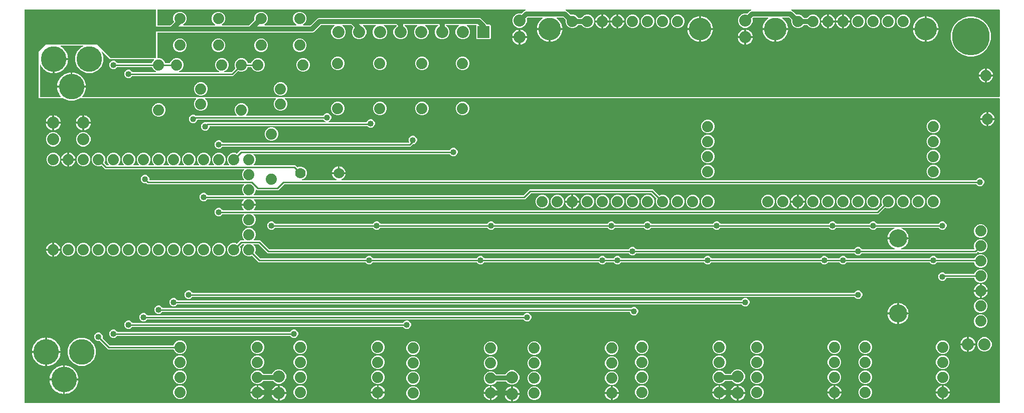
<source format=gbr>
G04 EAGLE Gerber RS-274X export*
G75*
%MOMM*%
%FSLAX34Y34*%
%LPD*%
%INTop Copper*%
%IPPOS*%
%AMOC8*
5,1,8,0,0,1.08239X$1,22.5*%
G01*
%ADD10C,1.879600*%
%ADD11C,4.318000*%
%ADD12C,1.778000*%
%ADD13C,3.810000*%
%ADD14C,6.350000*%
%ADD15C,2.032000*%
%ADD16R,2.032000X2.032000*%
%ADD17C,3.048000*%
%ADD18C,0.812800*%
%ADD19C,0.254000*%
%ADD20C,1.016000*%

G36*
X2036Y2774D02*
X2036Y2774D01*
X2034Y2755D01*
X2056Y2653D01*
X2072Y2551D01*
X2082Y2534D01*
X2086Y2514D01*
X2139Y2425D01*
X2188Y2334D01*
X2202Y2320D01*
X2212Y2303D01*
X2291Y2236D01*
X2366Y2164D01*
X2384Y2156D01*
X2399Y2143D01*
X2495Y2104D01*
X2589Y2061D01*
X2609Y2059D01*
X2627Y2051D01*
X2794Y2033D01*
X1648006Y2033D01*
X1648026Y2036D01*
X1648045Y2034D01*
X1648147Y2056D01*
X1648249Y2072D01*
X1648266Y2082D01*
X1648286Y2086D01*
X1648375Y2139D01*
X1648466Y2188D01*
X1648480Y2202D01*
X1648497Y2212D01*
X1648564Y2291D01*
X1648636Y2366D01*
X1648644Y2384D01*
X1648657Y2399D01*
X1648696Y2495D01*
X1648739Y2589D01*
X1648741Y2609D01*
X1648749Y2627D01*
X1648767Y2794D01*
X1648767Y517144D01*
X1648764Y517164D01*
X1648766Y517183D01*
X1648744Y517285D01*
X1648728Y517387D01*
X1648718Y517404D01*
X1648714Y517424D01*
X1648661Y517513D01*
X1648612Y517604D01*
X1648598Y517618D01*
X1648588Y517635D01*
X1648509Y517702D01*
X1648434Y517774D01*
X1648416Y517782D01*
X1648401Y517795D01*
X1648305Y517834D01*
X1648211Y517877D01*
X1648191Y517879D01*
X1648173Y517887D01*
X1648006Y517905D01*
X442438Y517905D01*
X442367Y517894D01*
X442296Y517892D01*
X442247Y517874D01*
X442195Y517866D01*
X442132Y517832D01*
X442065Y517807D01*
X442024Y517775D01*
X441978Y517750D01*
X441929Y517698D01*
X441873Y517654D01*
X441844Y517610D01*
X441809Y517572D01*
X441778Y517507D01*
X441740Y517447D01*
X441727Y517396D01*
X441705Y517349D01*
X441697Y517278D01*
X441679Y517208D01*
X441684Y517156D01*
X441678Y517105D01*
X441693Y517034D01*
X441699Y516963D01*
X441719Y516915D01*
X441730Y516864D01*
X441767Y516803D01*
X441795Y516737D01*
X441840Y516681D01*
X441856Y516653D01*
X441874Y516638D01*
X441900Y516606D01*
X444030Y514475D01*
X445771Y510274D01*
X445771Y505726D01*
X444030Y501525D01*
X440815Y498310D01*
X436614Y496569D01*
X432066Y496569D01*
X427865Y498310D01*
X424650Y501525D01*
X422909Y505726D01*
X422909Y510274D01*
X424650Y514475D01*
X426780Y516606D01*
X426822Y516664D01*
X426871Y516716D01*
X426893Y516763D01*
X426924Y516805D01*
X426945Y516874D01*
X426975Y516939D01*
X426981Y516991D01*
X426996Y517041D01*
X426994Y517112D01*
X427002Y517183D01*
X426991Y517234D01*
X426990Y517286D01*
X426965Y517354D01*
X426950Y517424D01*
X426923Y517469D01*
X426905Y517517D01*
X426860Y517573D01*
X426824Y517635D01*
X426784Y517669D01*
X426752Y517709D01*
X426691Y517748D01*
X426637Y517795D01*
X426589Y517814D01*
X426545Y517842D01*
X426475Y517860D01*
X426409Y517887D01*
X426337Y517895D01*
X426306Y517903D01*
X426283Y517901D01*
X426242Y517905D01*
X307818Y517905D01*
X307747Y517894D01*
X307676Y517892D01*
X307627Y517874D01*
X307575Y517866D01*
X307512Y517832D01*
X307445Y517807D01*
X307404Y517775D01*
X307358Y517750D01*
X307309Y517698D01*
X307253Y517654D01*
X307224Y517610D01*
X307189Y517572D01*
X307158Y517507D01*
X307120Y517447D01*
X307107Y517396D01*
X307085Y517349D01*
X307077Y517278D01*
X307059Y517208D01*
X307064Y517156D01*
X307058Y517105D01*
X307073Y517034D01*
X307079Y516963D01*
X307099Y516915D01*
X307110Y516864D01*
X307147Y516803D01*
X307175Y516737D01*
X307220Y516681D01*
X307236Y516653D01*
X307254Y516638D01*
X307280Y516606D01*
X309410Y514475D01*
X311151Y510274D01*
X311151Y505726D01*
X309410Y501525D01*
X306195Y498310D01*
X301994Y496569D01*
X297446Y496569D01*
X293245Y498310D01*
X290030Y501525D01*
X288289Y505726D01*
X288289Y510274D01*
X290030Y514475D01*
X292160Y516606D01*
X292202Y516664D01*
X292251Y516716D01*
X292273Y516763D01*
X292304Y516805D01*
X292325Y516874D01*
X292355Y516939D01*
X292361Y516991D01*
X292376Y517041D01*
X292374Y517112D01*
X292382Y517183D01*
X292371Y517234D01*
X292370Y517286D01*
X292345Y517354D01*
X292330Y517424D01*
X292303Y517469D01*
X292285Y517517D01*
X292240Y517573D01*
X292204Y517635D01*
X292164Y517669D01*
X292132Y517709D01*
X292071Y517748D01*
X292017Y517795D01*
X291969Y517814D01*
X291925Y517842D01*
X291855Y517860D01*
X291789Y517887D01*
X291717Y517895D01*
X291686Y517903D01*
X291663Y517901D01*
X291622Y517905D01*
X96028Y517905D01*
X95938Y517891D01*
X95847Y517883D01*
X95817Y517871D01*
X95785Y517866D01*
X95705Y517823D01*
X95621Y517787D01*
X95589Y517761D01*
X95568Y517750D01*
X95546Y517727D01*
X95490Y517682D01*
X94981Y517174D01*
X86299Y513577D01*
X76901Y513577D01*
X68219Y517174D01*
X67710Y517682D01*
X67636Y517735D01*
X67567Y517795D01*
X67537Y517807D01*
X67510Y517826D01*
X67423Y517853D01*
X67339Y517887D01*
X67298Y517891D01*
X67275Y517898D01*
X67243Y517897D01*
X67172Y517905D01*
X26161Y517905D01*
X26161Y596585D01*
X38415Y608839D01*
X124145Y608839D01*
X146782Y586202D01*
X146856Y586149D01*
X146925Y586089D01*
X146955Y586077D01*
X146981Y586058D01*
X147068Y586031D01*
X147153Y585997D01*
X147194Y585993D01*
X147217Y585986D01*
X147249Y585987D01*
X147320Y585979D01*
X223520Y585979D01*
X223540Y585982D01*
X223559Y585980D01*
X223661Y586002D01*
X223763Y586019D01*
X223780Y586028D01*
X223800Y586032D01*
X223889Y586085D01*
X223980Y586134D01*
X223994Y586148D01*
X224011Y586158D01*
X224078Y586237D01*
X224150Y586312D01*
X224158Y586330D01*
X224171Y586345D01*
X224210Y586441D01*
X224253Y586535D01*
X224255Y586555D01*
X224263Y586573D01*
X224281Y586740D01*
X224281Y667006D01*
X224278Y667026D01*
X224280Y667045D01*
X224258Y667147D01*
X224242Y667249D01*
X224232Y667266D01*
X224228Y667286D01*
X224175Y667375D01*
X224126Y667466D01*
X224112Y667480D01*
X224102Y667497D01*
X224023Y667564D01*
X223948Y667636D01*
X223930Y667644D01*
X223915Y667657D01*
X223819Y667696D01*
X223725Y667739D01*
X223705Y667741D01*
X223687Y667749D01*
X223520Y667767D01*
X2794Y667767D01*
X2774Y667764D01*
X2755Y667766D01*
X2653Y667744D01*
X2551Y667728D01*
X2534Y667718D01*
X2514Y667714D01*
X2425Y667661D01*
X2334Y667612D01*
X2320Y667598D01*
X2303Y667588D01*
X2236Y667509D01*
X2164Y667434D01*
X2156Y667416D01*
X2143Y667401D01*
X2104Y667305D01*
X2061Y667211D01*
X2059Y667191D01*
X2051Y667173D01*
X2033Y667006D01*
X2033Y2794D01*
X2036Y2774D01*
G37*
G36*
X62949Y519943D02*
X62949Y519943D01*
X62978Y519941D01*
X63070Y519963D01*
X63163Y519979D01*
X63189Y519992D01*
X63217Y519999D01*
X63297Y520049D01*
X63380Y520094D01*
X63400Y520115D01*
X63425Y520130D01*
X63485Y520203D01*
X63550Y520272D01*
X63562Y520298D01*
X63580Y520321D01*
X63614Y520409D01*
X63653Y520495D01*
X63657Y520524D01*
X63667Y520551D01*
X63670Y520646D01*
X63680Y520739D01*
X63674Y520768D01*
X63675Y520797D01*
X63648Y520887D01*
X63628Y520980D01*
X63613Y521005D01*
X63605Y521033D01*
X63515Y521175D01*
X61889Y523214D01*
X60447Y525509D01*
X59271Y527951D01*
X58376Y530509D01*
X57773Y533152D01*
X57488Y535677D01*
X80838Y535677D01*
X80858Y535680D01*
X80877Y535678D01*
X80979Y535700D01*
X81081Y535717D01*
X81098Y535726D01*
X81118Y535730D01*
X81207Y535783D01*
X81298Y535832D01*
X81312Y535846D01*
X81329Y535856D01*
X81396Y535935D01*
X81467Y536010D01*
X81476Y536028D01*
X81489Y536043D01*
X81527Y536139D01*
X81571Y536233D01*
X81573Y536253D01*
X81581Y536271D01*
X81599Y536438D01*
X81599Y537201D01*
X81601Y537201D01*
X81601Y536438D01*
X81604Y536418D01*
X81602Y536399D01*
X81624Y536297D01*
X81641Y536195D01*
X81650Y536178D01*
X81654Y536158D01*
X81707Y536069D01*
X81756Y535978D01*
X81770Y535964D01*
X81780Y535947D01*
X81859Y535880D01*
X81934Y535809D01*
X81952Y535800D01*
X81967Y535787D01*
X82063Y535748D01*
X82157Y535705D01*
X82177Y535703D01*
X82195Y535695D01*
X82362Y535677D01*
X105712Y535677D01*
X105427Y533152D01*
X104824Y530509D01*
X103929Y527951D01*
X102753Y525509D01*
X101311Y523214D01*
X99685Y521175D01*
X99670Y521149D01*
X99650Y521128D01*
X99610Y521042D01*
X99564Y520960D01*
X99559Y520931D01*
X99547Y520905D01*
X99536Y520811D01*
X99519Y520718D01*
X99523Y520689D01*
X99519Y520661D01*
X99540Y520568D01*
X99553Y520475D01*
X99566Y520449D01*
X99572Y520420D01*
X99620Y520339D01*
X99662Y520255D01*
X99683Y520234D01*
X99698Y520209D01*
X99770Y520148D01*
X99837Y520081D01*
X99863Y520068D01*
X99885Y520049D01*
X99972Y520014D01*
X100057Y519972D01*
X100086Y519968D01*
X100113Y519957D01*
X100280Y519939D01*
X1648006Y519939D01*
X1648026Y519942D01*
X1648045Y519940D01*
X1648147Y519962D01*
X1648249Y519979D01*
X1648266Y519988D01*
X1648286Y519992D01*
X1648375Y520045D01*
X1648466Y520094D01*
X1648480Y520108D01*
X1648497Y520118D01*
X1648564Y520197D01*
X1648636Y520272D01*
X1648644Y520290D01*
X1648657Y520305D01*
X1648696Y520401D01*
X1648739Y520495D01*
X1648741Y520515D01*
X1648749Y520533D01*
X1648767Y520700D01*
X1648767Y667006D01*
X1648764Y667026D01*
X1648766Y667045D01*
X1648744Y667147D01*
X1648728Y667249D01*
X1648718Y667266D01*
X1648714Y667286D01*
X1648661Y667375D01*
X1648612Y667466D01*
X1648598Y667480D01*
X1648588Y667497D01*
X1648509Y667564D01*
X1648434Y667636D01*
X1648416Y667644D01*
X1648401Y667657D01*
X1648305Y667696D01*
X1648211Y667739D01*
X1648191Y667741D01*
X1648173Y667749D01*
X1648006Y667767D01*
X1297372Y667767D01*
X1297276Y667752D01*
X1297179Y667742D01*
X1297155Y667732D01*
X1297130Y667728D01*
X1297044Y667682D01*
X1296955Y667642D01*
X1296935Y667625D01*
X1296912Y667612D01*
X1296845Y667542D01*
X1296774Y667476D01*
X1296761Y667453D01*
X1296743Y667434D01*
X1296702Y667346D01*
X1296655Y667260D01*
X1296650Y667235D01*
X1296639Y667211D01*
X1296629Y667114D01*
X1296611Y667018D01*
X1296615Y666992D01*
X1296612Y666967D01*
X1296633Y666871D01*
X1296647Y666775D01*
X1296659Y666752D01*
X1296664Y666726D01*
X1296714Y666643D01*
X1296759Y666556D01*
X1296777Y666537D01*
X1296791Y666515D01*
X1296865Y666452D01*
X1296934Y666384D01*
X1296963Y666368D01*
X1296978Y666355D01*
X1297008Y666343D01*
X1297081Y666303D01*
X1298854Y665569D01*
X1300676Y663746D01*
X1305088Y659334D01*
X1305184Y659265D01*
X1305277Y659196D01*
X1305283Y659194D01*
X1305288Y659190D01*
X1305400Y659156D01*
X1305511Y659120D01*
X1305517Y659120D01*
X1305523Y659118D01*
X1305640Y659121D01*
X1305757Y659122D01*
X1305764Y659124D01*
X1305769Y659124D01*
X1305786Y659130D01*
X1305787Y659131D01*
X1310374Y659131D01*
X1314575Y657390D01*
X1317838Y654128D01*
X1317874Y654067D01*
X1317879Y654063D01*
X1317882Y654058D01*
X1317973Y653983D01*
X1318061Y653907D01*
X1318067Y653905D01*
X1318072Y653901D01*
X1318180Y653859D01*
X1318289Y653815D01*
X1318297Y653814D01*
X1318301Y653813D01*
X1318320Y653812D01*
X1318456Y653797D01*
X1323144Y653797D01*
X1323259Y653816D01*
X1323375Y653833D01*
X1323381Y653835D01*
X1323387Y653836D01*
X1323490Y653891D01*
X1323594Y653944D01*
X1323599Y653949D01*
X1323604Y653952D01*
X1323685Y654036D01*
X1323767Y654120D01*
X1323770Y654126D01*
X1323774Y654130D01*
X1323782Y654147D01*
X1327025Y657390D01*
X1331226Y659131D01*
X1335774Y659131D01*
X1339975Y657390D01*
X1343190Y654175D01*
X1344931Y649974D01*
X1344931Y645426D01*
X1343190Y641225D01*
X1339975Y638010D01*
X1335774Y636269D01*
X1331226Y636269D01*
X1327025Y638010D01*
X1323762Y641272D01*
X1323726Y641333D01*
X1323721Y641337D01*
X1323718Y641342D01*
X1323627Y641417D01*
X1323539Y641493D01*
X1323533Y641495D01*
X1323528Y641499D01*
X1323420Y641541D01*
X1323311Y641585D01*
X1323303Y641586D01*
X1323299Y641587D01*
X1323280Y641588D01*
X1323144Y641603D01*
X1318456Y641603D01*
X1318341Y641584D01*
X1318225Y641567D01*
X1318219Y641565D01*
X1318213Y641564D01*
X1318110Y641509D01*
X1318006Y641456D01*
X1318001Y641451D01*
X1317996Y641448D01*
X1317915Y641364D01*
X1317833Y641280D01*
X1317830Y641274D01*
X1317826Y641270D01*
X1317818Y641253D01*
X1314575Y638010D01*
X1310374Y636269D01*
X1305826Y636269D01*
X1301625Y638010D01*
X1298410Y641225D01*
X1296669Y645426D01*
X1296669Y650041D01*
X1296687Y650109D01*
X1296686Y650115D01*
X1296687Y650121D01*
X1296676Y650239D01*
X1296667Y650354D01*
X1296665Y650360D01*
X1296664Y650366D01*
X1296617Y650474D01*
X1296571Y650581D01*
X1296567Y650586D01*
X1296565Y650591D01*
X1296552Y650604D01*
X1296466Y650712D01*
X1293098Y654080D01*
X1293024Y654133D01*
X1292954Y654193D01*
X1292924Y654205D01*
X1292898Y654224D01*
X1292811Y654251D01*
X1292726Y654285D01*
X1292685Y654289D01*
X1292663Y654296D01*
X1292631Y654295D01*
X1292559Y654303D01*
X1282553Y654303D01*
X1282435Y654284D01*
X1282314Y654265D01*
X1282312Y654264D01*
X1282310Y654264D01*
X1282204Y654208D01*
X1282096Y654151D01*
X1282094Y654149D01*
X1282093Y654148D01*
X1282010Y654061D01*
X1281926Y653973D01*
X1281925Y653972D01*
X1281923Y653970D01*
X1281871Y653858D01*
X1281821Y653751D01*
X1281820Y653749D01*
X1281820Y653747D01*
X1281806Y653628D01*
X1281792Y653507D01*
X1281793Y653505D01*
X1281792Y653503D01*
X1281818Y653385D01*
X1281843Y653266D01*
X1281844Y653264D01*
X1281845Y653262D01*
X1281907Y653158D01*
X1281968Y653054D01*
X1281970Y653053D01*
X1281971Y653051D01*
X1281977Y653046D01*
X1282089Y652938D01*
X1284266Y651268D01*
X1286268Y649266D01*
X1287991Y647021D01*
X1289406Y644570D01*
X1290489Y641955D01*
X1291221Y639221D01*
X1291576Y636523D01*
X1270762Y636523D01*
X1270742Y636520D01*
X1270723Y636522D01*
X1270621Y636500D01*
X1270519Y636483D01*
X1270502Y636474D01*
X1270482Y636470D01*
X1270393Y636417D01*
X1270302Y636368D01*
X1270288Y636354D01*
X1270271Y636344D01*
X1270204Y636265D01*
X1270133Y636190D01*
X1270124Y636172D01*
X1270111Y636157D01*
X1270073Y636061D01*
X1270029Y635967D01*
X1270027Y635947D01*
X1270019Y635929D01*
X1270001Y635762D01*
X1270001Y634999D01*
X1269999Y634999D01*
X1269999Y635762D01*
X1269996Y635782D01*
X1269998Y635801D01*
X1269976Y635903D01*
X1269959Y636005D01*
X1269950Y636022D01*
X1269946Y636042D01*
X1269893Y636131D01*
X1269844Y636222D01*
X1269830Y636236D01*
X1269820Y636253D01*
X1269741Y636320D01*
X1269666Y636391D01*
X1269648Y636400D01*
X1269633Y636413D01*
X1269537Y636452D01*
X1269443Y636495D01*
X1269423Y636497D01*
X1269405Y636505D01*
X1269238Y636523D01*
X1248424Y636523D01*
X1248779Y639221D01*
X1249511Y641955D01*
X1250594Y644570D01*
X1252009Y647021D01*
X1253732Y649266D01*
X1255734Y651268D01*
X1257911Y652938D01*
X1257994Y653027D01*
X1258077Y653114D01*
X1258078Y653116D01*
X1258079Y653117D01*
X1258130Y653228D01*
X1258180Y653337D01*
X1258181Y653339D01*
X1258182Y653341D01*
X1258194Y653461D01*
X1258208Y653581D01*
X1258207Y653584D01*
X1258207Y653586D01*
X1258181Y653704D01*
X1258155Y653822D01*
X1258154Y653824D01*
X1258154Y653826D01*
X1258091Y653929D01*
X1258029Y654033D01*
X1258027Y654034D01*
X1258026Y654036D01*
X1257936Y654113D01*
X1257842Y654193D01*
X1257840Y654194D01*
X1257839Y654195D01*
X1257729Y654238D01*
X1257614Y654285D01*
X1257611Y654285D01*
X1257610Y654286D01*
X1257603Y654286D01*
X1257447Y654303D01*
X1233471Y654303D01*
X1233381Y654289D01*
X1233290Y654281D01*
X1233260Y654269D01*
X1233228Y654264D01*
X1233147Y654221D01*
X1233063Y654185D01*
X1233031Y654159D01*
X1233011Y654148D01*
X1232988Y654125D01*
X1232932Y654080D01*
X1231417Y652565D01*
X1231349Y652470D01*
X1231279Y652376D01*
X1231277Y652370D01*
X1231273Y652365D01*
X1231239Y652253D01*
X1231203Y652142D01*
X1231203Y652136D01*
X1231201Y652130D01*
X1231204Y652013D01*
X1231205Y651896D01*
X1231207Y651889D01*
X1231207Y651884D01*
X1231214Y651867D01*
X1231252Y651735D01*
X1231393Y651395D01*
X1231393Y646545D01*
X1229536Y642063D01*
X1226107Y638634D01*
X1221625Y636777D01*
X1216775Y636777D01*
X1212293Y638634D01*
X1208864Y642063D01*
X1207007Y646545D01*
X1207007Y651395D01*
X1208864Y655877D01*
X1212293Y659306D01*
X1216775Y661163D01*
X1221625Y661163D01*
X1221965Y661022D01*
X1222078Y660995D01*
X1222192Y660967D01*
X1222199Y660967D01*
X1222205Y660966D01*
X1222321Y660977D01*
X1222438Y660986D01*
X1222443Y660988D01*
X1222450Y660989D01*
X1222557Y661037D01*
X1222664Y661082D01*
X1222670Y661087D01*
X1222674Y661089D01*
X1222688Y661101D01*
X1222795Y661187D01*
X1225354Y663746D01*
X1227176Y665569D01*
X1228949Y666303D01*
X1229032Y666354D01*
X1229118Y666400D01*
X1229136Y666418D01*
X1229158Y666432D01*
X1229220Y666508D01*
X1229287Y666578D01*
X1229298Y666602D01*
X1229315Y666622D01*
X1229350Y666713D01*
X1229391Y666801D01*
X1229394Y666827D01*
X1229403Y666851D01*
X1229407Y666949D01*
X1229418Y667045D01*
X1229412Y667071D01*
X1229413Y667097D01*
X1229386Y667191D01*
X1229366Y667286D01*
X1229352Y667308D01*
X1229345Y667333D01*
X1229289Y667413D01*
X1229239Y667497D01*
X1229220Y667514D01*
X1229205Y667535D01*
X1229126Y667594D01*
X1229052Y667657D01*
X1229028Y667667D01*
X1229007Y667682D01*
X1228915Y667712D01*
X1228824Y667749D01*
X1228792Y667752D01*
X1228773Y667758D01*
X1228740Y667758D01*
X1228658Y667767D01*
X916372Y667767D01*
X916276Y667752D01*
X916179Y667742D01*
X916155Y667732D01*
X916130Y667728D01*
X916044Y667682D01*
X915955Y667642D01*
X915935Y667625D01*
X915912Y667612D01*
X915845Y667542D01*
X915773Y667476D01*
X915761Y667453D01*
X915743Y667434D01*
X915702Y667346D01*
X915655Y667260D01*
X915650Y667235D01*
X915639Y667211D01*
X915629Y667114D01*
X915611Y667018D01*
X915615Y666992D01*
X915612Y666967D01*
X915633Y666871D01*
X915647Y666775D01*
X915659Y666752D01*
X915664Y666726D01*
X915714Y666643D01*
X915758Y666556D01*
X915777Y666537D01*
X915791Y666515D01*
X915864Y666452D01*
X915934Y666384D01*
X915963Y666368D01*
X915977Y666355D01*
X916008Y666343D01*
X916081Y666303D01*
X917854Y665569D01*
X919676Y663747D01*
X919676Y663746D01*
X924088Y659334D01*
X924184Y659265D01*
X924277Y659196D01*
X924283Y659194D01*
X924288Y659190D01*
X924399Y659156D01*
X924511Y659120D01*
X924517Y659120D01*
X924523Y659118D01*
X924640Y659121D01*
X924757Y659122D01*
X924764Y659124D01*
X924769Y659124D01*
X924786Y659130D01*
X924787Y659131D01*
X929374Y659131D01*
X933575Y657390D01*
X936838Y654128D01*
X936874Y654067D01*
X936879Y654063D01*
X936882Y654058D01*
X936973Y653983D01*
X937061Y653907D01*
X937067Y653905D01*
X937072Y653901D01*
X937180Y653859D01*
X937289Y653815D01*
X937297Y653814D01*
X937301Y653813D01*
X937320Y653812D01*
X937456Y653797D01*
X942144Y653797D01*
X942259Y653816D01*
X942375Y653833D01*
X942381Y653835D01*
X942387Y653836D01*
X942490Y653891D01*
X942594Y653944D01*
X942599Y653949D01*
X942604Y653952D01*
X942685Y654036D01*
X942767Y654120D01*
X942770Y654126D01*
X942774Y654130D01*
X942782Y654147D01*
X946025Y657390D01*
X950226Y659131D01*
X954774Y659131D01*
X958975Y657390D01*
X962190Y654175D01*
X963931Y649974D01*
X963931Y645426D01*
X962190Y641225D01*
X958975Y638010D01*
X954774Y636269D01*
X950226Y636269D01*
X946025Y638010D01*
X942762Y641272D01*
X942726Y641333D01*
X942721Y641337D01*
X942718Y641342D01*
X942627Y641417D01*
X942539Y641493D01*
X942533Y641495D01*
X942528Y641499D01*
X942420Y641541D01*
X942311Y641585D01*
X942303Y641586D01*
X942299Y641587D01*
X942280Y641588D01*
X942144Y641603D01*
X937456Y641603D01*
X937341Y641584D01*
X937225Y641567D01*
X937219Y641565D01*
X937213Y641564D01*
X937110Y641509D01*
X937006Y641456D01*
X937001Y641451D01*
X936996Y641448D01*
X936915Y641364D01*
X936833Y641280D01*
X936830Y641274D01*
X936826Y641270D01*
X936818Y641253D01*
X933575Y638010D01*
X929374Y636269D01*
X924826Y636269D01*
X920625Y638010D01*
X917410Y641225D01*
X915669Y645426D01*
X915669Y650041D01*
X915687Y650109D01*
X915686Y650115D01*
X915687Y650121D01*
X915676Y650239D01*
X915667Y650354D01*
X915665Y650360D01*
X915664Y650366D01*
X915617Y650474D01*
X915571Y650581D01*
X915567Y650586D01*
X915565Y650591D01*
X915552Y650604D01*
X915466Y650712D01*
X912098Y654080D01*
X912024Y654133D01*
X911954Y654193D01*
X911924Y654205D01*
X911898Y654224D01*
X911811Y654251D01*
X911726Y654285D01*
X911685Y654289D01*
X911663Y654296D01*
X911631Y654295D01*
X911559Y654303D01*
X901553Y654303D01*
X901435Y654284D01*
X901314Y654265D01*
X901312Y654264D01*
X901310Y654264D01*
X901204Y654208D01*
X901096Y654151D01*
X901094Y654149D01*
X901093Y654148D01*
X901010Y654061D01*
X900926Y653973D01*
X900925Y653972D01*
X900923Y653970D01*
X900871Y653858D01*
X900821Y653751D01*
X900820Y653749D01*
X900820Y653747D01*
X900806Y653628D01*
X900792Y653507D01*
X900793Y653505D01*
X900792Y653503D01*
X900818Y653385D01*
X900843Y653266D01*
X900844Y653264D01*
X900845Y653262D01*
X900907Y653158D01*
X900968Y653054D01*
X900970Y653053D01*
X900971Y653051D01*
X900977Y653046D01*
X901089Y652938D01*
X903266Y651268D01*
X905268Y649266D01*
X906991Y647021D01*
X908406Y644570D01*
X909489Y641955D01*
X910221Y639221D01*
X910576Y636523D01*
X889762Y636523D01*
X889742Y636520D01*
X889723Y636522D01*
X889621Y636500D01*
X889519Y636483D01*
X889502Y636474D01*
X889482Y636470D01*
X889393Y636417D01*
X889302Y636368D01*
X889288Y636354D01*
X889271Y636344D01*
X889204Y636265D01*
X889133Y636190D01*
X889124Y636172D01*
X889111Y636157D01*
X889073Y636061D01*
X889029Y635967D01*
X889027Y635947D01*
X889019Y635929D01*
X889001Y635762D01*
X889001Y634999D01*
X888999Y634999D01*
X888999Y635762D01*
X888996Y635782D01*
X888998Y635801D01*
X888976Y635903D01*
X888959Y636005D01*
X888950Y636022D01*
X888946Y636042D01*
X888893Y636131D01*
X888844Y636222D01*
X888830Y636236D01*
X888820Y636253D01*
X888741Y636320D01*
X888666Y636391D01*
X888648Y636400D01*
X888633Y636413D01*
X888537Y636452D01*
X888443Y636495D01*
X888423Y636497D01*
X888405Y636505D01*
X888238Y636523D01*
X867424Y636523D01*
X867779Y639221D01*
X868511Y641955D01*
X869594Y644570D01*
X871009Y647021D01*
X872732Y649266D01*
X874734Y651268D01*
X876911Y652938D01*
X876994Y653027D01*
X877077Y653114D01*
X877078Y653116D01*
X877079Y653117D01*
X877130Y653228D01*
X877180Y653337D01*
X877181Y653339D01*
X877182Y653341D01*
X877194Y653461D01*
X877208Y653581D01*
X877207Y653584D01*
X877207Y653586D01*
X877181Y653704D01*
X877155Y653822D01*
X877154Y653824D01*
X877154Y653826D01*
X877091Y653929D01*
X877029Y654033D01*
X877027Y654034D01*
X877026Y654036D01*
X876936Y654113D01*
X876842Y654193D01*
X876840Y654194D01*
X876839Y654195D01*
X876729Y654238D01*
X876614Y654285D01*
X876611Y654285D01*
X876610Y654286D01*
X876603Y654286D01*
X876447Y654303D01*
X852471Y654303D01*
X852381Y654289D01*
X852290Y654281D01*
X852260Y654269D01*
X852228Y654264D01*
X852147Y654221D01*
X852063Y654185D01*
X852031Y654159D01*
X852011Y654148D01*
X851988Y654125D01*
X851932Y654080D01*
X850417Y652565D01*
X850349Y652471D01*
X850279Y652376D01*
X850277Y652370D01*
X850273Y652365D01*
X850239Y652254D01*
X850203Y652142D01*
X850203Y652136D01*
X850201Y652130D01*
X850204Y652013D01*
X850205Y651896D01*
X850207Y651889D01*
X850207Y651884D01*
X850214Y651867D01*
X850252Y651735D01*
X850393Y651395D01*
X850393Y646545D01*
X848536Y642063D01*
X845107Y638634D01*
X840625Y636777D01*
X835775Y636777D01*
X831293Y638634D01*
X827864Y642063D01*
X826007Y646545D01*
X826007Y651395D01*
X827864Y655877D01*
X831293Y659306D01*
X835775Y661163D01*
X840625Y661163D01*
X840965Y661022D01*
X841078Y660995D01*
X841192Y660967D01*
X841199Y660967D01*
X841205Y660966D01*
X841321Y660977D01*
X841438Y660986D01*
X841443Y660988D01*
X841450Y660989D01*
X841557Y661037D01*
X841664Y661082D01*
X841670Y661087D01*
X841674Y661089D01*
X841688Y661102D01*
X841795Y661187D01*
X844354Y663746D01*
X844354Y663747D01*
X846176Y665569D01*
X847949Y666303D01*
X848032Y666354D01*
X848118Y666400D01*
X848136Y666418D01*
X848158Y666432D01*
X848220Y666508D01*
X848287Y666578D01*
X848298Y666602D01*
X848315Y666622D01*
X848350Y666713D01*
X848391Y666801D01*
X848394Y666827D01*
X848403Y666851D01*
X848407Y666949D01*
X848418Y667045D01*
X848412Y667071D01*
X848413Y667097D01*
X848386Y667191D01*
X848366Y667286D01*
X848352Y667308D01*
X848345Y667333D01*
X848289Y667413D01*
X848239Y667497D01*
X848220Y667514D01*
X848205Y667535D01*
X848126Y667594D01*
X848053Y667657D01*
X848028Y667667D01*
X848007Y667682D01*
X847915Y667712D01*
X847824Y667749D01*
X847792Y667752D01*
X847773Y667758D01*
X847740Y667758D01*
X847658Y667767D01*
X227076Y667767D01*
X227056Y667764D01*
X227037Y667766D01*
X226935Y667744D01*
X226833Y667728D01*
X226816Y667718D01*
X226796Y667714D01*
X226707Y667661D01*
X226616Y667612D01*
X226602Y667598D01*
X226585Y667588D01*
X226518Y667509D01*
X226446Y667434D01*
X226438Y667416D01*
X226425Y667401D01*
X226386Y667305D01*
X226343Y667211D01*
X226341Y667191D01*
X226333Y667173D01*
X226315Y667006D01*
X226315Y641858D01*
X226318Y641838D01*
X226316Y641819D01*
X226338Y641717D01*
X226354Y641615D01*
X226364Y641598D01*
X226368Y641578D01*
X226421Y641489D01*
X226470Y641398D01*
X226484Y641384D01*
X226494Y641367D01*
X226573Y641300D01*
X226648Y641228D01*
X226666Y641220D01*
X226681Y641207D01*
X226777Y641168D01*
X226871Y641125D01*
X226891Y641123D01*
X226909Y641115D01*
X227076Y641097D01*
X248619Y641097D01*
X248709Y641111D01*
X248800Y641119D01*
X248830Y641131D01*
X248862Y641136D01*
X248943Y641179D01*
X249027Y641215D01*
X249059Y641241D01*
X249079Y641252D01*
X249102Y641275D01*
X249158Y641320D01*
X254299Y646461D01*
X254368Y646556D01*
X254437Y646650D01*
X254439Y646656D01*
X254443Y646661D01*
X254477Y646772D01*
X254513Y646884D01*
X254513Y646890D01*
X254515Y646896D01*
X254512Y647013D01*
X254511Y647130D01*
X254509Y647137D01*
X254509Y647142D01*
X254502Y647159D01*
X254464Y647291D01*
X253237Y650252D01*
X253237Y654800D01*
X254978Y659001D01*
X258193Y662216D01*
X262394Y663957D01*
X266942Y663957D01*
X271143Y662216D01*
X274358Y659001D01*
X276099Y654800D01*
X276099Y650252D01*
X274358Y646051D01*
X271143Y642836D01*
X270481Y642561D01*
X270398Y642510D01*
X270312Y642464D01*
X270294Y642446D01*
X270272Y642432D01*
X270210Y642356D01*
X270143Y642286D01*
X270132Y642262D01*
X270115Y642242D01*
X270080Y642151D01*
X270039Y642063D01*
X270036Y642037D01*
X270027Y642013D01*
X270023Y641915D01*
X270012Y641819D01*
X270018Y641793D01*
X270016Y641767D01*
X270044Y641673D01*
X270064Y641578D01*
X270078Y641556D01*
X270085Y641531D01*
X270141Y641451D01*
X270190Y641367D01*
X270210Y641350D01*
X270225Y641329D01*
X270303Y641270D01*
X270377Y641207D01*
X270402Y641197D01*
X270423Y641182D01*
X270515Y641152D01*
X270606Y641115D01*
X270638Y641112D01*
X270657Y641106D01*
X270690Y641106D01*
X270772Y641097D01*
X323588Y641097D01*
X323684Y641112D01*
X323781Y641122D01*
X323805Y641132D01*
X323830Y641136D01*
X323916Y641182D01*
X324006Y641222D01*
X324025Y641239D01*
X324048Y641252D01*
X324115Y641322D01*
X324187Y641388D01*
X324199Y641411D01*
X324217Y641430D01*
X324258Y641518D01*
X324305Y641604D01*
X324310Y641629D01*
X324321Y641653D01*
X324332Y641750D01*
X324349Y641846D01*
X324345Y641872D01*
X324348Y641897D01*
X324327Y641993D01*
X324313Y642089D01*
X324301Y642112D01*
X324296Y642138D01*
X324246Y642221D01*
X324202Y642308D01*
X324183Y642327D01*
X324170Y642349D01*
X324096Y642412D01*
X324026Y642480D01*
X323997Y642496D01*
X323983Y642509D01*
X323952Y642521D01*
X323879Y642561D01*
X323217Y642836D01*
X320002Y646051D01*
X318261Y650252D01*
X318261Y654800D01*
X320002Y659001D01*
X323217Y662216D01*
X327418Y663957D01*
X331966Y663957D01*
X336167Y662216D01*
X339382Y659001D01*
X341123Y654800D01*
X341123Y650252D01*
X339382Y646051D01*
X336167Y642836D01*
X335505Y642561D01*
X335422Y642510D01*
X335336Y642464D01*
X335318Y642446D01*
X335296Y642432D01*
X335234Y642356D01*
X335167Y642286D01*
X335156Y642262D01*
X335139Y642242D01*
X335104Y642151D01*
X335063Y642063D01*
X335060Y642037D01*
X335051Y642013D01*
X335047Y641915D01*
X335036Y641819D01*
X335042Y641793D01*
X335040Y641767D01*
X335068Y641673D01*
X335088Y641578D01*
X335102Y641556D01*
X335109Y641531D01*
X335165Y641451D01*
X335214Y641367D01*
X335234Y641350D01*
X335249Y641329D01*
X335327Y641270D01*
X335401Y641207D01*
X335426Y641197D01*
X335447Y641182D01*
X335539Y641152D01*
X335630Y641115D01*
X335662Y641112D01*
X335681Y641106D01*
X335714Y641106D01*
X335796Y641097D01*
X381461Y641097D01*
X381551Y641111D01*
X381642Y641119D01*
X381672Y641131D01*
X381704Y641136D01*
X381785Y641179D01*
X381869Y641215D01*
X381901Y641241D01*
X381921Y641252D01*
X381944Y641275D01*
X382000Y641320D01*
X390194Y649514D01*
X390263Y649610D01*
X390332Y649703D01*
X390334Y649709D01*
X390338Y649714D01*
X390372Y649826D01*
X390408Y649937D01*
X390408Y649943D01*
X390410Y649949D01*
X390407Y650066D01*
X390406Y650183D01*
X390404Y650190D01*
X390404Y650195D01*
X390398Y650212D01*
X390397Y650213D01*
X390397Y654800D01*
X392138Y659001D01*
X395353Y662216D01*
X399554Y663957D01*
X404102Y663957D01*
X408303Y662216D01*
X411518Y659001D01*
X413259Y654800D01*
X413259Y650252D01*
X411518Y646051D01*
X408303Y642836D01*
X407641Y642561D01*
X407558Y642510D01*
X407472Y642464D01*
X407454Y642446D01*
X407432Y642432D01*
X407370Y642356D01*
X407303Y642286D01*
X407292Y642262D01*
X407275Y642242D01*
X407240Y642151D01*
X407199Y642063D01*
X407196Y642037D01*
X407187Y642013D01*
X407183Y641915D01*
X407172Y641819D01*
X407178Y641793D01*
X407176Y641767D01*
X407204Y641673D01*
X407224Y641578D01*
X407238Y641556D01*
X407245Y641531D01*
X407301Y641451D01*
X407350Y641367D01*
X407370Y641350D01*
X407385Y641329D01*
X407463Y641270D01*
X407537Y641207D01*
X407562Y641197D01*
X407583Y641182D01*
X407675Y641152D01*
X407766Y641115D01*
X407798Y641112D01*
X407817Y641106D01*
X407850Y641106D01*
X407932Y641097D01*
X460748Y641097D01*
X460844Y641112D01*
X460941Y641122D01*
X460965Y641132D01*
X460990Y641136D01*
X461076Y641182D01*
X461166Y641222D01*
X461185Y641239D01*
X461208Y641252D01*
X461275Y641322D01*
X461347Y641388D01*
X461359Y641411D01*
X461377Y641430D01*
X461418Y641518D01*
X461465Y641604D01*
X461470Y641629D01*
X461481Y641653D01*
X461492Y641750D01*
X461509Y641846D01*
X461505Y641872D01*
X461508Y641897D01*
X461487Y641993D01*
X461473Y642089D01*
X461461Y642112D01*
X461456Y642138D01*
X461406Y642221D01*
X461362Y642308D01*
X461343Y642327D01*
X461330Y642349D01*
X461256Y642412D01*
X461186Y642480D01*
X461157Y642496D01*
X461143Y642509D01*
X461112Y642521D01*
X461039Y642561D01*
X460377Y642836D01*
X457162Y646051D01*
X455421Y650252D01*
X455421Y654800D01*
X457162Y659001D01*
X460377Y662216D01*
X464578Y663957D01*
X469126Y663957D01*
X473327Y662216D01*
X476542Y659001D01*
X478283Y654800D01*
X478283Y650252D01*
X476542Y646051D01*
X473327Y642836D01*
X472665Y642561D01*
X472582Y642510D01*
X472496Y642464D01*
X472478Y642446D01*
X472456Y642432D01*
X472394Y642356D01*
X472327Y642286D01*
X472316Y642262D01*
X472299Y642242D01*
X472264Y642151D01*
X472223Y642063D01*
X472220Y642037D01*
X472211Y642013D01*
X472207Y641915D01*
X472196Y641819D01*
X472202Y641793D01*
X472200Y641767D01*
X472228Y641673D01*
X472248Y641578D01*
X472262Y641556D01*
X472269Y641531D01*
X472325Y641451D01*
X472374Y641367D01*
X472394Y641350D01*
X472409Y641329D01*
X472487Y641270D01*
X472561Y641207D01*
X472586Y641197D01*
X472607Y641182D01*
X472699Y641152D01*
X472790Y641115D01*
X472822Y641112D01*
X472841Y641106D01*
X472874Y641106D01*
X472956Y641097D01*
X484839Y641097D01*
X484929Y641111D01*
X485020Y641119D01*
X485050Y641131D01*
X485082Y641136D01*
X485163Y641179D01*
X485247Y641215D01*
X485279Y641241D01*
X485299Y641252D01*
X485322Y641275D01*
X485378Y641320D01*
X496926Y652869D01*
X499167Y653797D01*
X770833Y653797D01*
X773074Y652869D01*
X782409Y643534D01*
X782802Y642583D01*
X782864Y642483D01*
X782924Y642383D01*
X782929Y642379D01*
X782932Y642374D01*
X783023Y642299D01*
X783111Y642223D01*
X783117Y642221D01*
X783121Y642217D01*
X783230Y642175D01*
X783339Y642131D01*
X783347Y642130D01*
X783351Y642129D01*
X783369Y642128D01*
X783506Y642113D01*
X788242Y642113D01*
X789433Y640922D01*
X789433Y618918D01*
X788242Y617727D01*
X766238Y617727D01*
X765047Y618918D01*
X765047Y640842D01*
X765044Y640862D01*
X765046Y640881D01*
X765024Y640983D01*
X765008Y641085D01*
X764998Y641102D01*
X764994Y641122D01*
X764941Y641211D01*
X764892Y641302D01*
X764878Y641316D01*
X764868Y641333D01*
X764789Y641400D01*
X764714Y641472D01*
X764696Y641480D01*
X764681Y641493D01*
X764585Y641532D01*
X764491Y641575D01*
X764471Y641577D01*
X764453Y641585D01*
X764286Y641603D01*
X749638Y641603D01*
X749567Y641592D01*
X749495Y641590D01*
X749446Y641572D01*
X749395Y641564D01*
X749332Y641530D01*
X749264Y641505D01*
X749224Y641473D01*
X749178Y641448D01*
X749128Y641396D01*
X749072Y641352D01*
X749044Y641308D01*
X749008Y641270D01*
X748978Y641205D01*
X748939Y641145D01*
X748926Y641094D01*
X748905Y641047D01*
X748897Y640976D01*
X748879Y640906D01*
X748883Y640854D01*
X748877Y640803D01*
X748893Y640732D01*
X748898Y640661D01*
X748919Y640613D01*
X748930Y640562D01*
X748967Y640501D01*
X748995Y640435D01*
X749039Y640379D01*
X749056Y640351D01*
X749074Y640336D01*
X749099Y640304D01*
X752576Y636827D01*
X754433Y632345D01*
X754433Y627495D01*
X752576Y623013D01*
X749147Y619584D01*
X744665Y617727D01*
X739815Y617727D01*
X735333Y619584D01*
X731904Y623013D01*
X730047Y627495D01*
X730047Y632345D01*
X731904Y636827D01*
X735381Y640304D01*
X735422Y640362D01*
X735472Y640414D01*
X735494Y640461D01*
X735524Y640503D01*
X735545Y640572D01*
X735575Y640637D01*
X735581Y640689D01*
X735597Y640739D01*
X735595Y640810D01*
X735603Y640881D01*
X735591Y640932D01*
X735590Y640984D01*
X735566Y641052D01*
X735550Y641122D01*
X735524Y641167D01*
X735506Y641215D01*
X735461Y641271D01*
X735424Y641333D01*
X735385Y641367D01*
X735352Y641407D01*
X735292Y641446D01*
X735237Y641493D01*
X735189Y641512D01*
X735145Y641540D01*
X735076Y641558D01*
X735009Y641585D01*
X734938Y641593D01*
X734907Y641601D01*
X734883Y641599D01*
X734842Y641603D01*
X714638Y641603D01*
X714567Y641592D01*
X714495Y641590D01*
X714446Y641572D01*
X714395Y641564D01*
X714332Y641530D01*
X714264Y641505D01*
X714224Y641473D01*
X714178Y641448D01*
X714128Y641396D01*
X714072Y641352D01*
X714044Y641308D01*
X714008Y641270D01*
X713978Y641205D01*
X713939Y641145D01*
X713926Y641094D01*
X713905Y641047D01*
X713897Y640976D01*
X713879Y640906D01*
X713883Y640854D01*
X713877Y640803D01*
X713893Y640732D01*
X713898Y640661D01*
X713919Y640613D01*
X713930Y640562D01*
X713967Y640501D01*
X713995Y640435D01*
X714039Y640379D01*
X714056Y640351D01*
X714074Y640336D01*
X714099Y640304D01*
X717576Y636827D01*
X719433Y632345D01*
X719433Y627495D01*
X717576Y623013D01*
X714147Y619584D01*
X709665Y617727D01*
X704815Y617727D01*
X700333Y619584D01*
X696904Y623013D01*
X695047Y627495D01*
X695047Y632345D01*
X696904Y636827D01*
X700381Y640304D01*
X700422Y640362D01*
X700472Y640414D01*
X700494Y640461D01*
X700524Y640503D01*
X700545Y640572D01*
X700575Y640637D01*
X700581Y640689D01*
X700597Y640739D01*
X700595Y640810D01*
X700603Y640881D01*
X700591Y640932D01*
X700590Y640984D01*
X700566Y641052D01*
X700550Y641122D01*
X700524Y641167D01*
X700506Y641215D01*
X700461Y641271D01*
X700424Y641333D01*
X700385Y641367D01*
X700352Y641407D01*
X700292Y641446D01*
X700237Y641493D01*
X700189Y641512D01*
X700145Y641540D01*
X700076Y641558D01*
X700009Y641585D01*
X699938Y641593D01*
X699907Y641601D01*
X699883Y641599D01*
X699842Y641603D01*
X679638Y641603D01*
X679567Y641592D01*
X679495Y641590D01*
X679446Y641572D01*
X679395Y641564D01*
X679332Y641530D01*
X679264Y641505D01*
X679224Y641473D01*
X679178Y641448D01*
X679128Y641396D01*
X679072Y641352D01*
X679044Y641308D01*
X679008Y641270D01*
X678978Y641205D01*
X678939Y641145D01*
X678926Y641094D01*
X678905Y641047D01*
X678897Y640976D01*
X678879Y640906D01*
X678883Y640854D01*
X678877Y640803D01*
X678893Y640732D01*
X678898Y640661D01*
X678919Y640613D01*
X678930Y640562D01*
X678967Y640501D01*
X678995Y640435D01*
X679039Y640379D01*
X679056Y640351D01*
X679074Y640336D01*
X679099Y640304D01*
X682576Y636827D01*
X684433Y632345D01*
X684433Y627495D01*
X682576Y623013D01*
X679147Y619584D01*
X674665Y617727D01*
X669815Y617727D01*
X665333Y619584D01*
X661904Y623013D01*
X660047Y627495D01*
X660047Y632345D01*
X661904Y636827D01*
X665381Y640304D01*
X665422Y640362D01*
X665472Y640414D01*
X665494Y640461D01*
X665524Y640503D01*
X665545Y640572D01*
X665575Y640637D01*
X665581Y640689D01*
X665597Y640739D01*
X665595Y640810D01*
X665603Y640881D01*
X665591Y640932D01*
X665590Y640984D01*
X665566Y641052D01*
X665550Y641122D01*
X665524Y641167D01*
X665506Y641215D01*
X665461Y641271D01*
X665424Y641333D01*
X665385Y641367D01*
X665352Y641407D01*
X665292Y641446D01*
X665237Y641493D01*
X665189Y641512D01*
X665145Y641540D01*
X665076Y641558D01*
X665009Y641585D01*
X664938Y641593D01*
X664907Y641601D01*
X664883Y641599D01*
X664842Y641603D01*
X644638Y641603D01*
X644567Y641592D01*
X644495Y641590D01*
X644446Y641572D01*
X644395Y641564D01*
X644332Y641530D01*
X644264Y641505D01*
X644224Y641473D01*
X644178Y641448D01*
X644128Y641396D01*
X644072Y641352D01*
X644044Y641308D01*
X644008Y641270D01*
X643978Y641205D01*
X643939Y641145D01*
X643926Y641094D01*
X643905Y641047D01*
X643897Y640976D01*
X643879Y640906D01*
X643883Y640854D01*
X643877Y640803D01*
X643893Y640732D01*
X643898Y640661D01*
X643919Y640613D01*
X643930Y640562D01*
X643967Y640501D01*
X643995Y640435D01*
X644039Y640379D01*
X644056Y640351D01*
X644074Y640336D01*
X644099Y640304D01*
X647576Y636827D01*
X649433Y632345D01*
X649433Y627495D01*
X647576Y623013D01*
X644147Y619584D01*
X639665Y617727D01*
X634815Y617727D01*
X630333Y619584D01*
X626904Y623013D01*
X625047Y627495D01*
X625047Y632345D01*
X626904Y636827D01*
X630269Y640192D01*
X630281Y640208D01*
X630296Y640221D01*
X630352Y640308D01*
X630413Y640392D01*
X630418Y640411D01*
X630429Y640428D01*
X630455Y640528D01*
X630485Y640627D01*
X630484Y640647D01*
X630489Y640666D01*
X630481Y640769D01*
X630479Y640873D01*
X630472Y640892D01*
X630470Y640912D01*
X630430Y641006D01*
X630394Y641104D01*
X630382Y641120D01*
X630374Y641138D01*
X630269Y641269D01*
X630158Y641380D01*
X630084Y641433D01*
X630014Y641493D01*
X629984Y641505D01*
X629958Y641524D01*
X629871Y641551D01*
X629786Y641585D01*
X629745Y641589D01*
X629723Y641596D01*
X629691Y641595D01*
X629619Y641603D01*
X609638Y641603D01*
X609567Y641592D01*
X609495Y641590D01*
X609446Y641572D01*
X609395Y641564D01*
X609332Y641530D01*
X609264Y641505D01*
X609224Y641473D01*
X609178Y641448D01*
X609128Y641396D01*
X609072Y641352D01*
X609044Y641308D01*
X609008Y641270D01*
X608978Y641205D01*
X608939Y641145D01*
X608926Y641094D01*
X608905Y641047D01*
X608897Y640976D01*
X608879Y640906D01*
X608883Y640854D01*
X608877Y640803D01*
X608893Y640732D01*
X608898Y640661D01*
X608919Y640613D01*
X608930Y640562D01*
X608967Y640501D01*
X608995Y640435D01*
X609039Y640379D01*
X609056Y640351D01*
X609074Y640336D01*
X609099Y640304D01*
X612576Y636827D01*
X614433Y632345D01*
X614433Y627495D01*
X612576Y623013D01*
X609147Y619584D01*
X604665Y617727D01*
X599815Y617727D01*
X595333Y619584D01*
X591904Y623013D01*
X590047Y627495D01*
X590047Y632345D01*
X591904Y636827D01*
X595381Y640304D01*
X595422Y640362D01*
X595472Y640414D01*
X595494Y640461D01*
X595524Y640503D01*
X595545Y640572D01*
X595575Y640637D01*
X595581Y640689D01*
X595597Y640739D01*
X595595Y640810D01*
X595603Y640881D01*
X595591Y640932D01*
X595590Y640984D01*
X595566Y641052D01*
X595550Y641122D01*
X595524Y641167D01*
X595506Y641215D01*
X595461Y641271D01*
X595424Y641333D01*
X595385Y641367D01*
X595352Y641407D01*
X595292Y641446D01*
X595237Y641493D01*
X595189Y641512D01*
X595145Y641540D01*
X595076Y641558D01*
X595009Y641585D01*
X594938Y641593D01*
X594907Y641601D01*
X594883Y641599D01*
X594842Y641603D01*
X574638Y641603D01*
X574567Y641592D01*
X574495Y641590D01*
X574446Y641572D01*
X574395Y641564D01*
X574332Y641530D01*
X574264Y641505D01*
X574224Y641473D01*
X574178Y641448D01*
X574128Y641396D01*
X574072Y641352D01*
X574044Y641308D01*
X574008Y641270D01*
X573978Y641205D01*
X573939Y641145D01*
X573926Y641094D01*
X573905Y641047D01*
X573897Y640976D01*
X573879Y640906D01*
X573883Y640854D01*
X573877Y640803D01*
X573893Y640732D01*
X573898Y640661D01*
X573919Y640613D01*
X573930Y640562D01*
X573967Y640501D01*
X573995Y640435D01*
X574039Y640379D01*
X574056Y640351D01*
X574074Y640336D01*
X574099Y640304D01*
X577576Y636827D01*
X579433Y632345D01*
X579433Y627495D01*
X577576Y623013D01*
X574147Y619584D01*
X569665Y617727D01*
X564815Y617727D01*
X560333Y619584D01*
X556904Y623013D01*
X555047Y627495D01*
X555047Y632345D01*
X556904Y636827D01*
X557169Y637092D01*
X557181Y637108D01*
X557196Y637121D01*
X557252Y637208D01*
X557313Y637292D01*
X557318Y637311D01*
X557329Y637328D01*
X557355Y637428D01*
X557385Y637527D01*
X557384Y637547D01*
X557389Y637566D01*
X557381Y637669D01*
X557379Y637773D01*
X557372Y637792D01*
X557370Y637812D01*
X557330Y637906D01*
X557294Y638004D01*
X557282Y638020D01*
X557274Y638038D01*
X557169Y638169D01*
X553958Y641380D01*
X553884Y641433D01*
X553814Y641493D01*
X553784Y641505D01*
X553758Y641524D01*
X553671Y641551D01*
X553586Y641585D01*
X553545Y641589D01*
X553523Y641596D01*
X553491Y641595D01*
X553419Y641603D01*
X539638Y641603D01*
X539567Y641592D01*
X539495Y641590D01*
X539446Y641572D01*
X539395Y641564D01*
X539332Y641530D01*
X539264Y641505D01*
X539224Y641473D01*
X539178Y641448D01*
X539128Y641396D01*
X539072Y641352D01*
X539044Y641308D01*
X539008Y641270D01*
X538978Y641205D01*
X538939Y641145D01*
X538926Y641094D01*
X538905Y641047D01*
X538897Y640976D01*
X538879Y640906D01*
X538883Y640854D01*
X538877Y640803D01*
X538893Y640732D01*
X538898Y640661D01*
X538919Y640613D01*
X538930Y640562D01*
X538967Y640501D01*
X538995Y640435D01*
X539039Y640379D01*
X539056Y640351D01*
X539074Y640336D01*
X539099Y640304D01*
X542576Y636827D01*
X544433Y632345D01*
X544433Y627495D01*
X542576Y623013D01*
X539147Y619584D01*
X534665Y617727D01*
X529815Y617727D01*
X525333Y619584D01*
X521904Y623013D01*
X520047Y627495D01*
X520047Y632345D01*
X521904Y636827D01*
X525381Y640304D01*
X525422Y640362D01*
X525472Y640414D01*
X525494Y640461D01*
X525524Y640503D01*
X525545Y640572D01*
X525575Y640637D01*
X525581Y640689D01*
X525597Y640739D01*
X525595Y640810D01*
X525603Y640881D01*
X525591Y640932D01*
X525590Y640984D01*
X525566Y641052D01*
X525550Y641122D01*
X525524Y641167D01*
X525506Y641215D01*
X525461Y641271D01*
X525424Y641333D01*
X525385Y641367D01*
X525352Y641407D01*
X525292Y641446D01*
X525237Y641493D01*
X525189Y641512D01*
X525145Y641540D01*
X525076Y641558D01*
X525009Y641585D01*
X524938Y641593D01*
X524907Y641601D01*
X524883Y641599D01*
X524842Y641603D01*
X503221Y641603D01*
X503131Y641589D01*
X503040Y641581D01*
X503010Y641569D01*
X502978Y641564D01*
X502897Y641521D01*
X502813Y641485D01*
X502781Y641459D01*
X502761Y641448D01*
X502738Y641425D01*
X502682Y641380D01*
X491134Y629831D01*
X488893Y628903D01*
X227076Y628903D01*
X227056Y628900D01*
X227037Y628902D01*
X226935Y628880D01*
X226833Y628864D01*
X226816Y628854D01*
X226796Y628850D01*
X226707Y628797D01*
X226616Y628748D01*
X226602Y628734D01*
X226585Y628724D01*
X226518Y628645D01*
X226446Y628570D01*
X226438Y628552D01*
X226425Y628537D01*
X226386Y628441D01*
X226343Y628347D01*
X226341Y628327D01*
X226333Y628309D01*
X226315Y628142D01*
X226315Y586232D01*
X226318Y586212D01*
X226316Y586193D01*
X226338Y586091D01*
X226354Y585989D01*
X226364Y585972D01*
X226368Y585952D01*
X226421Y585863D01*
X226470Y585772D01*
X226484Y585758D01*
X226494Y585741D01*
X226573Y585674D01*
X226648Y585602D01*
X226666Y585594D01*
X226681Y585581D01*
X226777Y585542D01*
X226871Y585499D01*
X226891Y585497D01*
X226909Y585489D01*
X227076Y585471D01*
X230874Y585471D01*
X235075Y583730D01*
X238290Y580515D01*
X239410Y577813D01*
X239471Y577713D01*
X239531Y577613D01*
X239536Y577609D01*
X239539Y577604D01*
X239629Y577529D01*
X239718Y577453D01*
X239724Y577451D01*
X239729Y577447D01*
X239837Y577405D01*
X239946Y577361D01*
X239954Y577360D01*
X239959Y577359D01*
X239977Y577358D01*
X240113Y577343D01*
X247567Y577343D01*
X247682Y577362D01*
X247798Y577379D01*
X247803Y577381D01*
X247810Y577382D01*
X247912Y577437D01*
X248017Y577490D01*
X248021Y577495D01*
X248027Y577498D01*
X248107Y577582D01*
X248189Y577666D01*
X248193Y577672D01*
X248196Y577676D01*
X248204Y577693D01*
X248270Y577813D01*
X249390Y580515D01*
X252605Y583730D01*
X256806Y585471D01*
X261354Y585471D01*
X265555Y583730D01*
X268770Y580515D01*
X270511Y576314D01*
X270511Y571766D01*
X268770Y567565D01*
X265555Y564350D01*
X263667Y563567D01*
X263583Y563516D01*
X263498Y563470D01*
X263480Y563452D01*
X263457Y563438D01*
X263395Y563362D01*
X263328Y563292D01*
X263317Y563268D01*
X263301Y563248D01*
X263266Y563157D01*
X263225Y563069D01*
X263222Y563043D01*
X263212Y563019D01*
X263208Y562921D01*
X263198Y562825D01*
X263203Y562799D01*
X263202Y562773D01*
X263229Y562679D01*
X263250Y562584D01*
X263263Y562562D01*
X263271Y562537D01*
X263326Y562457D01*
X263376Y562373D01*
X263396Y562356D01*
X263411Y562335D01*
X263489Y562276D01*
X263563Y562213D01*
X263587Y562203D01*
X263608Y562188D01*
X263701Y562158D01*
X263791Y562121D01*
X263824Y562118D01*
X263842Y562112D01*
X263875Y562112D01*
X263958Y562103D01*
X330402Y562103D01*
X330498Y562118D01*
X330595Y562128D01*
X330619Y562138D01*
X330645Y562142D01*
X330731Y562188D01*
X330820Y562228D01*
X330839Y562245D01*
X330862Y562258D01*
X330929Y562328D01*
X331001Y562394D01*
X331014Y562417D01*
X331032Y562436D01*
X331073Y562524D01*
X331120Y562610D01*
X331124Y562635D01*
X331135Y562659D01*
X331146Y562756D01*
X331163Y562852D01*
X331160Y562878D01*
X331162Y562903D01*
X331142Y562999D01*
X331128Y563095D01*
X331116Y563118D01*
X331110Y563144D01*
X331060Y563227D01*
X331016Y563314D01*
X330997Y563333D01*
X330984Y563355D01*
X330910Y563418D01*
X330840Y563486D01*
X330812Y563502D01*
X330797Y563515D01*
X330766Y563527D01*
X330693Y563567D01*
X328805Y564350D01*
X325590Y567565D01*
X323849Y571766D01*
X323849Y576314D01*
X325590Y580515D01*
X328805Y583730D01*
X333006Y585471D01*
X337554Y585471D01*
X341755Y583730D01*
X344970Y580515D01*
X346711Y576314D01*
X346711Y571766D01*
X344970Y567565D01*
X341755Y564350D01*
X339867Y563567D01*
X339783Y563516D01*
X339698Y563470D01*
X339680Y563452D01*
X339657Y563438D01*
X339595Y563362D01*
X339528Y563292D01*
X339517Y563268D01*
X339501Y563248D01*
X339466Y563157D01*
X339425Y563069D01*
X339422Y563043D01*
X339412Y563019D01*
X339408Y562921D01*
X339398Y562825D01*
X339403Y562799D01*
X339402Y562773D01*
X339429Y562679D01*
X339450Y562584D01*
X339463Y562562D01*
X339471Y562537D01*
X339526Y562457D01*
X339576Y562373D01*
X339596Y562356D01*
X339611Y562335D01*
X339689Y562276D01*
X339763Y562213D01*
X339787Y562203D01*
X339808Y562188D01*
X339901Y562158D01*
X339991Y562121D01*
X340024Y562118D01*
X340042Y562112D01*
X340075Y562112D01*
X340158Y562103D01*
X351377Y562103D01*
X351467Y562117D01*
X351558Y562125D01*
X351587Y562137D01*
X351619Y562142D01*
X351700Y562185D01*
X351784Y562221D01*
X351816Y562247D01*
X351837Y562258D01*
X351859Y562281D01*
X351915Y562326D01*
X357824Y568234D01*
X357892Y568329D01*
X357962Y568423D01*
X357964Y568429D01*
X357967Y568434D01*
X358001Y568545D01*
X358038Y568657D01*
X358038Y568663D01*
X358040Y568669D01*
X358036Y568786D01*
X358035Y568903D01*
X358033Y568910D01*
X358033Y568915D01*
X358027Y568932D01*
X357989Y569064D01*
X356869Y571766D01*
X356869Y576314D01*
X358610Y580515D01*
X361825Y583730D01*
X366026Y585471D01*
X370574Y585471D01*
X374775Y583730D01*
X377990Y580515D01*
X379110Y577813D01*
X379171Y577713D01*
X379231Y577613D01*
X379236Y577609D01*
X379239Y577604D01*
X379329Y577529D01*
X379418Y577453D01*
X379424Y577451D01*
X379429Y577447D01*
X379537Y577405D01*
X379646Y577361D01*
X379654Y577360D01*
X379659Y577359D01*
X379677Y577358D01*
X379813Y577343D01*
X384727Y577343D01*
X384842Y577362D01*
X384958Y577379D01*
X384963Y577381D01*
X384970Y577382D01*
X385072Y577437D01*
X385177Y577490D01*
X385181Y577495D01*
X385187Y577498D01*
X385267Y577582D01*
X385349Y577666D01*
X385353Y577672D01*
X385356Y577676D01*
X385364Y577693D01*
X385430Y577813D01*
X386550Y580515D01*
X389765Y583730D01*
X393966Y585471D01*
X398514Y585471D01*
X402715Y583730D01*
X405930Y580515D01*
X407671Y576314D01*
X407671Y571766D01*
X405930Y567565D01*
X402715Y564350D01*
X398514Y562609D01*
X393966Y562609D01*
X389765Y564350D01*
X386550Y567565D01*
X385430Y570267D01*
X385369Y570366D01*
X385309Y570467D01*
X385304Y570471D01*
X385301Y570476D01*
X385211Y570551D01*
X385122Y570627D01*
X385116Y570629D01*
X385111Y570633D01*
X385003Y570675D01*
X384894Y570719D01*
X384886Y570720D01*
X384881Y570721D01*
X384863Y570722D01*
X384727Y570737D01*
X379813Y570737D01*
X379698Y570718D01*
X379582Y570701D01*
X379577Y570699D01*
X379570Y570698D01*
X379468Y570643D01*
X379363Y570590D01*
X379359Y570585D01*
X379353Y570582D01*
X379273Y570498D01*
X379191Y570414D01*
X379187Y570408D01*
X379184Y570404D01*
X379176Y570387D01*
X379110Y570267D01*
X377990Y567565D01*
X374775Y564350D01*
X370574Y562609D01*
X366026Y562609D01*
X363324Y563729D01*
X363210Y563755D01*
X363097Y563784D01*
X363091Y563783D01*
X363084Y563785D01*
X362968Y563774D01*
X362852Y563765D01*
X362846Y563762D01*
X362840Y563762D01*
X362732Y563714D01*
X362625Y563668D01*
X362619Y563664D01*
X362615Y563662D01*
X362601Y563649D01*
X362494Y563564D01*
X356586Y557655D01*
X354428Y555497D01*
X184639Y555497D01*
X184525Y555479D01*
X184408Y555461D01*
X184403Y555459D01*
X184397Y555458D01*
X184294Y555403D01*
X184189Y555350D01*
X184185Y555345D01*
X184179Y555342D01*
X184099Y555258D01*
X184017Y555174D01*
X184013Y555168D01*
X184010Y555164D01*
X184002Y555147D01*
X183936Y555027D01*
X183830Y554771D01*
X181829Y552770D01*
X179215Y551687D01*
X176385Y551687D01*
X173771Y552770D01*
X171770Y554771D01*
X170687Y557385D01*
X170687Y560215D01*
X171770Y562829D01*
X173771Y564830D01*
X176385Y565913D01*
X179215Y565913D01*
X181829Y564830D01*
X183830Y562829D01*
X183936Y562573D01*
X183997Y562474D01*
X184058Y562373D01*
X184062Y562369D01*
X184066Y562364D01*
X184155Y562290D01*
X184244Y562213D01*
X184250Y562211D01*
X184255Y562207D01*
X184363Y562165D01*
X184473Y562121D01*
X184480Y562120D01*
X184485Y562119D01*
X184503Y562118D01*
X184639Y562103D01*
X223722Y562103D01*
X223818Y562118D01*
X223915Y562128D01*
X223939Y562138D01*
X223965Y562142D01*
X224051Y562188D01*
X224140Y562228D01*
X224159Y562245D01*
X224182Y562258D01*
X224249Y562328D01*
X224321Y562394D01*
X224334Y562417D01*
X224352Y562436D01*
X224393Y562524D01*
X224440Y562610D01*
X224444Y562635D01*
X224455Y562659D01*
X224466Y562756D01*
X224483Y562852D01*
X224479Y562878D01*
X224482Y562903D01*
X224462Y562999D01*
X224448Y563095D01*
X224436Y563118D01*
X224430Y563144D01*
X224380Y563227D01*
X224336Y563314D01*
X224317Y563333D01*
X224304Y563355D01*
X224230Y563418D01*
X224160Y563486D01*
X224132Y563502D01*
X224117Y563515D01*
X224086Y563527D01*
X224013Y563567D01*
X222125Y564350D01*
X218910Y567565D01*
X217790Y570267D01*
X217729Y570366D01*
X217669Y570467D01*
X217664Y570471D01*
X217661Y570476D01*
X217571Y570551D01*
X217482Y570627D01*
X217476Y570629D01*
X217471Y570633D01*
X217363Y570675D01*
X217254Y570719D01*
X217246Y570720D01*
X217241Y570721D01*
X217223Y570722D01*
X217087Y570737D01*
X159239Y570737D01*
X159125Y570719D01*
X159008Y570701D01*
X159003Y570699D01*
X158997Y570698D01*
X158894Y570643D01*
X158789Y570590D01*
X158785Y570585D01*
X158779Y570582D01*
X158699Y570498D01*
X158617Y570414D01*
X158613Y570408D01*
X158610Y570404D01*
X158602Y570387D01*
X158536Y570267D01*
X158430Y570011D01*
X156429Y568010D01*
X153815Y566927D01*
X150985Y566927D01*
X148371Y568010D01*
X146370Y570011D01*
X145287Y572625D01*
X145287Y575455D01*
X146370Y578069D01*
X148371Y580070D01*
X150985Y581153D01*
X153815Y581153D01*
X156429Y580070D01*
X158430Y578069D01*
X158536Y577813D01*
X158597Y577714D01*
X158658Y577613D01*
X158662Y577609D01*
X158666Y577604D01*
X158755Y577530D01*
X158844Y577453D01*
X158850Y577451D01*
X158855Y577447D01*
X158963Y577405D01*
X159073Y577361D01*
X159080Y577360D01*
X159085Y577359D01*
X159103Y577358D01*
X159239Y577343D01*
X217087Y577343D01*
X217202Y577362D01*
X217318Y577379D01*
X217323Y577381D01*
X217330Y577382D01*
X217432Y577437D01*
X217537Y577490D01*
X217541Y577495D01*
X217547Y577498D01*
X217627Y577582D01*
X217709Y577666D01*
X217713Y577672D01*
X217716Y577676D01*
X217724Y577693D01*
X217790Y577813D01*
X218910Y580515D01*
X221040Y582646D01*
X221082Y582704D01*
X221131Y582756D01*
X221153Y582803D01*
X221184Y582845D01*
X221205Y582914D01*
X221235Y582979D01*
X221241Y583031D01*
X221256Y583081D01*
X221254Y583152D01*
X221262Y583223D01*
X221251Y583274D01*
X221250Y583326D01*
X221225Y583394D01*
X221210Y583464D01*
X221183Y583509D01*
X221165Y583557D01*
X221120Y583613D01*
X221084Y583675D01*
X221044Y583709D01*
X221012Y583749D01*
X220951Y583788D01*
X220897Y583835D01*
X220849Y583854D01*
X220805Y583882D01*
X220735Y583900D01*
X220669Y583927D01*
X220597Y583935D01*
X220566Y583943D01*
X220543Y583941D01*
X220502Y583945D01*
X146162Y583945D01*
X133696Y596412D01*
X133617Y596468D01*
X133542Y596530D01*
X133517Y596540D01*
X133496Y596555D01*
X133403Y596584D01*
X133312Y596619D01*
X133286Y596620D01*
X133261Y596627D01*
X133164Y596625D01*
X133067Y596629D01*
X133041Y596622D01*
X133015Y596621D01*
X132924Y596588D01*
X132830Y596561D01*
X132809Y596546D01*
X132784Y596537D01*
X132708Y596476D01*
X132628Y596420D01*
X132613Y596399D01*
X132592Y596383D01*
X132540Y596301D01*
X132482Y596223D01*
X132473Y596198D01*
X132459Y596176D01*
X132436Y596082D01*
X132405Y595989D01*
X132406Y595963D01*
X132399Y595938D01*
X132407Y595841D01*
X132408Y595743D01*
X132417Y595712D01*
X132418Y595692D01*
X132431Y595662D01*
X132454Y595582D01*
X135223Y588899D01*
X135223Y579501D01*
X131626Y570819D01*
X124981Y564174D01*
X116299Y560577D01*
X106901Y560577D01*
X98219Y564174D01*
X91574Y570819D01*
X87977Y579501D01*
X87977Y588899D01*
X91574Y597581D01*
X98219Y604226D01*
X100909Y605341D01*
X100992Y605392D01*
X101078Y605438D01*
X101096Y605457D01*
X101118Y605470D01*
X101180Y605545D01*
X101247Y605616D01*
X101258Y605640D01*
X101275Y605660D01*
X101310Y605751D01*
X101351Y605839D01*
X101354Y605865D01*
X101363Y605889D01*
X101367Y605987D01*
X101378Y606083D01*
X101372Y606109D01*
X101374Y606135D01*
X101346Y606229D01*
X101326Y606324D01*
X101312Y606346D01*
X101305Y606371D01*
X101250Y606451D01*
X101200Y606535D01*
X101180Y606552D01*
X101165Y606573D01*
X101087Y606632D01*
X101013Y606695D01*
X100988Y606705D01*
X100967Y606720D01*
X100875Y606750D01*
X100784Y606787D01*
X100752Y606790D01*
X100734Y606796D01*
X100700Y606796D01*
X100618Y606805D01*
X63611Y606805D01*
X63535Y606793D01*
X63459Y606790D01*
X63415Y606773D01*
X63368Y606766D01*
X63300Y606730D01*
X63229Y606703D01*
X63192Y606673D01*
X63150Y606650D01*
X63098Y606595D01*
X63039Y606547D01*
X63014Y606506D01*
X62981Y606472D01*
X62949Y606403D01*
X62908Y606338D01*
X62897Y606292D01*
X62877Y606249D01*
X62869Y606173D01*
X62851Y606099D01*
X62856Y606052D01*
X62850Y606005D01*
X62867Y605930D01*
X62873Y605854D01*
X62893Y605811D01*
X62903Y605764D01*
X62942Y605699D01*
X62973Y605629D01*
X63005Y605594D01*
X63029Y605553D01*
X63087Y605503D01*
X63138Y605447D01*
X63192Y605413D01*
X63216Y605393D01*
X63240Y605383D01*
X63281Y605358D01*
X63291Y605353D01*
X65586Y603911D01*
X67705Y602221D01*
X69621Y600305D01*
X71311Y598186D01*
X72753Y595891D01*
X73929Y593449D01*
X74824Y590891D01*
X75427Y588248D01*
X75712Y585723D01*
X52362Y585723D01*
X52342Y585720D01*
X52323Y585722D01*
X52221Y585700D01*
X52119Y585683D01*
X52102Y585674D01*
X52082Y585670D01*
X51993Y585617D01*
X51902Y585568D01*
X51888Y585554D01*
X51871Y585544D01*
X51804Y585465D01*
X51733Y585390D01*
X51724Y585372D01*
X51711Y585357D01*
X51673Y585261D01*
X51629Y585167D01*
X51627Y585147D01*
X51619Y585129D01*
X51601Y584962D01*
X51601Y584199D01*
X50838Y584199D01*
X50818Y584196D01*
X50799Y584198D01*
X50697Y584176D01*
X50595Y584159D01*
X50578Y584150D01*
X50558Y584146D01*
X50469Y584093D01*
X50378Y584044D01*
X50364Y584030D01*
X50347Y584020D01*
X50280Y583941D01*
X50209Y583866D01*
X50200Y583848D01*
X50187Y583833D01*
X50148Y583737D01*
X50105Y583643D01*
X50103Y583623D01*
X50095Y583605D01*
X50077Y583438D01*
X50077Y560088D01*
X47552Y560373D01*
X44909Y560976D01*
X42351Y561871D01*
X39909Y563047D01*
X37614Y564489D01*
X35495Y566179D01*
X33579Y568095D01*
X31889Y570214D01*
X30447Y572509D01*
X29642Y574181D01*
X29598Y574243D01*
X29562Y574311D01*
X29528Y574343D01*
X29501Y574382D01*
X29439Y574428D01*
X29384Y574480D01*
X29341Y574500D01*
X29303Y574528D01*
X29230Y574552D01*
X29161Y574584D01*
X29114Y574589D01*
X29069Y574604D01*
X28992Y574602D01*
X28917Y574611D01*
X28870Y574601D01*
X28823Y574600D01*
X28751Y574575D01*
X28676Y574559D01*
X28635Y574534D01*
X28591Y574518D01*
X28530Y574472D01*
X28465Y574432D01*
X28434Y574396D01*
X28397Y574367D01*
X28355Y574303D01*
X28305Y574246D01*
X28287Y574201D01*
X28261Y574162D01*
X28242Y574088D01*
X28213Y574017D01*
X28206Y573954D01*
X28198Y573924D01*
X28200Y573898D01*
X28195Y573851D01*
X28195Y520700D01*
X28198Y520680D01*
X28196Y520661D01*
X28218Y520559D01*
X28234Y520457D01*
X28244Y520440D01*
X28248Y520420D01*
X28301Y520331D01*
X28350Y520240D01*
X28364Y520226D01*
X28374Y520209D01*
X28453Y520142D01*
X28528Y520071D01*
X28546Y520062D01*
X28561Y520049D01*
X28657Y520010D01*
X28751Y519967D01*
X28771Y519965D01*
X28789Y519957D01*
X28956Y519939D01*
X62920Y519939D01*
X62949Y519943D01*
G37*
%LPC*%
G36*
X378726Y300989D02*
X378726Y300989D01*
X374525Y302730D01*
X371310Y305945D01*
X369569Y310146D01*
X369569Y314694D01*
X371310Y318895D01*
X372932Y320518D01*
X372974Y320576D01*
X373023Y320628D01*
X373045Y320675D01*
X373076Y320717D01*
X373097Y320786D01*
X373127Y320851D01*
X373133Y320903D01*
X373148Y320953D01*
X373146Y321024D01*
X373154Y321095D01*
X373143Y321146D01*
X373142Y321198D01*
X373117Y321266D01*
X373102Y321336D01*
X373075Y321381D01*
X373057Y321429D01*
X373012Y321485D01*
X372976Y321547D01*
X372936Y321581D01*
X372904Y321621D01*
X372843Y321660D01*
X372789Y321707D01*
X372741Y321726D01*
X372697Y321754D01*
X372627Y321772D01*
X372561Y321799D01*
X372489Y321807D01*
X372458Y321815D01*
X372435Y321813D01*
X372394Y321817D01*
X337039Y321817D01*
X336925Y321799D01*
X336808Y321781D01*
X336803Y321779D01*
X336797Y321778D01*
X336694Y321723D01*
X336589Y321670D01*
X336585Y321665D01*
X336579Y321662D01*
X336499Y321578D01*
X336417Y321494D01*
X336413Y321488D01*
X336410Y321484D01*
X336402Y321467D01*
X336336Y321347D01*
X336230Y321091D01*
X334229Y319090D01*
X331615Y318007D01*
X328785Y318007D01*
X326171Y319090D01*
X324170Y321091D01*
X323087Y323705D01*
X323087Y326535D01*
X324170Y329149D01*
X326171Y331150D01*
X328785Y332233D01*
X331615Y332233D01*
X334229Y331150D01*
X336230Y329149D01*
X336336Y328893D01*
X336397Y328794D01*
X336458Y328693D01*
X336462Y328689D01*
X336466Y328684D01*
X336555Y328610D01*
X336644Y328533D01*
X336650Y328531D01*
X336655Y328527D01*
X336763Y328485D01*
X336873Y328441D01*
X336880Y328440D01*
X336885Y328439D01*
X336903Y328438D01*
X337039Y328423D01*
X371676Y328423D01*
X371746Y328434D01*
X371818Y328436D01*
X371867Y328454D01*
X371918Y328462D01*
X371982Y328496D01*
X372049Y328521D01*
X372090Y328553D01*
X372136Y328578D01*
X372185Y328629D01*
X372241Y328674D01*
X372269Y328718D01*
X372305Y328756D01*
X372335Y328821D01*
X372374Y328881D01*
X372387Y328932D01*
X372409Y328979D01*
X372417Y329050D01*
X372434Y329120D01*
X372430Y329172D01*
X372436Y329223D01*
X372421Y329294D01*
X372415Y329365D01*
X372395Y329413D01*
X372384Y329464D01*
X372347Y329525D01*
X372319Y329591D01*
X372274Y329647D01*
X372257Y329675D01*
X372240Y329690D01*
X372214Y329722D01*
X371894Y330042D01*
X370789Y331563D01*
X369936Y333237D01*
X369355Y335024D01*
X369154Y336297D01*
X380238Y336297D01*
X380258Y336300D01*
X380277Y336298D01*
X380379Y336320D01*
X380481Y336337D01*
X380498Y336346D01*
X380518Y336350D01*
X380607Y336403D01*
X380698Y336452D01*
X380712Y336466D01*
X380729Y336476D01*
X380796Y336555D01*
X380867Y336630D01*
X380876Y336648D01*
X380889Y336663D01*
X380927Y336759D01*
X380971Y336853D01*
X380973Y336873D01*
X380981Y336891D01*
X380999Y337058D01*
X380999Y338582D01*
X380996Y338602D01*
X380998Y338621D01*
X380976Y338723D01*
X380959Y338825D01*
X380950Y338842D01*
X380946Y338862D01*
X380893Y338951D01*
X380844Y339042D01*
X380830Y339056D01*
X380820Y339073D01*
X380741Y339140D01*
X380666Y339211D01*
X380648Y339220D01*
X380633Y339233D01*
X380537Y339272D01*
X380443Y339315D01*
X380423Y339317D01*
X380405Y339325D01*
X380238Y339343D01*
X369154Y339343D01*
X369355Y340616D01*
X369936Y342403D01*
X370789Y344077D01*
X371894Y345598D01*
X372214Y345918D01*
X372256Y345976D01*
X372305Y346028D01*
X372327Y346075D01*
X372357Y346117D01*
X372378Y346186D01*
X372409Y346251D01*
X372414Y346303D01*
X372430Y346353D01*
X372428Y346424D01*
X372436Y346495D01*
X372425Y346546D01*
X372423Y346598D01*
X372399Y346666D01*
X372384Y346736D01*
X372357Y346781D01*
X372339Y346829D01*
X372294Y346885D01*
X372257Y346947D01*
X372218Y346981D01*
X372185Y347021D01*
X372125Y347060D01*
X372070Y347107D01*
X372022Y347126D01*
X371978Y347154D01*
X371909Y347172D01*
X371842Y347199D01*
X371771Y347207D01*
X371740Y347215D01*
X371716Y347213D01*
X371676Y347217D01*
X311639Y347217D01*
X311525Y347199D01*
X311408Y347181D01*
X311403Y347179D01*
X311397Y347178D01*
X311294Y347123D01*
X311189Y347070D01*
X311185Y347065D01*
X311179Y347062D01*
X311099Y346978D01*
X311017Y346894D01*
X311013Y346888D01*
X311010Y346884D01*
X311002Y346867D01*
X310936Y346747D01*
X310830Y346491D01*
X308829Y344490D01*
X306215Y343407D01*
X303385Y343407D01*
X300771Y344490D01*
X298770Y346491D01*
X297687Y349105D01*
X297687Y351935D01*
X298770Y354549D01*
X300771Y356550D01*
X303385Y357633D01*
X306215Y357633D01*
X308829Y356550D01*
X310830Y354549D01*
X310936Y354293D01*
X310997Y354194D01*
X311058Y354093D01*
X311062Y354089D01*
X311066Y354084D01*
X311155Y354010D01*
X311244Y353933D01*
X311250Y353931D01*
X311255Y353927D01*
X311363Y353885D01*
X311473Y353841D01*
X311480Y353840D01*
X311485Y353839D01*
X311503Y353838D01*
X311639Y353823D01*
X372394Y353823D01*
X372465Y353834D01*
X372536Y353836D01*
X372585Y353854D01*
X372637Y353862D01*
X372700Y353896D01*
X372767Y353921D01*
X372808Y353953D01*
X372854Y353978D01*
X372903Y354030D01*
X372959Y354074D01*
X372988Y354118D01*
X373023Y354156D01*
X373054Y354221D01*
X373092Y354281D01*
X373105Y354332D01*
X373127Y354379D01*
X373135Y354450D01*
X373153Y354520D01*
X373148Y354572D01*
X373154Y354623D01*
X373139Y354694D01*
X373133Y354765D01*
X373113Y354813D01*
X373102Y354864D01*
X373065Y354925D01*
X373037Y354991D01*
X372992Y355047D01*
X372976Y355075D01*
X372958Y355090D01*
X372932Y355122D01*
X371310Y356745D01*
X369569Y360946D01*
X369569Y365494D01*
X371310Y369695D01*
X372932Y371318D01*
X372974Y371376D01*
X373023Y371428D01*
X373045Y371475D01*
X373076Y371517D01*
X373097Y371586D01*
X373127Y371651D01*
X373133Y371703D01*
X373148Y371753D01*
X373146Y371824D01*
X373154Y371895D01*
X373143Y371946D01*
X373142Y371998D01*
X373117Y372066D01*
X373102Y372136D01*
X373075Y372181D01*
X373057Y372229D01*
X373012Y372285D01*
X372976Y372347D01*
X372936Y372381D01*
X372904Y372421D01*
X372843Y372460D01*
X372789Y372507D01*
X372741Y372526D01*
X372697Y372554D01*
X372627Y372572D01*
X372561Y372599D01*
X372489Y372607D01*
X372458Y372615D01*
X372435Y372613D01*
X372394Y372617D01*
X209452Y372617D01*
X208241Y373828D01*
X208145Y373897D01*
X208052Y373966D01*
X208046Y373968D01*
X208041Y373972D01*
X207929Y374006D01*
X207818Y374043D01*
X207812Y374043D01*
X207806Y374044D01*
X207689Y374041D01*
X207572Y374040D01*
X207565Y374038D01*
X207560Y374038D01*
X207543Y374032D01*
X207411Y373993D01*
X207155Y373887D01*
X204325Y373887D01*
X201711Y374970D01*
X199710Y376971D01*
X198627Y379585D01*
X198627Y382415D01*
X199710Y385029D01*
X201711Y387030D01*
X204325Y388113D01*
X207155Y388113D01*
X209769Y387030D01*
X211770Y385029D01*
X212853Y382415D01*
X212853Y379984D01*
X212856Y379964D01*
X212854Y379945D01*
X212876Y379843D01*
X212892Y379741D01*
X212902Y379724D01*
X212906Y379704D01*
X212959Y379615D01*
X213008Y379524D01*
X213022Y379510D01*
X213032Y379493D01*
X213111Y379426D01*
X213186Y379354D01*
X213204Y379346D01*
X213219Y379333D01*
X213315Y379294D01*
X213409Y379251D01*
X213429Y379249D01*
X213447Y379241D01*
X213614Y379223D01*
X372394Y379223D01*
X372465Y379234D01*
X372536Y379236D01*
X372585Y379254D01*
X372637Y379262D01*
X372700Y379296D01*
X372767Y379321D01*
X372808Y379353D01*
X372854Y379378D01*
X372903Y379430D01*
X372959Y379474D01*
X372988Y379518D01*
X373023Y379556D01*
X373054Y379621D01*
X373092Y379681D01*
X373105Y379732D01*
X373127Y379779D01*
X373135Y379850D01*
X373153Y379920D01*
X373148Y379972D01*
X373154Y380023D01*
X373139Y380094D01*
X373133Y380165D01*
X373113Y380213D01*
X373102Y380264D01*
X373065Y380325D01*
X373037Y380391D01*
X372992Y380447D01*
X372976Y380475D01*
X372958Y380490D01*
X372932Y380522D01*
X371310Y382145D01*
X369569Y386346D01*
X369569Y390894D01*
X371310Y395095D01*
X372932Y396718D01*
X372974Y396776D01*
X373023Y396828D01*
X373045Y396875D01*
X373076Y396917D01*
X373097Y396986D01*
X373127Y397051D01*
X373133Y397103D01*
X373148Y397153D01*
X373146Y397224D01*
X373154Y397295D01*
X373143Y397346D01*
X373142Y397398D01*
X373117Y397466D01*
X373102Y397536D01*
X373075Y397581D01*
X373057Y397629D01*
X373012Y397685D01*
X372976Y397747D01*
X372936Y397781D01*
X372904Y397821D01*
X372843Y397860D01*
X372789Y397907D01*
X372741Y397926D01*
X372697Y397954D01*
X372627Y397972D01*
X372561Y397999D01*
X372489Y398007D01*
X372458Y398015D01*
X372435Y398013D01*
X372394Y398017D01*
X138332Y398017D01*
X136174Y400175D01*
X132806Y403544D01*
X132711Y403611D01*
X132617Y403682D01*
X132611Y403684D01*
X132606Y403687D01*
X132495Y403721D01*
X132383Y403758D01*
X132377Y403758D01*
X132371Y403760D01*
X132254Y403756D01*
X132137Y403755D01*
X132130Y403753D01*
X132125Y403753D01*
X132107Y403747D01*
X131976Y403709D01*
X129274Y402589D01*
X124726Y402589D01*
X120525Y404330D01*
X117310Y407545D01*
X115569Y411746D01*
X115569Y416294D01*
X117310Y420495D01*
X120525Y423710D01*
X124726Y425451D01*
X129274Y425451D01*
X133475Y423710D01*
X136690Y420495D01*
X138431Y416294D01*
X138431Y411746D01*
X137311Y409044D01*
X137285Y408930D01*
X137256Y408817D01*
X137257Y408811D01*
X137255Y408804D01*
X137266Y408688D01*
X137275Y408572D01*
X137278Y408566D01*
X137278Y408560D01*
X137326Y408452D01*
X137372Y408345D01*
X137376Y408339D01*
X137378Y408335D01*
X137391Y408321D01*
X137476Y408214D01*
X140845Y404846D01*
X140919Y404793D01*
X140988Y404733D01*
X141019Y404721D01*
X141045Y404702D01*
X141132Y404675D01*
X141217Y404641D01*
X141258Y404637D01*
X141280Y404630D01*
X141312Y404631D01*
X141383Y404623D01*
X143794Y404623D01*
X143865Y404634D01*
X143936Y404636D01*
X143985Y404654D01*
X144037Y404662D01*
X144100Y404696D01*
X144167Y404721D01*
X144208Y404753D01*
X144254Y404778D01*
X144303Y404830D01*
X144359Y404874D01*
X144388Y404918D01*
X144423Y404956D01*
X144454Y405021D01*
X144492Y405081D01*
X144505Y405132D01*
X144527Y405179D01*
X144535Y405250D01*
X144553Y405320D01*
X144548Y405372D01*
X144554Y405423D01*
X144539Y405494D01*
X144533Y405565D01*
X144513Y405613D01*
X144502Y405664D01*
X144465Y405725D01*
X144437Y405791D01*
X144392Y405847D01*
X144376Y405875D01*
X144358Y405890D01*
X144332Y405922D01*
X142710Y407545D01*
X140969Y411746D01*
X140969Y416294D01*
X142710Y420495D01*
X145925Y423710D01*
X150126Y425451D01*
X154674Y425451D01*
X158875Y423710D01*
X162090Y420495D01*
X163831Y416294D01*
X163831Y411746D01*
X162090Y407545D01*
X160468Y405922D01*
X160426Y405864D01*
X160377Y405812D01*
X160355Y405765D01*
X160324Y405723D01*
X160303Y405654D01*
X160273Y405589D01*
X160267Y405537D01*
X160252Y405487D01*
X160254Y405416D01*
X160246Y405345D01*
X160257Y405294D01*
X160258Y405242D01*
X160283Y405174D01*
X160298Y405104D01*
X160325Y405059D01*
X160343Y405011D01*
X160388Y404955D01*
X160424Y404893D01*
X160464Y404859D01*
X160496Y404819D01*
X160557Y404780D01*
X160611Y404733D01*
X160659Y404714D01*
X160703Y404686D01*
X160773Y404668D01*
X160839Y404641D01*
X160911Y404633D01*
X160942Y404625D01*
X160965Y404627D01*
X161006Y404623D01*
X169194Y404623D01*
X169265Y404634D01*
X169336Y404636D01*
X169385Y404654D01*
X169437Y404662D01*
X169500Y404696D01*
X169567Y404721D01*
X169608Y404753D01*
X169654Y404778D01*
X169703Y404830D01*
X169759Y404874D01*
X169788Y404918D01*
X169823Y404956D01*
X169854Y405021D01*
X169892Y405081D01*
X169905Y405132D01*
X169927Y405179D01*
X169935Y405250D01*
X169953Y405320D01*
X169948Y405372D01*
X169954Y405423D01*
X169939Y405494D01*
X169933Y405565D01*
X169913Y405613D01*
X169902Y405664D01*
X169865Y405725D01*
X169837Y405791D01*
X169792Y405847D01*
X169776Y405875D01*
X169758Y405890D01*
X169732Y405922D01*
X168110Y407545D01*
X166369Y411746D01*
X166369Y416294D01*
X168110Y420495D01*
X171325Y423710D01*
X175526Y425451D01*
X180074Y425451D01*
X184275Y423710D01*
X187490Y420495D01*
X189231Y416294D01*
X189231Y411746D01*
X187490Y407545D01*
X185868Y405922D01*
X185826Y405864D01*
X185777Y405812D01*
X185755Y405765D01*
X185724Y405723D01*
X185703Y405654D01*
X185673Y405589D01*
X185667Y405537D01*
X185652Y405487D01*
X185654Y405416D01*
X185646Y405345D01*
X185657Y405294D01*
X185658Y405242D01*
X185683Y405174D01*
X185698Y405104D01*
X185725Y405059D01*
X185743Y405011D01*
X185788Y404955D01*
X185824Y404893D01*
X185864Y404859D01*
X185896Y404819D01*
X185957Y404780D01*
X186011Y404733D01*
X186059Y404714D01*
X186103Y404686D01*
X186173Y404668D01*
X186239Y404641D01*
X186311Y404633D01*
X186342Y404625D01*
X186365Y404627D01*
X186406Y404623D01*
X194594Y404623D01*
X194665Y404634D01*
X194736Y404636D01*
X194785Y404654D01*
X194837Y404662D01*
X194900Y404696D01*
X194967Y404721D01*
X195008Y404753D01*
X195054Y404778D01*
X195103Y404830D01*
X195159Y404874D01*
X195188Y404918D01*
X195223Y404956D01*
X195254Y405021D01*
X195292Y405081D01*
X195305Y405132D01*
X195327Y405179D01*
X195335Y405250D01*
X195353Y405320D01*
X195348Y405372D01*
X195354Y405423D01*
X195339Y405494D01*
X195333Y405565D01*
X195313Y405613D01*
X195302Y405664D01*
X195265Y405725D01*
X195237Y405791D01*
X195192Y405847D01*
X195176Y405875D01*
X195158Y405890D01*
X195132Y405922D01*
X193510Y407545D01*
X191769Y411746D01*
X191769Y416294D01*
X193510Y420495D01*
X196725Y423710D01*
X200926Y425451D01*
X205474Y425451D01*
X209675Y423710D01*
X212890Y420495D01*
X214631Y416294D01*
X214631Y411746D01*
X212890Y407545D01*
X211268Y405922D01*
X211226Y405864D01*
X211177Y405812D01*
X211155Y405765D01*
X211124Y405723D01*
X211103Y405654D01*
X211073Y405589D01*
X211067Y405537D01*
X211052Y405487D01*
X211054Y405416D01*
X211046Y405345D01*
X211057Y405294D01*
X211058Y405242D01*
X211083Y405174D01*
X211098Y405104D01*
X211125Y405059D01*
X211143Y405011D01*
X211188Y404955D01*
X211224Y404893D01*
X211264Y404859D01*
X211296Y404819D01*
X211357Y404780D01*
X211411Y404733D01*
X211459Y404714D01*
X211503Y404686D01*
X211573Y404668D01*
X211639Y404641D01*
X211711Y404633D01*
X211742Y404625D01*
X211765Y404627D01*
X211806Y404623D01*
X219994Y404623D01*
X220065Y404634D01*
X220136Y404636D01*
X220185Y404654D01*
X220237Y404662D01*
X220300Y404696D01*
X220367Y404721D01*
X220408Y404753D01*
X220454Y404778D01*
X220503Y404830D01*
X220559Y404874D01*
X220588Y404918D01*
X220623Y404956D01*
X220654Y405021D01*
X220692Y405081D01*
X220705Y405132D01*
X220727Y405179D01*
X220735Y405250D01*
X220753Y405320D01*
X220748Y405372D01*
X220754Y405423D01*
X220739Y405494D01*
X220733Y405565D01*
X220713Y405613D01*
X220702Y405664D01*
X220665Y405725D01*
X220637Y405791D01*
X220592Y405847D01*
X220576Y405875D01*
X220558Y405890D01*
X220532Y405922D01*
X218910Y407545D01*
X217169Y411746D01*
X217169Y416294D01*
X218910Y420495D01*
X222125Y423710D01*
X226326Y425451D01*
X230874Y425451D01*
X235075Y423710D01*
X238290Y420495D01*
X240031Y416294D01*
X240031Y411746D01*
X238290Y407545D01*
X236668Y405922D01*
X236626Y405864D01*
X236577Y405812D01*
X236555Y405765D01*
X236524Y405723D01*
X236503Y405654D01*
X236473Y405589D01*
X236467Y405537D01*
X236452Y405487D01*
X236454Y405416D01*
X236446Y405345D01*
X236457Y405294D01*
X236458Y405242D01*
X236483Y405174D01*
X236498Y405104D01*
X236525Y405059D01*
X236543Y405011D01*
X236588Y404955D01*
X236624Y404893D01*
X236664Y404859D01*
X236696Y404819D01*
X236757Y404780D01*
X236811Y404733D01*
X236859Y404714D01*
X236903Y404686D01*
X236973Y404668D01*
X237039Y404641D01*
X237111Y404633D01*
X237142Y404625D01*
X237165Y404627D01*
X237206Y404623D01*
X245394Y404623D01*
X245465Y404634D01*
X245536Y404636D01*
X245585Y404654D01*
X245637Y404662D01*
X245700Y404696D01*
X245767Y404721D01*
X245808Y404753D01*
X245854Y404778D01*
X245903Y404830D01*
X245959Y404874D01*
X245988Y404918D01*
X246023Y404956D01*
X246054Y405021D01*
X246092Y405081D01*
X246105Y405132D01*
X246127Y405179D01*
X246135Y405250D01*
X246153Y405320D01*
X246148Y405372D01*
X246154Y405423D01*
X246139Y405494D01*
X246133Y405565D01*
X246113Y405613D01*
X246102Y405664D01*
X246065Y405725D01*
X246037Y405791D01*
X245992Y405847D01*
X245976Y405875D01*
X245958Y405890D01*
X245932Y405922D01*
X244310Y407545D01*
X242569Y411746D01*
X242569Y416294D01*
X244310Y420495D01*
X247525Y423710D01*
X251726Y425451D01*
X256274Y425451D01*
X260475Y423710D01*
X263690Y420495D01*
X265431Y416294D01*
X265431Y411746D01*
X263690Y407545D01*
X262068Y405922D01*
X262026Y405864D01*
X261977Y405812D01*
X261955Y405765D01*
X261924Y405723D01*
X261903Y405654D01*
X261873Y405589D01*
X261867Y405537D01*
X261852Y405487D01*
X261854Y405416D01*
X261846Y405345D01*
X261857Y405294D01*
X261858Y405242D01*
X261883Y405174D01*
X261898Y405104D01*
X261925Y405059D01*
X261943Y405011D01*
X261988Y404955D01*
X262024Y404893D01*
X262064Y404859D01*
X262096Y404819D01*
X262157Y404780D01*
X262211Y404733D01*
X262259Y404714D01*
X262303Y404686D01*
X262373Y404668D01*
X262439Y404641D01*
X262511Y404633D01*
X262542Y404625D01*
X262565Y404627D01*
X262606Y404623D01*
X270794Y404623D01*
X270865Y404634D01*
X270936Y404636D01*
X270985Y404654D01*
X271037Y404662D01*
X271100Y404696D01*
X271167Y404721D01*
X271208Y404753D01*
X271254Y404778D01*
X271303Y404830D01*
X271359Y404874D01*
X271388Y404918D01*
X271423Y404956D01*
X271454Y405021D01*
X271492Y405081D01*
X271505Y405132D01*
X271527Y405179D01*
X271535Y405250D01*
X271553Y405320D01*
X271548Y405372D01*
X271554Y405423D01*
X271539Y405494D01*
X271533Y405565D01*
X271513Y405613D01*
X271502Y405664D01*
X271465Y405725D01*
X271437Y405791D01*
X271392Y405847D01*
X271376Y405875D01*
X271358Y405890D01*
X271332Y405922D01*
X269710Y407545D01*
X267969Y411746D01*
X267969Y416294D01*
X269710Y420495D01*
X272925Y423710D01*
X277126Y425451D01*
X281674Y425451D01*
X285875Y423710D01*
X289090Y420495D01*
X290831Y416294D01*
X290831Y411746D01*
X289090Y407545D01*
X287468Y405922D01*
X287426Y405864D01*
X287377Y405812D01*
X287355Y405765D01*
X287324Y405723D01*
X287303Y405654D01*
X287273Y405589D01*
X287267Y405537D01*
X287252Y405487D01*
X287254Y405416D01*
X287246Y405345D01*
X287257Y405294D01*
X287258Y405242D01*
X287283Y405174D01*
X287298Y405104D01*
X287325Y405059D01*
X287343Y405011D01*
X287388Y404955D01*
X287424Y404893D01*
X287464Y404859D01*
X287496Y404819D01*
X287557Y404780D01*
X287611Y404733D01*
X287659Y404714D01*
X287703Y404686D01*
X287773Y404668D01*
X287839Y404641D01*
X287911Y404633D01*
X287942Y404625D01*
X287965Y404627D01*
X288006Y404623D01*
X296194Y404623D01*
X296265Y404634D01*
X296336Y404636D01*
X296385Y404654D01*
X296437Y404662D01*
X296500Y404696D01*
X296567Y404721D01*
X296608Y404753D01*
X296654Y404778D01*
X296703Y404830D01*
X296759Y404874D01*
X296788Y404918D01*
X296823Y404956D01*
X296854Y405021D01*
X296892Y405081D01*
X296905Y405132D01*
X296927Y405179D01*
X296935Y405250D01*
X296953Y405320D01*
X296948Y405372D01*
X296954Y405423D01*
X296939Y405494D01*
X296933Y405565D01*
X296913Y405613D01*
X296902Y405664D01*
X296865Y405725D01*
X296837Y405791D01*
X296792Y405847D01*
X296776Y405875D01*
X296758Y405890D01*
X296732Y405922D01*
X295110Y407545D01*
X293369Y411746D01*
X293369Y416294D01*
X295110Y420495D01*
X298325Y423710D01*
X302526Y425451D01*
X307074Y425451D01*
X311275Y423710D01*
X314490Y420495D01*
X316231Y416294D01*
X316231Y411746D01*
X314490Y407545D01*
X312868Y405922D01*
X312826Y405864D01*
X312777Y405812D01*
X312755Y405765D01*
X312724Y405723D01*
X312703Y405654D01*
X312673Y405589D01*
X312667Y405537D01*
X312652Y405487D01*
X312654Y405416D01*
X312646Y405345D01*
X312657Y405294D01*
X312658Y405242D01*
X312683Y405174D01*
X312698Y405104D01*
X312725Y405059D01*
X312743Y405011D01*
X312788Y404955D01*
X312824Y404893D01*
X312864Y404859D01*
X312896Y404819D01*
X312957Y404780D01*
X313011Y404733D01*
X313059Y404714D01*
X313103Y404686D01*
X313173Y404668D01*
X313239Y404641D01*
X313311Y404633D01*
X313342Y404625D01*
X313365Y404627D01*
X313406Y404623D01*
X321594Y404623D01*
X321665Y404634D01*
X321736Y404636D01*
X321785Y404654D01*
X321837Y404662D01*
X321900Y404696D01*
X321967Y404721D01*
X322008Y404753D01*
X322054Y404778D01*
X322103Y404830D01*
X322159Y404874D01*
X322188Y404918D01*
X322223Y404956D01*
X322254Y405021D01*
X322292Y405081D01*
X322305Y405132D01*
X322327Y405179D01*
X322335Y405250D01*
X322353Y405320D01*
X322348Y405372D01*
X322354Y405423D01*
X322339Y405494D01*
X322333Y405565D01*
X322313Y405613D01*
X322302Y405664D01*
X322265Y405725D01*
X322237Y405791D01*
X322192Y405847D01*
X322176Y405875D01*
X322158Y405890D01*
X322132Y405922D01*
X320510Y407545D01*
X318769Y411746D01*
X318769Y416294D01*
X320510Y420495D01*
X323725Y423710D01*
X327926Y425451D01*
X332474Y425451D01*
X336675Y423710D01*
X339890Y420495D01*
X341631Y416294D01*
X341631Y411746D01*
X339890Y407545D01*
X338268Y405922D01*
X338226Y405864D01*
X338177Y405812D01*
X338155Y405765D01*
X338124Y405723D01*
X338103Y405654D01*
X338073Y405589D01*
X338067Y405537D01*
X338052Y405487D01*
X338054Y405416D01*
X338046Y405345D01*
X338057Y405294D01*
X338058Y405242D01*
X338083Y405174D01*
X338098Y405104D01*
X338125Y405059D01*
X338143Y405011D01*
X338188Y404955D01*
X338224Y404893D01*
X338264Y404859D01*
X338296Y404819D01*
X338357Y404780D01*
X338411Y404733D01*
X338459Y404714D01*
X338503Y404686D01*
X338573Y404668D01*
X338639Y404641D01*
X338711Y404633D01*
X338742Y404625D01*
X338765Y404627D01*
X338806Y404623D01*
X346994Y404623D01*
X347065Y404634D01*
X347136Y404636D01*
X347185Y404654D01*
X347237Y404662D01*
X347300Y404696D01*
X347367Y404721D01*
X347408Y404753D01*
X347454Y404778D01*
X347503Y404830D01*
X347559Y404874D01*
X347588Y404918D01*
X347623Y404956D01*
X347654Y405021D01*
X347692Y405081D01*
X347705Y405132D01*
X347727Y405179D01*
X347735Y405250D01*
X347753Y405320D01*
X347748Y405372D01*
X347754Y405423D01*
X347739Y405494D01*
X347733Y405565D01*
X347713Y405613D01*
X347702Y405664D01*
X347665Y405725D01*
X347637Y405791D01*
X347592Y405847D01*
X347576Y405875D01*
X347558Y405890D01*
X347532Y405922D01*
X345910Y407545D01*
X344169Y411746D01*
X344169Y416294D01*
X345910Y420495D01*
X349125Y423710D01*
X353326Y425451D01*
X357874Y425451D01*
X360576Y424331D01*
X360690Y424305D01*
X360803Y424276D01*
X360809Y424277D01*
X360816Y424275D01*
X360932Y424286D01*
X361048Y424295D01*
X361054Y424298D01*
X361060Y424298D01*
X361168Y424346D01*
X361275Y424392D01*
X361281Y424396D01*
X361285Y424398D01*
X361299Y424411D01*
X361406Y424496D01*
X364774Y427865D01*
X366932Y430023D01*
X719601Y430023D01*
X719715Y430041D01*
X719832Y430059D01*
X719837Y430061D01*
X719843Y430062D01*
X719946Y430117D01*
X720051Y430170D01*
X720055Y430175D01*
X720061Y430178D01*
X720141Y430262D01*
X720223Y430346D01*
X720227Y430352D01*
X720230Y430356D01*
X720238Y430373D01*
X720304Y430493D01*
X720410Y430749D01*
X722411Y432750D01*
X725025Y433833D01*
X727855Y433833D01*
X730469Y432750D01*
X732470Y430749D01*
X733553Y428135D01*
X733553Y425305D01*
X732470Y422691D01*
X730469Y420690D01*
X727855Y419607D01*
X725025Y419607D01*
X722411Y420690D01*
X720410Y422691D01*
X720304Y422947D01*
X720243Y423046D01*
X720182Y423147D01*
X720178Y423151D01*
X720174Y423156D01*
X720085Y423230D01*
X719996Y423307D01*
X719990Y423309D01*
X719985Y423313D01*
X719877Y423355D01*
X719767Y423399D01*
X719760Y423400D01*
X719755Y423401D01*
X719737Y423402D01*
X719601Y423417D01*
X389606Y423417D01*
X389535Y423406D01*
X389464Y423404D01*
X389415Y423386D01*
X389363Y423378D01*
X389300Y423344D01*
X389233Y423319D01*
X389192Y423287D01*
X389146Y423262D01*
X389097Y423210D01*
X389041Y423166D01*
X389012Y423122D01*
X388977Y423084D01*
X388946Y423019D01*
X388908Y422959D01*
X388895Y422908D01*
X388873Y422861D01*
X388865Y422790D01*
X388847Y422720D01*
X388852Y422668D01*
X388846Y422617D01*
X388861Y422546D01*
X388867Y422475D01*
X388887Y422427D01*
X388898Y422376D01*
X388935Y422315D01*
X388963Y422249D01*
X389008Y422193D01*
X389024Y422165D01*
X389042Y422150D01*
X389068Y422118D01*
X390690Y420495D01*
X392431Y416294D01*
X392431Y411746D01*
X390690Y407545D01*
X389068Y405922D01*
X389026Y405864D01*
X388977Y405812D01*
X388955Y405765D01*
X388924Y405723D01*
X388903Y405654D01*
X388873Y405589D01*
X388867Y405537D01*
X388852Y405487D01*
X388854Y405416D01*
X388846Y405345D01*
X388857Y405294D01*
X388858Y405242D01*
X388883Y405174D01*
X388898Y405104D01*
X388925Y405059D01*
X388943Y405011D01*
X388988Y404955D01*
X389024Y404893D01*
X389064Y404859D01*
X389096Y404819D01*
X389157Y404780D01*
X389211Y404733D01*
X389259Y404714D01*
X389303Y404686D01*
X389373Y404668D01*
X389439Y404641D01*
X389511Y404633D01*
X389542Y404625D01*
X389565Y404627D01*
X389606Y404623D01*
X459088Y404623D01*
X461246Y402465D01*
X462463Y401248D01*
X462557Y401180D01*
X462652Y401110D01*
X462658Y401108D01*
X462663Y401104D01*
X462774Y401070D01*
X462886Y401033D01*
X462892Y401034D01*
X462898Y401032D01*
X463015Y401035D01*
X463132Y401036D01*
X463139Y401038D01*
X463144Y401038D01*
X463161Y401044D01*
X463293Y401083D01*
X465707Y402083D01*
X470053Y402083D01*
X474067Y400420D01*
X477140Y397347D01*
X478803Y393333D01*
X478803Y388987D01*
X477140Y384973D01*
X474067Y381900D01*
X471139Y380687D01*
X471056Y380636D01*
X470970Y380590D01*
X470952Y380571D01*
X470930Y380558D01*
X470868Y380483D01*
X470801Y380412D01*
X470790Y380388D01*
X470773Y380368D01*
X470738Y380277D01*
X470697Y380189D01*
X470694Y380163D01*
X470685Y380139D01*
X470681Y380041D01*
X470670Y379945D01*
X470676Y379919D01*
X470675Y379893D01*
X470702Y379799D01*
X470722Y379704D01*
X470736Y379682D01*
X470743Y379657D01*
X470799Y379577D01*
X470849Y379493D01*
X470868Y379476D01*
X470883Y379455D01*
X470962Y379396D01*
X471036Y379333D01*
X471060Y379323D01*
X471081Y379308D01*
X471173Y379278D01*
X471264Y379241D01*
X471296Y379238D01*
X471315Y379232D01*
X471348Y379232D01*
X471430Y379223D01*
X527959Y379223D01*
X528026Y379234D01*
X528094Y379235D01*
X528147Y379253D01*
X528202Y379262D01*
X528262Y379294D01*
X528326Y379317D01*
X528370Y379351D01*
X528419Y379378D01*
X528466Y379427D01*
X528519Y379468D01*
X528550Y379515D01*
X528589Y379556D01*
X528617Y379617D01*
X528654Y379674D01*
X528669Y379728D01*
X528692Y379779D01*
X528700Y379846D01*
X528717Y379912D01*
X528713Y379968D01*
X528719Y380023D01*
X528705Y380090D01*
X528700Y380157D01*
X528679Y380209D01*
X528667Y380264D01*
X528632Y380322D01*
X528606Y380385D01*
X528570Y380427D01*
X528541Y380475D01*
X528489Y380519D01*
X528445Y380570D01*
X528379Y380613D01*
X528354Y380635D01*
X528334Y380643D01*
X528305Y380662D01*
X526889Y381384D01*
X525433Y382441D01*
X524161Y383713D01*
X523104Y385169D01*
X522287Y386772D01*
X521731Y388483D01*
X521548Y389637D01*
X532118Y389637D01*
X532138Y389640D01*
X532157Y389638D01*
X532259Y389660D01*
X532361Y389677D01*
X532378Y389686D01*
X532398Y389690D01*
X532487Y389743D01*
X532578Y389792D01*
X532592Y389806D01*
X532609Y389816D01*
X532676Y389895D01*
X532747Y389970D01*
X532756Y389988D01*
X532769Y390003D01*
X532807Y390099D01*
X532851Y390193D01*
X532853Y390213D01*
X532861Y390231D01*
X532879Y390398D01*
X532879Y391161D01*
X532881Y391161D01*
X532881Y390398D01*
X532884Y390378D01*
X532882Y390359D01*
X532904Y390257D01*
X532921Y390155D01*
X532930Y390138D01*
X532934Y390118D01*
X532987Y390029D01*
X533036Y389938D01*
X533050Y389924D01*
X533060Y389907D01*
X533139Y389840D01*
X533214Y389769D01*
X533232Y389760D01*
X533247Y389747D01*
X533343Y389708D01*
X533437Y389665D01*
X533457Y389663D01*
X533475Y389655D01*
X533642Y389637D01*
X544212Y389637D01*
X544029Y388483D01*
X543473Y386772D01*
X542656Y385169D01*
X541599Y383713D01*
X540327Y382441D01*
X538871Y381384D01*
X537455Y380662D01*
X537401Y380622D01*
X537341Y380590D01*
X537302Y380550D01*
X537257Y380517D01*
X537218Y380461D01*
X537171Y380412D01*
X537148Y380361D01*
X537116Y380315D01*
X537096Y380250D01*
X537068Y380189D01*
X537062Y380133D01*
X537046Y380080D01*
X537048Y380012D01*
X537041Y379945D01*
X537053Y379890D01*
X537055Y379834D01*
X537079Y379770D01*
X537093Y379704D01*
X537122Y379656D01*
X537142Y379604D01*
X537184Y379551D01*
X537219Y379493D01*
X537262Y379457D01*
X537297Y379413D01*
X537355Y379377D01*
X537406Y379333D01*
X537458Y379312D01*
X537506Y379282D01*
X537571Y379267D01*
X537634Y379241D01*
X537713Y379233D01*
X537745Y379225D01*
X537765Y379227D01*
X537801Y379223D01*
X1608601Y379223D01*
X1608715Y379241D01*
X1608832Y379259D01*
X1608837Y379261D01*
X1608843Y379262D01*
X1608946Y379317D01*
X1609051Y379370D01*
X1609055Y379375D01*
X1609061Y379378D01*
X1609141Y379462D01*
X1609223Y379546D01*
X1609227Y379552D01*
X1609230Y379556D01*
X1609238Y379573D01*
X1609304Y379693D01*
X1609410Y379949D01*
X1611411Y381950D01*
X1614025Y383033D01*
X1616855Y383033D01*
X1619469Y381950D01*
X1621470Y379949D01*
X1622553Y377335D01*
X1622553Y374505D01*
X1621470Y371891D01*
X1619469Y369890D01*
X1616855Y368807D01*
X1614025Y368807D01*
X1611411Y369890D01*
X1609410Y371891D01*
X1609304Y372147D01*
X1609243Y372246D01*
X1609182Y372347D01*
X1609178Y372351D01*
X1609174Y372356D01*
X1609085Y372430D01*
X1608996Y372507D01*
X1608990Y372509D01*
X1608985Y372513D01*
X1608877Y372554D01*
X1608767Y372599D01*
X1608760Y372600D01*
X1608755Y372601D01*
X1608737Y372602D01*
X1608601Y372617D01*
X441103Y372617D01*
X441013Y372603D01*
X440922Y372595D01*
X440893Y372583D01*
X440861Y372578D01*
X440780Y372535D01*
X440696Y372499D01*
X440664Y372473D01*
X440643Y372462D01*
X440621Y372439D01*
X440565Y372394D01*
X430628Y362457D01*
X395053Y362457D01*
X393730Y363780D01*
X393672Y363821D01*
X393620Y363871D01*
X393573Y363893D01*
X393531Y363923D01*
X393462Y363944D01*
X393397Y363974D01*
X393345Y363980D01*
X393295Y363995D01*
X393224Y363994D01*
X393153Y364001D01*
X393102Y363990D01*
X393050Y363989D01*
X392982Y363964D01*
X392912Y363949D01*
X392867Y363923D01*
X392819Y363905D01*
X392763Y363860D01*
X392701Y363823D01*
X392667Y363783D01*
X392627Y363751D01*
X392588Y363691D01*
X392541Y363636D01*
X392522Y363588D01*
X392494Y363544D01*
X392476Y363475D01*
X392449Y363408D01*
X392441Y363337D01*
X392433Y363305D01*
X392435Y363282D01*
X392431Y363241D01*
X392431Y360946D01*
X390690Y356745D01*
X389068Y355122D01*
X389026Y355064D01*
X388977Y355012D01*
X388955Y354965D01*
X388924Y354923D01*
X388903Y354854D01*
X388873Y354789D01*
X388867Y354737D01*
X388852Y354687D01*
X388854Y354616D01*
X388846Y354545D01*
X388857Y354494D01*
X388858Y354442D01*
X388883Y354374D01*
X388898Y354304D01*
X388925Y354259D01*
X388943Y354211D01*
X388988Y354155D01*
X389024Y354093D01*
X389064Y354059D01*
X389096Y354019D01*
X389157Y353980D01*
X389211Y353933D01*
X389259Y353914D01*
X389303Y353886D01*
X389373Y353868D01*
X389439Y353841D01*
X389511Y353833D01*
X389542Y353825D01*
X389565Y353827D01*
X389606Y353823D01*
X844137Y353823D01*
X844227Y353837D01*
X844318Y353845D01*
X844347Y353857D01*
X844379Y353862D01*
X844460Y353905D01*
X844544Y353941D01*
X844576Y353967D01*
X844597Y353978D01*
X844619Y354001D01*
X844675Y354046D01*
X854612Y363983D01*
X1063088Y363983D01*
X1065246Y361825D01*
X1073694Y353376D01*
X1073789Y353308D01*
X1073883Y353238D01*
X1073889Y353236D01*
X1073894Y353233D01*
X1074005Y353199D01*
X1074117Y353162D01*
X1074123Y353162D01*
X1074129Y353160D01*
X1074246Y353164D01*
X1074363Y353165D01*
X1074370Y353167D01*
X1074375Y353167D01*
X1074392Y353173D01*
X1074524Y353211D01*
X1077226Y354331D01*
X1081774Y354331D01*
X1085975Y352590D01*
X1089190Y349375D01*
X1090931Y345174D01*
X1090931Y340626D01*
X1089190Y336425D01*
X1085975Y333210D01*
X1081774Y331469D01*
X1077226Y331469D01*
X1073025Y333210D01*
X1069810Y336425D01*
X1068069Y340626D01*
X1068069Y345174D01*
X1069189Y347876D01*
X1069215Y347990D01*
X1069244Y348103D01*
X1069243Y348109D01*
X1069245Y348116D01*
X1069234Y348232D01*
X1069225Y348348D01*
X1069222Y348354D01*
X1069222Y348360D01*
X1069174Y348468D01*
X1069128Y348575D01*
X1069124Y348581D01*
X1069122Y348585D01*
X1069109Y348599D01*
X1069024Y348706D01*
X1060575Y357154D01*
X1060501Y357207D01*
X1060432Y357267D01*
X1060401Y357279D01*
X1060375Y357298D01*
X1060288Y357325D01*
X1060203Y357359D01*
X1060162Y357363D01*
X1060140Y357370D01*
X1060108Y357369D01*
X1060037Y357377D01*
X857663Y357377D01*
X857573Y357363D01*
X857482Y357355D01*
X857453Y357343D01*
X857421Y357338D01*
X857340Y357295D01*
X857256Y357259D01*
X857224Y357233D01*
X857203Y357222D01*
X857181Y357199D01*
X857125Y357154D01*
X847188Y347217D01*
X390324Y347217D01*
X390254Y347206D01*
X390182Y347204D01*
X390133Y347186D01*
X390082Y347178D01*
X390018Y347144D01*
X389951Y347119D01*
X389910Y347087D01*
X389864Y347062D01*
X389815Y347011D01*
X389759Y346966D01*
X389731Y346922D01*
X389695Y346884D01*
X389665Y346819D01*
X389626Y346759D01*
X389613Y346708D01*
X389591Y346661D01*
X389583Y346590D01*
X389566Y346520D01*
X389570Y346468D01*
X389564Y346417D01*
X389579Y346346D01*
X389585Y346275D01*
X389605Y346227D01*
X389616Y346176D01*
X389653Y346115D01*
X389681Y346049D01*
X389726Y345993D01*
X389743Y345965D01*
X389760Y345950D01*
X389786Y345918D01*
X390106Y345598D01*
X391211Y344077D01*
X392064Y342403D01*
X392645Y340616D01*
X392846Y339343D01*
X381762Y339343D01*
X381742Y339340D01*
X381723Y339342D01*
X381621Y339320D01*
X381519Y339303D01*
X381502Y339294D01*
X381482Y339290D01*
X381393Y339237D01*
X381302Y339188D01*
X381288Y339174D01*
X381271Y339164D01*
X381204Y339085D01*
X381133Y339010D01*
X381124Y338992D01*
X381111Y338977D01*
X381073Y338881D01*
X381029Y338787D01*
X381027Y338767D01*
X381019Y338749D01*
X381001Y338582D01*
X381001Y337058D01*
X381004Y337038D01*
X381002Y337019D01*
X381024Y336917D01*
X381041Y336815D01*
X381050Y336798D01*
X381054Y336778D01*
X381107Y336689D01*
X381156Y336598D01*
X381170Y336584D01*
X381180Y336567D01*
X381259Y336500D01*
X381334Y336429D01*
X381352Y336420D01*
X381367Y336407D01*
X381463Y336368D01*
X381557Y336325D01*
X381577Y336323D01*
X381595Y336315D01*
X381762Y336297D01*
X392846Y336297D01*
X392645Y335024D01*
X392064Y333237D01*
X391211Y331563D01*
X390106Y330042D01*
X389786Y329722D01*
X389744Y329664D01*
X389695Y329612D01*
X389673Y329565D01*
X389643Y329523D01*
X389622Y329454D01*
X389591Y329389D01*
X389586Y329337D01*
X389570Y329287D01*
X389572Y329216D01*
X389564Y329145D01*
X389575Y329094D01*
X389577Y329042D01*
X389601Y328974D01*
X389616Y328904D01*
X389643Y328859D01*
X389661Y328811D01*
X389706Y328755D01*
X389743Y328693D01*
X389782Y328659D01*
X389815Y328619D01*
X389875Y328580D01*
X389930Y328533D01*
X389978Y328514D01*
X390022Y328486D01*
X390091Y328468D01*
X390158Y328441D01*
X390229Y328433D01*
X390260Y328425D01*
X390284Y328427D01*
X390324Y328423D01*
X1441037Y328423D01*
X1441127Y328437D01*
X1441218Y328445D01*
X1441247Y328457D01*
X1441279Y328462D01*
X1441360Y328505D01*
X1441444Y328541D01*
X1441476Y328567D01*
X1441497Y328578D01*
X1441519Y328601D01*
X1441575Y328646D01*
X1450024Y337094D01*
X1450092Y337189D01*
X1450162Y337283D01*
X1450164Y337289D01*
X1450167Y337294D01*
X1450201Y337405D01*
X1450238Y337517D01*
X1450238Y337523D01*
X1450240Y337529D01*
X1450236Y337646D01*
X1450235Y337763D01*
X1450233Y337770D01*
X1450233Y337775D01*
X1450227Y337792D01*
X1450189Y337924D01*
X1449069Y340626D01*
X1449069Y345174D01*
X1450810Y349375D01*
X1454025Y352590D01*
X1458226Y354331D01*
X1462774Y354331D01*
X1466975Y352590D01*
X1470190Y349375D01*
X1471931Y345174D01*
X1471931Y340626D01*
X1470190Y336425D01*
X1466975Y333210D01*
X1462774Y331469D01*
X1458226Y331469D01*
X1455524Y332589D01*
X1455410Y332615D01*
X1455297Y332644D01*
X1455291Y332643D01*
X1455284Y332645D01*
X1455168Y332634D01*
X1455052Y332625D01*
X1455046Y332622D01*
X1455040Y332622D01*
X1454932Y332574D01*
X1454825Y332528D01*
X1454819Y332524D01*
X1454815Y332522D01*
X1454801Y332509D01*
X1454694Y332424D01*
X1444088Y321817D01*
X389606Y321817D01*
X389535Y321806D01*
X389464Y321804D01*
X389415Y321786D01*
X389363Y321778D01*
X389300Y321744D01*
X389233Y321719D01*
X389192Y321687D01*
X389146Y321662D01*
X389097Y321610D01*
X389041Y321566D01*
X389012Y321522D01*
X388977Y321484D01*
X388946Y321419D01*
X388908Y321359D01*
X388895Y321308D01*
X388873Y321261D01*
X388865Y321190D01*
X388847Y321120D01*
X388852Y321068D01*
X388846Y321017D01*
X388861Y320946D01*
X388867Y320875D01*
X388887Y320827D01*
X388898Y320776D01*
X388935Y320715D01*
X388963Y320649D01*
X389008Y320593D01*
X389024Y320565D01*
X389042Y320550D01*
X389068Y320518D01*
X390690Y318895D01*
X392431Y314694D01*
X392431Y310146D01*
X390690Y305945D01*
X387475Y302730D01*
X383274Y300989D01*
X378726Y300989D01*
G37*
%LPD*%
%LPC*%
G36*
X1614436Y231139D02*
X1614436Y231139D01*
X1610235Y232880D01*
X1607020Y236095D01*
X1605374Y240067D01*
X1605313Y240167D01*
X1605253Y240267D01*
X1605248Y240271D01*
X1605245Y240276D01*
X1605154Y240351D01*
X1605066Y240427D01*
X1605060Y240429D01*
X1605055Y240433D01*
X1604947Y240475D01*
X1604838Y240519D01*
X1604830Y240520D01*
X1604825Y240521D01*
X1604807Y240522D01*
X1604671Y240537D01*
X1543539Y240537D01*
X1543425Y240519D01*
X1543308Y240501D01*
X1543303Y240499D01*
X1543297Y240498D01*
X1543194Y240443D01*
X1543089Y240390D01*
X1543085Y240385D01*
X1543079Y240382D01*
X1542999Y240298D01*
X1542917Y240214D01*
X1542913Y240208D01*
X1542910Y240204D01*
X1542902Y240187D01*
X1542836Y240067D01*
X1542730Y239811D01*
X1540729Y237810D01*
X1538115Y236727D01*
X1535285Y236727D01*
X1532671Y237810D01*
X1530670Y239811D01*
X1530564Y240067D01*
X1530503Y240166D01*
X1530442Y240267D01*
X1530438Y240271D01*
X1530434Y240276D01*
X1530345Y240350D01*
X1530256Y240427D01*
X1530250Y240429D01*
X1530245Y240433D01*
X1530137Y240475D01*
X1530027Y240519D01*
X1530020Y240520D01*
X1530015Y240521D01*
X1529997Y240522D01*
X1529861Y240537D01*
X1391139Y240537D01*
X1391025Y240519D01*
X1390908Y240501D01*
X1390903Y240499D01*
X1390897Y240498D01*
X1390794Y240443D01*
X1390689Y240390D01*
X1390685Y240385D01*
X1390679Y240382D01*
X1390599Y240298D01*
X1390517Y240214D01*
X1390513Y240208D01*
X1390510Y240204D01*
X1390502Y240187D01*
X1390436Y240067D01*
X1390330Y239811D01*
X1388329Y237810D01*
X1385715Y236727D01*
X1382885Y236727D01*
X1380271Y237810D01*
X1378270Y239811D01*
X1378164Y240067D01*
X1378103Y240166D01*
X1378042Y240267D01*
X1378038Y240271D01*
X1378034Y240276D01*
X1377945Y240350D01*
X1377856Y240427D01*
X1377850Y240429D01*
X1377845Y240433D01*
X1377737Y240475D01*
X1377627Y240519D01*
X1377620Y240520D01*
X1377615Y240521D01*
X1377597Y240522D01*
X1377461Y240537D01*
X1359389Y240537D01*
X1359275Y240519D01*
X1359158Y240501D01*
X1359153Y240499D01*
X1359147Y240498D01*
X1359044Y240443D01*
X1358939Y240390D01*
X1358935Y240385D01*
X1358929Y240382D01*
X1358849Y240298D01*
X1358767Y240214D01*
X1358763Y240208D01*
X1358760Y240204D01*
X1358752Y240187D01*
X1358686Y240067D01*
X1358580Y239811D01*
X1356579Y237810D01*
X1353965Y236727D01*
X1351135Y236727D01*
X1348521Y237810D01*
X1346520Y239811D01*
X1346414Y240067D01*
X1346353Y240166D01*
X1346292Y240267D01*
X1346288Y240271D01*
X1346284Y240276D01*
X1346195Y240350D01*
X1346106Y240427D01*
X1346100Y240429D01*
X1346095Y240433D01*
X1345987Y240475D01*
X1345877Y240519D01*
X1345870Y240520D01*
X1345865Y240521D01*
X1345847Y240522D01*
X1345711Y240537D01*
X1162539Y240537D01*
X1162425Y240519D01*
X1162308Y240501D01*
X1162303Y240499D01*
X1162297Y240498D01*
X1162194Y240443D01*
X1162089Y240390D01*
X1162085Y240385D01*
X1162079Y240382D01*
X1161999Y240298D01*
X1161917Y240214D01*
X1161913Y240208D01*
X1161910Y240204D01*
X1161902Y240187D01*
X1161836Y240067D01*
X1161730Y239811D01*
X1159729Y237810D01*
X1157115Y236727D01*
X1154285Y236727D01*
X1151671Y237810D01*
X1149670Y239811D01*
X1149564Y240067D01*
X1149503Y240166D01*
X1149442Y240267D01*
X1149438Y240271D01*
X1149434Y240276D01*
X1149345Y240350D01*
X1149256Y240427D01*
X1149250Y240429D01*
X1149245Y240433D01*
X1149137Y240475D01*
X1149027Y240519D01*
X1149020Y240520D01*
X1149015Y240521D01*
X1148997Y240522D01*
X1148861Y240537D01*
X1010139Y240537D01*
X1010025Y240519D01*
X1009908Y240501D01*
X1009903Y240499D01*
X1009897Y240498D01*
X1009794Y240443D01*
X1009689Y240390D01*
X1009685Y240385D01*
X1009679Y240382D01*
X1009599Y240298D01*
X1009517Y240214D01*
X1009513Y240208D01*
X1009510Y240204D01*
X1009502Y240187D01*
X1009436Y240067D01*
X1009330Y239811D01*
X1007329Y237810D01*
X1004715Y236727D01*
X1001885Y236727D01*
X999271Y237810D01*
X997270Y239811D01*
X997164Y240067D01*
X997103Y240166D01*
X997042Y240267D01*
X997038Y240271D01*
X997034Y240276D01*
X996945Y240350D01*
X996856Y240427D01*
X996850Y240429D01*
X996845Y240433D01*
X996737Y240475D01*
X996627Y240519D01*
X996620Y240520D01*
X996615Y240521D01*
X996597Y240522D01*
X996461Y240537D01*
X984739Y240537D01*
X984625Y240519D01*
X984508Y240501D01*
X984503Y240499D01*
X984497Y240498D01*
X984394Y240443D01*
X984289Y240390D01*
X984285Y240385D01*
X984279Y240382D01*
X984199Y240298D01*
X984117Y240214D01*
X984113Y240208D01*
X984110Y240204D01*
X984102Y240187D01*
X984036Y240067D01*
X983930Y239811D01*
X981929Y237810D01*
X979315Y236727D01*
X976485Y236727D01*
X973871Y237810D01*
X971870Y239811D01*
X971764Y240067D01*
X971703Y240166D01*
X971642Y240267D01*
X971638Y240271D01*
X971634Y240276D01*
X971545Y240350D01*
X971456Y240427D01*
X971450Y240429D01*
X971445Y240433D01*
X971337Y240475D01*
X971227Y240519D01*
X971220Y240520D01*
X971215Y240521D01*
X971197Y240522D01*
X971061Y240537D01*
X778999Y240537D01*
X778885Y240519D01*
X778768Y240501D01*
X778763Y240499D01*
X778757Y240498D01*
X778654Y240443D01*
X778549Y240390D01*
X778545Y240385D01*
X778539Y240382D01*
X778459Y240298D01*
X778377Y240214D01*
X778373Y240208D01*
X778370Y240204D01*
X778362Y240187D01*
X778296Y240067D01*
X778190Y239811D01*
X776189Y237810D01*
X773575Y236727D01*
X770745Y236727D01*
X768131Y237810D01*
X766130Y239811D01*
X766024Y240067D01*
X765963Y240166D01*
X765902Y240267D01*
X765898Y240271D01*
X765894Y240276D01*
X765805Y240350D01*
X765716Y240427D01*
X765710Y240429D01*
X765705Y240433D01*
X765597Y240475D01*
X765487Y240519D01*
X765480Y240520D01*
X765475Y240521D01*
X765457Y240522D01*
X765321Y240537D01*
X591039Y240537D01*
X590925Y240519D01*
X590808Y240501D01*
X590803Y240499D01*
X590797Y240498D01*
X590694Y240443D01*
X590589Y240390D01*
X590585Y240385D01*
X590579Y240382D01*
X590499Y240298D01*
X590417Y240214D01*
X590413Y240208D01*
X590410Y240204D01*
X590402Y240187D01*
X590336Y240067D01*
X590230Y239811D01*
X588229Y237810D01*
X585615Y236727D01*
X582785Y236727D01*
X580171Y237810D01*
X578170Y239811D01*
X578064Y240067D01*
X578003Y240166D01*
X577942Y240267D01*
X577938Y240271D01*
X577934Y240276D01*
X577845Y240350D01*
X577756Y240427D01*
X577750Y240429D01*
X577745Y240433D01*
X577637Y240475D01*
X577527Y240519D01*
X577520Y240520D01*
X577515Y240521D01*
X577497Y240522D01*
X577361Y240537D01*
X397412Y240537D01*
X395254Y242695D01*
X386806Y251144D01*
X386711Y251212D01*
X386617Y251282D01*
X386611Y251284D01*
X386606Y251287D01*
X386495Y251321D01*
X386383Y251358D01*
X386377Y251358D01*
X386371Y251360D01*
X386254Y251356D01*
X386137Y251355D01*
X386130Y251353D01*
X386125Y251353D01*
X386108Y251347D01*
X385976Y251309D01*
X383274Y250189D01*
X378726Y250189D01*
X374525Y251930D01*
X371310Y255145D01*
X369569Y259346D01*
X369569Y263894D01*
X371310Y268095D01*
X372932Y269718D01*
X372974Y269776D01*
X373023Y269828D01*
X373045Y269875D01*
X373076Y269917D01*
X373097Y269986D01*
X373127Y270051D01*
X373133Y270103D01*
X373148Y270153D01*
X373146Y270224D01*
X373154Y270295D01*
X373143Y270346D01*
X373142Y270398D01*
X373117Y270466D01*
X373102Y270536D01*
X373075Y270581D01*
X373057Y270629D01*
X373012Y270685D01*
X372976Y270747D01*
X372936Y270781D01*
X372904Y270821D01*
X372843Y270860D01*
X372789Y270907D01*
X372741Y270926D01*
X372697Y270954D01*
X372627Y270972D01*
X372561Y270999D01*
X372489Y271007D01*
X372458Y271015D01*
X372435Y271013D01*
X372394Y271017D01*
X369983Y271017D01*
X369893Y271003D01*
X369802Y270995D01*
X369773Y270983D01*
X369741Y270978D01*
X369660Y270935D01*
X369576Y270899D01*
X369544Y270873D01*
X369523Y270862D01*
X369501Y270839D01*
X369445Y270794D01*
X366076Y267426D01*
X366009Y267331D01*
X365938Y267237D01*
X365936Y267231D01*
X365933Y267226D01*
X365899Y267115D01*
X365862Y267003D01*
X365862Y266997D01*
X365860Y266991D01*
X365864Y266874D01*
X365865Y266757D01*
X365867Y266750D01*
X365867Y266745D01*
X365873Y266727D01*
X365911Y266596D01*
X367031Y263894D01*
X367031Y259346D01*
X365290Y255145D01*
X362075Y251930D01*
X357874Y250189D01*
X353326Y250189D01*
X349125Y251930D01*
X345910Y255145D01*
X344169Y259346D01*
X344169Y263894D01*
X345910Y268095D01*
X349125Y271310D01*
X353326Y273051D01*
X357874Y273051D01*
X360576Y271931D01*
X360690Y271905D01*
X360803Y271876D01*
X360809Y271877D01*
X360816Y271875D01*
X360932Y271886D01*
X361048Y271895D01*
X361054Y271898D01*
X361060Y271898D01*
X361168Y271946D01*
X361275Y271992D01*
X361281Y271996D01*
X361285Y271998D01*
X361299Y272011D01*
X361406Y272096D01*
X364774Y275465D01*
X366932Y277623D01*
X372394Y277623D01*
X372465Y277634D01*
X372536Y277636D01*
X372585Y277654D01*
X372637Y277662D01*
X372700Y277696D01*
X372767Y277721D01*
X372808Y277753D01*
X372854Y277778D01*
X372903Y277830D01*
X372959Y277874D01*
X372988Y277918D01*
X373023Y277956D01*
X373054Y278021D01*
X373092Y278081D01*
X373105Y278132D01*
X373127Y278179D01*
X373135Y278250D01*
X373153Y278320D01*
X373148Y278372D01*
X373154Y278423D01*
X373139Y278494D01*
X373133Y278565D01*
X373113Y278613D01*
X373102Y278664D01*
X373065Y278725D01*
X373037Y278791D01*
X372992Y278847D01*
X372976Y278875D01*
X372958Y278890D01*
X372932Y278922D01*
X371310Y280545D01*
X369569Y284746D01*
X369569Y289294D01*
X371310Y293495D01*
X374525Y296710D01*
X378726Y298451D01*
X383274Y298451D01*
X387475Y296710D01*
X390690Y293495D01*
X392431Y289294D01*
X392431Y284746D01*
X390690Y280545D01*
X389068Y278922D01*
X389026Y278864D01*
X388977Y278812D01*
X388955Y278765D01*
X388924Y278723D01*
X388903Y278654D01*
X388873Y278589D01*
X388867Y278537D01*
X388852Y278487D01*
X388854Y278416D01*
X388846Y278345D01*
X388857Y278294D01*
X388858Y278242D01*
X388883Y278174D01*
X388898Y278104D01*
X388925Y278059D01*
X388943Y278011D01*
X388988Y277955D01*
X389024Y277893D01*
X389064Y277859D01*
X389096Y277819D01*
X389157Y277780D01*
X389211Y277733D01*
X389259Y277714D01*
X389303Y277686D01*
X389373Y277668D01*
X389439Y277641D01*
X389511Y277633D01*
X389542Y277625D01*
X389565Y277627D01*
X389606Y277623D01*
X400148Y277623D01*
X415165Y262606D01*
X415239Y262553D01*
X415308Y262493D01*
X415339Y262481D01*
X415365Y262462D01*
X415452Y262435D01*
X415537Y262401D01*
X415578Y262397D01*
X415600Y262390D01*
X415632Y262391D01*
X415703Y262383D01*
X1021861Y262383D01*
X1021975Y262401D01*
X1022092Y262419D01*
X1022097Y262421D01*
X1022103Y262422D01*
X1022206Y262477D01*
X1022311Y262530D01*
X1022315Y262535D01*
X1022321Y262538D01*
X1022401Y262622D01*
X1022483Y262706D01*
X1022487Y262712D01*
X1022490Y262716D01*
X1022498Y262733D01*
X1022564Y262853D01*
X1022670Y263109D01*
X1024671Y265110D01*
X1027285Y266193D01*
X1030115Y266193D01*
X1032729Y265110D01*
X1034730Y263109D01*
X1034836Y262853D01*
X1034897Y262754D01*
X1034958Y262653D01*
X1034962Y262649D01*
X1034966Y262644D01*
X1035055Y262570D01*
X1035144Y262493D01*
X1035150Y262491D01*
X1035155Y262487D01*
X1035263Y262445D01*
X1035373Y262401D01*
X1035380Y262400D01*
X1035385Y262399D01*
X1035403Y262398D01*
X1035539Y262383D01*
X1402861Y262383D01*
X1402975Y262401D01*
X1403092Y262419D01*
X1403097Y262421D01*
X1403103Y262422D01*
X1403206Y262477D01*
X1403311Y262530D01*
X1403315Y262535D01*
X1403321Y262538D01*
X1403401Y262622D01*
X1403483Y262706D01*
X1403487Y262712D01*
X1403490Y262716D01*
X1403498Y262733D01*
X1403564Y262853D01*
X1403670Y263109D01*
X1405671Y265110D01*
X1408285Y266193D01*
X1411115Y266193D01*
X1413729Y265110D01*
X1415730Y263109D01*
X1415836Y262853D01*
X1415897Y262754D01*
X1415958Y262653D01*
X1415962Y262649D01*
X1415966Y262644D01*
X1416055Y262569D01*
X1416145Y262493D01*
X1416150Y262491D01*
X1416155Y262487D01*
X1416264Y262445D01*
X1416373Y262401D01*
X1416380Y262400D01*
X1416385Y262399D01*
X1416403Y262398D01*
X1416539Y262383D01*
X1470869Y262383D01*
X1470965Y262398D01*
X1471062Y262408D01*
X1471086Y262418D01*
X1471112Y262422D01*
X1471198Y262468D01*
X1471287Y262508D01*
X1471306Y262525D01*
X1471329Y262538D01*
X1471396Y262608D01*
X1471468Y262674D01*
X1471481Y262697D01*
X1471499Y262716D01*
X1471540Y262804D01*
X1471587Y262890D01*
X1471591Y262915D01*
X1471602Y262939D01*
X1471613Y263036D01*
X1471630Y263132D01*
X1471626Y263158D01*
X1471629Y263183D01*
X1471609Y263279D01*
X1471594Y263375D01*
X1471583Y263398D01*
X1471577Y263424D01*
X1471527Y263507D01*
X1471483Y263594D01*
X1471464Y263613D01*
X1471451Y263635D01*
X1471377Y263698D01*
X1471307Y263766D01*
X1471279Y263782D01*
X1471264Y263795D01*
X1471233Y263807D01*
X1471160Y263847D01*
X1469129Y264689D01*
X1467110Y265854D01*
X1465261Y267273D01*
X1463613Y268921D01*
X1462194Y270770D01*
X1461029Y272789D01*
X1460137Y274942D01*
X1459534Y277194D01*
X1459276Y279147D01*
X1476248Y279147D01*
X1476268Y279150D01*
X1476287Y279148D01*
X1476389Y279170D01*
X1476491Y279187D01*
X1476508Y279196D01*
X1476528Y279200D01*
X1476617Y279253D01*
X1476708Y279302D01*
X1476722Y279316D01*
X1476739Y279326D01*
X1476806Y279405D01*
X1476877Y279480D01*
X1476886Y279498D01*
X1476899Y279513D01*
X1476937Y279609D01*
X1476981Y279703D01*
X1476983Y279723D01*
X1476991Y279741D01*
X1477009Y279908D01*
X1477009Y281432D01*
X1477007Y281443D01*
X1477008Y281451D01*
X1477007Y281458D01*
X1477008Y281471D01*
X1476986Y281573D01*
X1476969Y281675D01*
X1476960Y281692D01*
X1476956Y281712D01*
X1476903Y281801D01*
X1476854Y281892D01*
X1476840Y281906D01*
X1476830Y281923D01*
X1476751Y281990D01*
X1476676Y282061D01*
X1476658Y282070D01*
X1476643Y282083D01*
X1476547Y282122D01*
X1476453Y282165D01*
X1476433Y282167D01*
X1476415Y282175D01*
X1476248Y282193D01*
X1459276Y282193D01*
X1459534Y284146D01*
X1460137Y286398D01*
X1461029Y288551D01*
X1462194Y290570D01*
X1463613Y292419D01*
X1465261Y294067D01*
X1467110Y295486D01*
X1469129Y296651D01*
X1471160Y297493D01*
X1471243Y297544D01*
X1471329Y297590D01*
X1471347Y297608D01*
X1471369Y297622D01*
X1471432Y297698D01*
X1471499Y297768D01*
X1471510Y297792D01*
X1471526Y297812D01*
X1471561Y297903D01*
X1471602Y297991D01*
X1471605Y298017D01*
X1471614Y298041D01*
X1471619Y298139D01*
X1471629Y298235D01*
X1471624Y298261D01*
X1471625Y298287D01*
X1471598Y298381D01*
X1471577Y298476D01*
X1471564Y298498D01*
X1471556Y298523D01*
X1471501Y298603D01*
X1471451Y298687D01*
X1471431Y298704D01*
X1471416Y298725D01*
X1471338Y298784D01*
X1471264Y298847D01*
X1471240Y298857D01*
X1471219Y298872D01*
X1471126Y298902D01*
X1471036Y298939D01*
X1471003Y298942D01*
X1470985Y298948D01*
X1470952Y298948D01*
X1470869Y298957D01*
X1441939Y298957D01*
X1441825Y298939D01*
X1441708Y298921D01*
X1441703Y298919D01*
X1441697Y298918D01*
X1441594Y298863D01*
X1441489Y298810D01*
X1441485Y298805D01*
X1441479Y298802D01*
X1441399Y298718D01*
X1441317Y298634D01*
X1441313Y298628D01*
X1441310Y298624D01*
X1441302Y298607D01*
X1441236Y298487D01*
X1441130Y298231D01*
X1439129Y296230D01*
X1436515Y295147D01*
X1433685Y295147D01*
X1431071Y296230D01*
X1429070Y298231D01*
X1428964Y298487D01*
X1428903Y298586D01*
X1428842Y298687D01*
X1428838Y298691D01*
X1428834Y298696D01*
X1428745Y298770D01*
X1428656Y298847D01*
X1428650Y298849D01*
X1428645Y298853D01*
X1428537Y298895D01*
X1428427Y298939D01*
X1428420Y298940D01*
X1428415Y298941D01*
X1428397Y298942D01*
X1428261Y298957D01*
X1373359Y298957D01*
X1373245Y298939D01*
X1373128Y298921D01*
X1373123Y298919D01*
X1373117Y298918D01*
X1373014Y298863D01*
X1372909Y298810D01*
X1372905Y298805D01*
X1372899Y298802D01*
X1372819Y298718D01*
X1372737Y298634D01*
X1372733Y298628D01*
X1372730Y298624D01*
X1372722Y298607D01*
X1372656Y298487D01*
X1372550Y298231D01*
X1370549Y296230D01*
X1367935Y295147D01*
X1365105Y295147D01*
X1362491Y296230D01*
X1360490Y298231D01*
X1360384Y298487D01*
X1360323Y298586D01*
X1360262Y298687D01*
X1360258Y298691D01*
X1360254Y298696D01*
X1360165Y298770D01*
X1360076Y298847D01*
X1360070Y298849D01*
X1360065Y298853D01*
X1359957Y298895D01*
X1359847Y298939D01*
X1359840Y298940D01*
X1359835Y298941D01*
X1359817Y298942D01*
X1359681Y298957D01*
X1177779Y298957D01*
X1177665Y298939D01*
X1177548Y298921D01*
X1177543Y298919D01*
X1177537Y298918D01*
X1177434Y298863D01*
X1177329Y298810D01*
X1177325Y298805D01*
X1177319Y298802D01*
X1177239Y298718D01*
X1177157Y298634D01*
X1177153Y298628D01*
X1177150Y298624D01*
X1177142Y298607D01*
X1177076Y298487D01*
X1176970Y298231D01*
X1174969Y296230D01*
X1172355Y295147D01*
X1169525Y295147D01*
X1166911Y296230D01*
X1164910Y298231D01*
X1164804Y298487D01*
X1164743Y298586D01*
X1164682Y298687D01*
X1164678Y298691D01*
X1164674Y298696D01*
X1164585Y298770D01*
X1164496Y298847D01*
X1164490Y298849D01*
X1164485Y298853D01*
X1164377Y298895D01*
X1164267Y298939D01*
X1164260Y298940D01*
X1164255Y298941D01*
X1164237Y298942D01*
X1164101Y298957D01*
X1060939Y298957D01*
X1060825Y298939D01*
X1060708Y298921D01*
X1060703Y298919D01*
X1060697Y298918D01*
X1060594Y298863D01*
X1060489Y298810D01*
X1060485Y298805D01*
X1060479Y298802D01*
X1060399Y298718D01*
X1060317Y298634D01*
X1060313Y298628D01*
X1060310Y298624D01*
X1060302Y298607D01*
X1060236Y298487D01*
X1060130Y298231D01*
X1058129Y296230D01*
X1055515Y295147D01*
X1052685Y295147D01*
X1050071Y296230D01*
X1048070Y298231D01*
X1047964Y298487D01*
X1047903Y298586D01*
X1047842Y298687D01*
X1047838Y298691D01*
X1047834Y298696D01*
X1047745Y298770D01*
X1047656Y298847D01*
X1047650Y298849D01*
X1047645Y298853D01*
X1047537Y298895D01*
X1047427Y298939D01*
X1047420Y298940D01*
X1047415Y298941D01*
X1047397Y298942D01*
X1047261Y298957D01*
X999979Y298957D01*
X999865Y298939D01*
X999748Y298921D01*
X999743Y298919D01*
X999737Y298918D01*
X999634Y298863D01*
X999529Y298810D01*
X999525Y298805D01*
X999519Y298802D01*
X999439Y298718D01*
X999357Y298634D01*
X999353Y298628D01*
X999350Y298624D01*
X999342Y298607D01*
X999276Y298487D01*
X999170Y298231D01*
X997169Y296230D01*
X994555Y295147D01*
X991725Y295147D01*
X989111Y296230D01*
X987110Y298231D01*
X987004Y298487D01*
X986943Y298586D01*
X986882Y298687D01*
X986878Y298691D01*
X986874Y298696D01*
X986785Y298770D01*
X986696Y298847D01*
X986690Y298849D01*
X986685Y298853D01*
X986577Y298895D01*
X986467Y298939D01*
X986460Y298940D01*
X986455Y298941D01*
X986437Y298942D01*
X986301Y298957D01*
X796779Y298957D01*
X796665Y298939D01*
X796548Y298921D01*
X796543Y298919D01*
X796537Y298918D01*
X796434Y298863D01*
X796329Y298810D01*
X796325Y298805D01*
X796319Y298802D01*
X796239Y298718D01*
X796157Y298634D01*
X796153Y298628D01*
X796150Y298624D01*
X796142Y298607D01*
X796076Y298487D01*
X795970Y298231D01*
X793969Y296230D01*
X791355Y295147D01*
X788525Y295147D01*
X785911Y296230D01*
X783910Y298231D01*
X783804Y298487D01*
X783743Y298586D01*
X783682Y298687D01*
X783678Y298691D01*
X783674Y298696D01*
X783585Y298770D01*
X783496Y298847D01*
X783490Y298849D01*
X783485Y298853D01*
X783377Y298895D01*
X783267Y298939D01*
X783260Y298940D01*
X783255Y298941D01*
X783237Y298942D01*
X783101Y298957D01*
X603739Y298957D01*
X603625Y298939D01*
X603508Y298921D01*
X603503Y298919D01*
X603497Y298918D01*
X603394Y298863D01*
X603289Y298810D01*
X603285Y298805D01*
X603279Y298802D01*
X603199Y298718D01*
X603117Y298634D01*
X603113Y298628D01*
X603110Y298624D01*
X603102Y298607D01*
X603036Y298487D01*
X602930Y298231D01*
X600929Y296230D01*
X598315Y295147D01*
X595485Y295147D01*
X592871Y296230D01*
X590870Y298231D01*
X590764Y298487D01*
X590703Y298586D01*
X590642Y298687D01*
X590638Y298691D01*
X590634Y298696D01*
X590545Y298770D01*
X590456Y298847D01*
X590450Y298849D01*
X590445Y298853D01*
X590337Y298895D01*
X590227Y298939D01*
X590220Y298940D01*
X590215Y298941D01*
X590197Y298942D01*
X590061Y298957D01*
X425939Y298957D01*
X425825Y298939D01*
X425708Y298921D01*
X425703Y298919D01*
X425697Y298918D01*
X425594Y298863D01*
X425489Y298810D01*
X425485Y298805D01*
X425479Y298802D01*
X425399Y298718D01*
X425317Y298634D01*
X425313Y298628D01*
X425310Y298624D01*
X425302Y298607D01*
X425236Y298487D01*
X425130Y298231D01*
X423129Y296230D01*
X420515Y295147D01*
X417685Y295147D01*
X415071Y296230D01*
X413070Y298231D01*
X411987Y300845D01*
X411987Y303675D01*
X413070Y306289D01*
X415071Y308290D01*
X417685Y309373D01*
X420515Y309373D01*
X423129Y308290D01*
X425130Y306289D01*
X425236Y306033D01*
X425297Y305934D01*
X425358Y305833D01*
X425362Y305829D01*
X425366Y305824D01*
X425455Y305750D01*
X425544Y305673D01*
X425550Y305671D01*
X425555Y305667D01*
X425663Y305625D01*
X425773Y305581D01*
X425780Y305580D01*
X425785Y305579D01*
X425803Y305578D01*
X425939Y305563D01*
X590061Y305563D01*
X590175Y305581D01*
X590292Y305599D01*
X590297Y305601D01*
X590303Y305602D01*
X590406Y305657D01*
X590511Y305710D01*
X590515Y305715D01*
X590521Y305718D01*
X590601Y305802D01*
X590683Y305886D01*
X590687Y305892D01*
X590690Y305896D01*
X590698Y305913D01*
X590764Y306033D01*
X590870Y306289D01*
X592871Y308290D01*
X595485Y309373D01*
X598315Y309373D01*
X600929Y308290D01*
X602930Y306289D01*
X603036Y306033D01*
X603097Y305934D01*
X603158Y305833D01*
X603162Y305829D01*
X603166Y305824D01*
X603255Y305750D01*
X603344Y305673D01*
X603350Y305671D01*
X603355Y305667D01*
X603463Y305625D01*
X603573Y305581D01*
X603580Y305580D01*
X603585Y305579D01*
X603603Y305578D01*
X603739Y305563D01*
X783101Y305563D01*
X783215Y305581D01*
X783332Y305599D01*
X783337Y305601D01*
X783343Y305602D01*
X783446Y305657D01*
X783551Y305710D01*
X783555Y305715D01*
X783561Y305718D01*
X783641Y305802D01*
X783723Y305886D01*
X783727Y305892D01*
X783730Y305896D01*
X783738Y305913D01*
X783804Y306033D01*
X783910Y306289D01*
X785911Y308290D01*
X788525Y309373D01*
X791355Y309373D01*
X793969Y308290D01*
X795970Y306289D01*
X796076Y306033D01*
X796137Y305934D01*
X796198Y305833D01*
X796202Y305829D01*
X796206Y305824D01*
X796295Y305750D01*
X796384Y305673D01*
X796390Y305671D01*
X796395Y305667D01*
X796503Y305625D01*
X796613Y305581D01*
X796620Y305580D01*
X796625Y305579D01*
X796643Y305578D01*
X796779Y305563D01*
X986301Y305563D01*
X986415Y305581D01*
X986532Y305599D01*
X986537Y305601D01*
X986543Y305602D01*
X986646Y305657D01*
X986751Y305710D01*
X986755Y305715D01*
X986761Y305718D01*
X986841Y305802D01*
X986923Y305886D01*
X986927Y305892D01*
X986930Y305896D01*
X986938Y305913D01*
X987004Y306033D01*
X987110Y306289D01*
X989111Y308290D01*
X991725Y309373D01*
X994555Y309373D01*
X997169Y308290D01*
X999170Y306289D01*
X999276Y306033D01*
X999337Y305934D01*
X999398Y305833D01*
X999402Y305829D01*
X999406Y305824D01*
X999495Y305750D01*
X999584Y305673D01*
X999590Y305671D01*
X999595Y305667D01*
X999703Y305625D01*
X999813Y305581D01*
X999820Y305580D01*
X999825Y305579D01*
X999843Y305578D01*
X999979Y305563D01*
X1047261Y305563D01*
X1047375Y305581D01*
X1047492Y305599D01*
X1047497Y305601D01*
X1047503Y305602D01*
X1047606Y305657D01*
X1047711Y305710D01*
X1047715Y305715D01*
X1047721Y305718D01*
X1047801Y305802D01*
X1047883Y305886D01*
X1047887Y305892D01*
X1047890Y305896D01*
X1047898Y305913D01*
X1047964Y306033D01*
X1048070Y306289D01*
X1050071Y308290D01*
X1052685Y309373D01*
X1055515Y309373D01*
X1058129Y308290D01*
X1060130Y306289D01*
X1060236Y306033D01*
X1060297Y305934D01*
X1060358Y305833D01*
X1060362Y305829D01*
X1060366Y305824D01*
X1060455Y305750D01*
X1060544Y305673D01*
X1060550Y305671D01*
X1060555Y305667D01*
X1060663Y305625D01*
X1060773Y305581D01*
X1060780Y305580D01*
X1060785Y305579D01*
X1060803Y305578D01*
X1060939Y305563D01*
X1164101Y305563D01*
X1164215Y305581D01*
X1164332Y305599D01*
X1164337Y305601D01*
X1164343Y305602D01*
X1164446Y305657D01*
X1164551Y305710D01*
X1164555Y305715D01*
X1164561Y305718D01*
X1164641Y305802D01*
X1164723Y305886D01*
X1164727Y305892D01*
X1164730Y305896D01*
X1164738Y305913D01*
X1164804Y306033D01*
X1164910Y306289D01*
X1166911Y308290D01*
X1169525Y309373D01*
X1172355Y309373D01*
X1174969Y308290D01*
X1176970Y306289D01*
X1177076Y306033D01*
X1177137Y305934D01*
X1177198Y305833D01*
X1177202Y305829D01*
X1177206Y305824D01*
X1177295Y305750D01*
X1177384Y305673D01*
X1177390Y305671D01*
X1177395Y305667D01*
X1177503Y305625D01*
X1177613Y305581D01*
X1177620Y305580D01*
X1177625Y305579D01*
X1177643Y305578D01*
X1177779Y305563D01*
X1359681Y305563D01*
X1359795Y305581D01*
X1359912Y305599D01*
X1359917Y305601D01*
X1359923Y305602D01*
X1360026Y305657D01*
X1360131Y305710D01*
X1360135Y305715D01*
X1360141Y305718D01*
X1360221Y305802D01*
X1360303Y305886D01*
X1360307Y305892D01*
X1360310Y305896D01*
X1360318Y305913D01*
X1360384Y306033D01*
X1360490Y306289D01*
X1362491Y308290D01*
X1365105Y309373D01*
X1367935Y309373D01*
X1370549Y308290D01*
X1372550Y306289D01*
X1372656Y306033D01*
X1372717Y305934D01*
X1372778Y305833D01*
X1372782Y305829D01*
X1372786Y305824D01*
X1372875Y305750D01*
X1372964Y305673D01*
X1372970Y305671D01*
X1372975Y305667D01*
X1373083Y305625D01*
X1373193Y305581D01*
X1373200Y305580D01*
X1373205Y305579D01*
X1373223Y305578D01*
X1373359Y305563D01*
X1428261Y305563D01*
X1428375Y305581D01*
X1428492Y305599D01*
X1428497Y305601D01*
X1428503Y305602D01*
X1428606Y305657D01*
X1428711Y305710D01*
X1428715Y305715D01*
X1428721Y305718D01*
X1428801Y305802D01*
X1428883Y305886D01*
X1428887Y305892D01*
X1428890Y305896D01*
X1428898Y305913D01*
X1428964Y306033D01*
X1429070Y306289D01*
X1431071Y308290D01*
X1433685Y309373D01*
X1436515Y309373D01*
X1439129Y308290D01*
X1441130Y306289D01*
X1441236Y306033D01*
X1441297Y305934D01*
X1441358Y305833D01*
X1441362Y305829D01*
X1441366Y305824D01*
X1441455Y305750D01*
X1441544Y305673D01*
X1441550Y305671D01*
X1441555Y305667D01*
X1441663Y305625D01*
X1441773Y305581D01*
X1441780Y305580D01*
X1441785Y305579D01*
X1441803Y305578D01*
X1441939Y305563D01*
X1545101Y305563D01*
X1545215Y305581D01*
X1545332Y305599D01*
X1545337Y305601D01*
X1545343Y305602D01*
X1545446Y305657D01*
X1545551Y305710D01*
X1545555Y305715D01*
X1545561Y305718D01*
X1545641Y305802D01*
X1545723Y305886D01*
X1545727Y305892D01*
X1545730Y305896D01*
X1545738Y305913D01*
X1545804Y306033D01*
X1545910Y306289D01*
X1547911Y308290D01*
X1550525Y309373D01*
X1553355Y309373D01*
X1555969Y308290D01*
X1557970Y306289D01*
X1559053Y303675D01*
X1559053Y300845D01*
X1557970Y298231D01*
X1555969Y296230D01*
X1553355Y295147D01*
X1550525Y295147D01*
X1547911Y296230D01*
X1545910Y298231D01*
X1545804Y298487D01*
X1545743Y298586D01*
X1545682Y298687D01*
X1545678Y298691D01*
X1545674Y298696D01*
X1545585Y298770D01*
X1545496Y298847D01*
X1545490Y298849D01*
X1545485Y298853D01*
X1545377Y298895D01*
X1545267Y298939D01*
X1545260Y298940D01*
X1545255Y298941D01*
X1545237Y298942D01*
X1545101Y298957D01*
X1483151Y298957D01*
X1483055Y298942D01*
X1482958Y298932D01*
X1482934Y298922D01*
X1482908Y298918D01*
X1482822Y298872D01*
X1482733Y298832D01*
X1482714Y298815D01*
X1482691Y298802D01*
X1482624Y298732D01*
X1482552Y298666D01*
X1482539Y298643D01*
X1482521Y298624D01*
X1482480Y298536D01*
X1482433Y298450D01*
X1482429Y298425D01*
X1482418Y298401D01*
X1482407Y298304D01*
X1482390Y298208D01*
X1482394Y298182D01*
X1482391Y298157D01*
X1482411Y298061D01*
X1482426Y297965D01*
X1482437Y297942D01*
X1482443Y297916D01*
X1482493Y297833D01*
X1482537Y297746D01*
X1482556Y297727D01*
X1482569Y297705D01*
X1482643Y297642D01*
X1482713Y297574D01*
X1482741Y297558D01*
X1482756Y297545D01*
X1482787Y297533D01*
X1482860Y297493D01*
X1484891Y296651D01*
X1486910Y295486D01*
X1488759Y294067D01*
X1490407Y292419D01*
X1491826Y290570D01*
X1492991Y288551D01*
X1493883Y286398D01*
X1494486Y284146D01*
X1494744Y282193D01*
X1477772Y282193D01*
X1477752Y282190D01*
X1477733Y282192D01*
X1477631Y282170D01*
X1477529Y282153D01*
X1477512Y282144D01*
X1477492Y282140D01*
X1477403Y282087D01*
X1477312Y282038D01*
X1477298Y282024D01*
X1477281Y282014D01*
X1477214Y281935D01*
X1477143Y281860D01*
X1477134Y281842D01*
X1477121Y281827D01*
X1477083Y281731D01*
X1477039Y281637D01*
X1477037Y281617D01*
X1477029Y281599D01*
X1477011Y281432D01*
X1477011Y279908D01*
X1477014Y279888D01*
X1477012Y279869D01*
X1477034Y279767D01*
X1477051Y279665D01*
X1477060Y279648D01*
X1477064Y279628D01*
X1477117Y279539D01*
X1477166Y279448D01*
X1477180Y279434D01*
X1477190Y279417D01*
X1477269Y279350D01*
X1477344Y279279D01*
X1477362Y279270D01*
X1477377Y279257D01*
X1477473Y279218D01*
X1477567Y279175D01*
X1477587Y279173D01*
X1477605Y279165D01*
X1477772Y279147D01*
X1494744Y279147D01*
X1494486Y277194D01*
X1493883Y274942D01*
X1492991Y272789D01*
X1491826Y270770D01*
X1490407Y268921D01*
X1488759Y267273D01*
X1486910Y265854D01*
X1484891Y264689D01*
X1482860Y263847D01*
X1482777Y263796D01*
X1482691Y263750D01*
X1482673Y263732D01*
X1482651Y263718D01*
X1482588Y263642D01*
X1482521Y263572D01*
X1482510Y263548D01*
X1482494Y263528D01*
X1482459Y263437D01*
X1482418Y263349D01*
X1482415Y263323D01*
X1482406Y263299D01*
X1482401Y263201D01*
X1482391Y263105D01*
X1482396Y263079D01*
X1482395Y263053D01*
X1482422Y262959D01*
X1482443Y262864D01*
X1482456Y262842D01*
X1482464Y262817D01*
X1482519Y262737D01*
X1482569Y262653D01*
X1482589Y262636D01*
X1482604Y262615D01*
X1482682Y262556D01*
X1482756Y262493D01*
X1482780Y262483D01*
X1482801Y262468D01*
X1482894Y262438D01*
X1482984Y262401D01*
X1483017Y262398D01*
X1483035Y262392D01*
X1483068Y262392D01*
X1483151Y262383D01*
X1605513Y262383D01*
X1605558Y262390D01*
X1605604Y262388D01*
X1605679Y262410D01*
X1605755Y262422D01*
X1605796Y262444D01*
X1605840Y262457D01*
X1605904Y262501D01*
X1605973Y262538D01*
X1606004Y262571D01*
X1606042Y262597D01*
X1606088Y262659D01*
X1606142Y262716D01*
X1606161Y262758D01*
X1606189Y262794D01*
X1606213Y262868D01*
X1606246Y262939D01*
X1606251Y262985D01*
X1606265Y263028D01*
X1606264Y263106D01*
X1606273Y263183D01*
X1606263Y263228D01*
X1606263Y263274D01*
X1606224Y263406D01*
X1606220Y263424D01*
X1606218Y263428D01*
X1606216Y263435D01*
X1605279Y265696D01*
X1605279Y270244D01*
X1607020Y274445D01*
X1610235Y277660D01*
X1614436Y279401D01*
X1618984Y279401D01*
X1623185Y277660D01*
X1626400Y274445D01*
X1628141Y270244D01*
X1628141Y265696D01*
X1626400Y261495D01*
X1623185Y258280D01*
X1618984Y256539D01*
X1614436Y256539D01*
X1611734Y257659D01*
X1611620Y257685D01*
X1611507Y257714D01*
X1611501Y257713D01*
X1611494Y257715D01*
X1611378Y257704D01*
X1611262Y257695D01*
X1611256Y257692D01*
X1611250Y257692D01*
X1611142Y257644D01*
X1611035Y257598D01*
X1611029Y257594D01*
X1611025Y257592D01*
X1611011Y257579D01*
X1610904Y257494D01*
X1609188Y255777D01*
X1416539Y255777D01*
X1416424Y255758D01*
X1416308Y255741D01*
X1416303Y255739D01*
X1416297Y255738D01*
X1416194Y255683D01*
X1416089Y255630D01*
X1416085Y255625D01*
X1416079Y255622D01*
X1415998Y255537D01*
X1415917Y255454D01*
X1415913Y255448D01*
X1415910Y255444D01*
X1415902Y255427D01*
X1415836Y255307D01*
X1415730Y255051D01*
X1413729Y253050D01*
X1411115Y251967D01*
X1408285Y251967D01*
X1405671Y253050D01*
X1403670Y255051D01*
X1403564Y255307D01*
X1403503Y255406D01*
X1403442Y255507D01*
X1403438Y255511D01*
X1403434Y255516D01*
X1403345Y255590D01*
X1403256Y255667D01*
X1403250Y255669D01*
X1403245Y255673D01*
X1403137Y255715D01*
X1403027Y255759D01*
X1403020Y255760D01*
X1403015Y255761D01*
X1402997Y255762D01*
X1402861Y255777D01*
X1035539Y255777D01*
X1035425Y255759D01*
X1035308Y255741D01*
X1035303Y255739D01*
X1035297Y255738D01*
X1035194Y255683D01*
X1035089Y255630D01*
X1035085Y255625D01*
X1035079Y255622D01*
X1034999Y255538D01*
X1034917Y255454D01*
X1034913Y255448D01*
X1034910Y255444D01*
X1034902Y255427D01*
X1034836Y255307D01*
X1034730Y255051D01*
X1032729Y253050D01*
X1030115Y251967D01*
X1027285Y251967D01*
X1024671Y253050D01*
X1022670Y255051D01*
X1022564Y255307D01*
X1022503Y255406D01*
X1022442Y255507D01*
X1022438Y255511D01*
X1022434Y255516D01*
X1022345Y255590D01*
X1022256Y255667D01*
X1022250Y255669D01*
X1022245Y255673D01*
X1022137Y255715D01*
X1022027Y255759D01*
X1022020Y255760D01*
X1022015Y255761D01*
X1021997Y255762D01*
X1021861Y255777D01*
X412652Y255777D01*
X410494Y257935D01*
X397635Y270794D01*
X397561Y270847D01*
X397492Y270907D01*
X397461Y270919D01*
X397435Y270938D01*
X397348Y270965D01*
X397263Y270999D01*
X397222Y271003D01*
X397200Y271010D01*
X397168Y271009D01*
X397097Y271017D01*
X389606Y271017D01*
X389535Y271006D01*
X389464Y271004D01*
X389415Y270986D01*
X389363Y270978D01*
X389300Y270944D01*
X389233Y270919D01*
X389192Y270887D01*
X389146Y270862D01*
X389097Y270810D01*
X389041Y270766D01*
X389012Y270722D01*
X388977Y270684D01*
X388946Y270619D01*
X388908Y270559D01*
X388895Y270508D01*
X388873Y270461D01*
X388865Y270390D01*
X388847Y270320D01*
X388852Y270268D01*
X388846Y270217D01*
X388861Y270146D01*
X388867Y270075D01*
X388887Y270027D01*
X388898Y269976D01*
X388935Y269915D01*
X388963Y269849D01*
X389008Y269793D01*
X389024Y269765D01*
X389042Y269750D01*
X389068Y269718D01*
X390690Y268095D01*
X392431Y263894D01*
X392431Y259346D01*
X391311Y256644D01*
X391285Y256530D01*
X391256Y256417D01*
X391257Y256411D01*
X391255Y256404D01*
X391266Y256288D01*
X391275Y256172D01*
X391278Y256166D01*
X391278Y256160D01*
X391326Y256052D01*
X391372Y255945D01*
X391376Y255939D01*
X391378Y255935D01*
X391391Y255921D01*
X391476Y255814D01*
X399925Y247366D01*
X399999Y247313D01*
X400068Y247253D01*
X400099Y247241D01*
X400125Y247222D01*
X400212Y247195D01*
X400297Y247161D01*
X400338Y247157D01*
X400360Y247150D01*
X400392Y247151D01*
X400463Y247143D01*
X577361Y247143D01*
X577475Y247161D01*
X577592Y247179D01*
X577597Y247181D01*
X577603Y247182D01*
X577706Y247237D01*
X577811Y247290D01*
X577815Y247295D01*
X577821Y247298D01*
X577901Y247382D01*
X577983Y247466D01*
X577987Y247472D01*
X577990Y247476D01*
X577998Y247493D01*
X578064Y247613D01*
X578170Y247869D01*
X580171Y249870D01*
X582785Y250953D01*
X585615Y250953D01*
X588229Y249870D01*
X590230Y247869D01*
X590336Y247613D01*
X590397Y247514D01*
X590458Y247413D01*
X590462Y247409D01*
X590466Y247404D01*
X590555Y247330D01*
X590644Y247253D01*
X590650Y247251D01*
X590655Y247247D01*
X590763Y247205D01*
X590873Y247161D01*
X590880Y247160D01*
X590885Y247159D01*
X590903Y247158D01*
X591039Y247143D01*
X765321Y247143D01*
X765435Y247161D01*
X765552Y247179D01*
X765557Y247181D01*
X765563Y247182D01*
X765666Y247237D01*
X765771Y247290D01*
X765775Y247295D01*
X765781Y247298D01*
X765861Y247382D01*
X765943Y247466D01*
X765947Y247472D01*
X765950Y247476D01*
X765958Y247493D01*
X766024Y247613D01*
X766130Y247869D01*
X768131Y249870D01*
X770745Y250953D01*
X773575Y250953D01*
X776189Y249870D01*
X778190Y247869D01*
X778296Y247613D01*
X778357Y247514D01*
X778418Y247413D01*
X778422Y247409D01*
X778426Y247404D01*
X778515Y247330D01*
X778604Y247253D01*
X778610Y247251D01*
X778615Y247247D01*
X778723Y247205D01*
X778833Y247161D01*
X778840Y247160D01*
X778845Y247159D01*
X778863Y247158D01*
X778999Y247143D01*
X971061Y247143D01*
X971175Y247161D01*
X971292Y247179D01*
X971297Y247181D01*
X971303Y247182D01*
X971406Y247237D01*
X971511Y247290D01*
X971515Y247295D01*
X971521Y247298D01*
X971601Y247382D01*
X971683Y247466D01*
X971687Y247472D01*
X971690Y247476D01*
X971698Y247493D01*
X971764Y247613D01*
X971870Y247869D01*
X973871Y249870D01*
X976485Y250953D01*
X979315Y250953D01*
X981929Y249870D01*
X983930Y247869D01*
X984036Y247613D01*
X984097Y247514D01*
X984158Y247413D01*
X984162Y247409D01*
X984166Y247404D01*
X984255Y247330D01*
X984344Y247253D01*
X984350Y247251D01*
X984355Y247247D01*
X984463Y247205D01*
X984573Y247161D01*
X984580Y247160D01*
X984585Y247159D01*
X984603Y247158D01*
X984739Y247143D01*
X996461Y247143D01*
X996575Y247161D01*
X996692Y247179D01*
X996697Y247181D01*
X996703Y247182D01*
X996806Y247237D01*
X996911Y247290D01*
X996915Y247295D01*
X996921Y247298D01*
X997001Y247382D01*
X997083Y247466D01*
X997087Y247472D01*
X997090Y247476D01*
X997098Y247493D01*
X997164Y247613D01*
X997270Y247869D01*
X999271Y249870D01*
X1001885Y250953D01*
X1004715Y250953D01*
X1007329Y249870D01*
X1009330Y247869D01*
X1009436Y247613D01*
X1009497Y247514D01*
X1009558Y247413D01*
X1009562Y247409D01*
X1009566Y247404D01*
X1009655Y247330D01*
X1009744Y247253D01*
X1009750Y247251D01*
X1009755Y247247D01*
X1009863Y247205D01*
X1009973Y247161D01*
X1009980Y247160D01*
X1009985Y247159D01*
X1010003Y247158D01*
X1010139Y247143D01*
X1148861Y247143D01*
X1148975Y247161D01*
X1149092Y247179D01*
X1149097Y247181D01*
X1149103Y247182D01*
X1149206Y247237D01*
X1149311Y247290D01*
X1149315Y247295D01*
X1149321Y247298D01*
X1149401Y247382D01*
X1149483Y247466D01*
X1149487Y247472D01*
X1149490Y247476D01*
X1149498Y247493D01*
X1149564Y247613D01*
X1149670Y247869D01*
X1151671Y249870D01*
X1154285Y250953D01*
X1157115Y250953D01*
X1159729Y249870D01*
X1161730Y247869D01*
X1161836Y247613D01*
X1161897Y247514D01*
X1161958Y247413D01*
X1161962Y247409D01*
X1161966Y247404D01*
X1162055Y247330D01*
X1162144Y247253D01*
X1162150Y247251D01*
X1162155Y247247D01*
X1162263Y247205D01*
X1162373Y247161D01*
X1162380Y247160D01*
X1162385Y247159D01*
X1162403Y247158D01*
X1162539Y247143D01*
X1345711Y247143D01*
X1345825Y247161D01*
X1345942Y247179D01*
X1345947Y247181D01*
X1345953Y247182D01*
X1346056Y247237D01*
X1346161Y247290D01*
X1346165Y247295D01*
X1346171Y247298D01*
X1346251Y247382D01*
X1346333Y247466D01*
X1346337Y247472D01*
X1346340Y247476D01*
X1346348Y247493D01*
X1346414Y247613D01*
X1346520Y247869D01*
X1348521Y249870D01*
X1351135Y250953D01*
X1353965Y250953D01*
X1356579Y249870D01*
X1358580Y247869D01*
X1358686Y247613D01*
X1358747Y247514D01*
X1358808Y247413D01*
X1358812Y247409D01*
X1358816Y247404D01*
X1358905Y247330D01*
X1358994Y247253D01*
X1359000Y247251D01*
X1359005Y247247D01*
X1359113Y247205D01*
X1359223Y247161D01*
X1359230Y247160D01*
X1359235Y247159D01*
X1359253Y247158D01*
X1359389Y247143D01*
X1377461Y247143D01*
X1377575Y247161D01*
X1377692Y247179D01*
X1377697Y247181D01*
X1377703Y247182D01*
X1377806Y247237D01*
X1377911Y247290D01*
X1377915Y247295D01*
X1377921Y247298D01*
X1378001Y247382D01*
X1378083Y247466D01*
X1378087Y247472D01*
X1378090Y247476D01*
X1378098Y247493D01*
X1378164Y247613D01*
X1378270Y247869D01*
X1380271Y249870D01*
X1382885Y250953D01*
X1385715Y250953D01*
X1388329Y249870D01*
X1390330Y247869D01*
X1390436Y247613D01*
X1390497Y247514D01*
X1390558Y247413D01*
X1390562Y247409D01*
X1390566Y247404D01*
X1390655Y247330D01*
X1390744Y247253D01*
X1390750Y247251D01*
X1390755Y247247D01*
X1390863Y247205D01*
X1390973Y247161D01*
X1390980Y247160D01*
X1390985Y247159D01*
X1391003Y247158D01*
X1391139Y247143D01*
X1529861Y247143D01*
X1529975Y247161D01*
X1530092Y247179D01*
X1530097Y247181D01*
X1530103Y247182D01*
X1530206Y247237D01*
X1530311Y247290D01*
X1530315Y247295D01*
X1530321Y247298D01*
X1530401Y247382D01*
X1530483Y247466D01*
X1530487Y247472D01*
X1530490Y247476D01*
X1530498Y247493D01*
X1530564Y247613D01*
X1530670Y247869D01*
X1532671Y249870D01*
X1535285Y250953D01*
X1538115Y250953D01*
X1540729Y249870D01*
X1542730Y247869D01*
X1542836Y247613D01*
X1542897Y247514D01*
X1542958Y247413D01*
X1542962Y247409D01*
X1542966Y247404D01*
X1543055Y247330D01*
X1543144Y247253D01*
X1543150Y247251D01*
X1543155Y247247D01*
X1543263Y247205D01*
X1543373Y247161D01*
X1543380Y247160D01*
X1543385Y247159D01*
X1543403Y247158D01*
X1543539Y247143D01*
X1605723Y247143D01*
X1605838Y247162D01*
X1605954Y247179D01*
X1605959Y247181D01*
X1605966Y247182D01*
X1606068Y247237D01*
X1606173Y247290D01*
X1606178Y247295D01*
X1606183Y247298D01*
X1606263Y247382D01*
X1606345Y247466D01*
X1606349Y247472D01*
X1606352Y247476D01*
X1606360Y247493D01*
X1606426Y247613D01*
X1607020Y249045D01*
X1610235Y252260D01*
X1614436Y254001D01*
X1618984Y254001D01*
X1623185Y252260D01*
X1626400Y249045D01*
X1628141Y244844D01*
X1628141Y240296D01*
X1626400Y236095D01*
X1623185Y232880D01*
X1618984Y231139D01*
X1614436Y231139D01*
G37*
%LPD*%
%LPC*%
G36*
X277985Y178307D02*
X277985Y178307D01*
X275371Y179390D01*
X273370Y181391D01*
X272287Y184005D01*
X272287Y186835D01*
X273370Y189449D01*
X275371Y191450D01*
X277985Y192533D01*
X280815Y192533D01*
X283429Y191450D01*
X285430Y189449D01*
X285536Y189193D01*
X285597Y189094D01*
X285658Y188993D01*
X285662Y188989D01*
X285666Y188984D01*
X285755Y188910D01*
X285844Y188833D01*
X285850Y188831D01*
X285855Y188827D01*
X285963Y188785D01*
X286073Y188741D01*
X286080Y188740D01*
X286085Y188739D01*
X286103Y188738D01*
X286239Y188723D01*
X1402861Y188723D01*
X1402975Y188741D01*
X1403092Y188759D01*
X1403097Y188761D01*
X1403103Y188762D01*
X1403206Y188817D01*
X1403311Y188870D01*
X1403315Y188875D01*
X1403321Y188878D01*
X1403401Y188962D01*
X1403483Y189046D01*
X1403487Y189052D01*
X1403490Y189056D01*
X1403498Y189073D01*
X1403564Y189193D01*
X1403670Y189449D01*
X1405671Y191450D01*
X1408285Y192533D01*
X1411115Y192533D01*
X1413729Y191450D01*
X1415730Y189449D01*
X1416813Y186835D01*
X1416813Y184005D01*
X1415730Y181391D01*
X1413729Y179390D01*
X1411115Y178307D01*
X1408285Y178307D01*
X1405671Y179390D01*
X1403670Y181391D01*
X1403564Y181647D01*
X1403503Y181746D01*
X1403442Y181847D01*
X1403438Y181851D01*
X1403434Y181856D01*
X1403345Y181930D01*
X1403256Y182007D01*
X1403250Y182009D01*
X1403245Y182013D01*
X1403137Y182055D01*
X1403027Y182099D01*
X1403020Y182100D01*
X1403015Y182101D01*
X1402997Y182102D01*
X1402861Y182117D01*
X286239Y182117D01*
X286125Y182099D01*
X286008Y182081D01*
X286003Y182079D01*
X285997Y182078D01*
X285894Y182023D01*
X285789Y181970D01*
X285785Y181965D01*
X285779Y181962D01*
X285699Y181878D01*
X285617Y181794D01*
X285613Y181788D01*
X285610Y181784D01*
X285602Y181767D01*
X285536Y181647D01*
X285430Y181391D01*
X283429Y179390D01*
X280815Y178307D01*
X277985Y178307D01*
G37*
%LPD*%
%LPC*%
G36*
X252585Y165607D02*
X252585Y165607D01*
X249971Y166690D01*
X247970Y168691D01*
X246887Y171305D01*
X246887Y174135D01*
X247970Y176749D01*
X249971Y178750D01*
X252585Y179833D01*
X255415Y179833D01*
X258029Y178750D01*
X260030Y176749D01*
X260136Y176493D01*
X260197Y176394D01*
X260258Y176293D01*
X260262Y176289D01*
X260266Y176284D01*
X260355Y176210D01*
X260444Y176133D01*
X260450Y176131D01*
X260455Y176127D01*
X260563Y176085D01*
X260673Y176041D01*
X260680Y176040D01*
X260685Y176039D01*
X260703Y176038D01*
X260839Y176023D01*
X1212361Y176023D01*
X1212475Y176041D01*
X1212592Y176059D01*
X1212597Y176061D01*
X1212603Y176062D01*
X1212706Y176117D01*
X1212811Y176170D01*
X1212815Y176175D01*
X1212821Y176178D01*
X1212901Y176262D01*
X1212983Y176346D01*
X1212987Y176352D01*
X1212990Y176356D01*
X1212998Y176373D01*
X1213064Y176493D01*
X1213170Y176749D01*
X1215171Y178750D01*
X1217785Y179833D01*
X1220615Y179833D01*
X1223229Y178750D01*
X1225230Y176749D01*
X1226313Y174135D01*
X1226313Y171305D01*
X1225230Y168691D01*
X1223229Y166690D01*
X1220615Y165607D01*
X1217785Y165607D01*
X1215171Y166690D01*
X1213170Y168691D01*
X1213064Y168947D01*
X1213003Y169046D01*
X1212942Y169147D01*
X1212938Y169151D01*
X1212934Y169156D01*
X1212845Y169230D01*
X1212756Y169307D01*
X1212750Y169309D01*
X1212745Y169313D01*
X1212637Y169355D01*
X1212527Y169399D01*
X1212520Y169400D01*
X1212515Y169401D01*
X1212497Y169402D01*
X1212361Y169417D01*
X260839Y169417D01*
X260725Y169399D01*
X260608Y169381D01*
X260603Y169379D01*
X260597Y169378D01*
X260494Y169323D01*
X260389Y169270D01*
X260385Y169265D01*
X260379Y169262D01*
X260299Y169178D01*
X260217Y169094D01*
X260213Y169088D01*
X260210Y169084D01*
X260202Y169067D01*
X260136Y168947D01*
X260030Y168691D01*
X258029Y166690D01*
X255415Y165607D01*
X252585Y165607D01*
G37*
%LPD*%
%LPC*%
G36*
X1029825Y150367D02*
X1029825Y150367D01*
X1027211Y151450D01*
X1025210Y153451D01*
X1024098Y156137D01*
X1024088Y156199D01*
X1024078Y156216D01*
X1024074Y156236D01*
X1024021Y156325D01*
X1023972Y156416D01*
X1023958Y156430D01*
X1023948Y156447D01*
X1023869Y156514D01*
X1023794Y156586D01*
X1023776Y156594D01*
X1023761Y156607D01*
X1023665Y156646D01*
X1023571Y156689D01*
X1023551Y156691D01*
X1023533Y156699D01*
X1023366Y156717D01*
X235439Y156717D01*
X235325Y156699D01*
X235208Y156681D01*
X235203Y156679D01*
X235197Y156678D01*
X235094Y156623D01*
X234989Y156570D01*
X234985Y156565D01*
X234979Y156562D01*
X234899Y156478D01*
X234817Y156394D01*
X234813Y156388D01*
X234810Y156384D01*
X234802Y156367D01*
X234736Y156247D01*
X234630Y155991D01*
X232629Y153990D01*
X230015Y152907D01*
X227185Y152907D01*
X224571Y153990D01*
X222570Y155991D01*
X221487Y158605D01*
X221487Y161435D01*
X222570Y164049D01*
X224571Y166050D01*
X227185Y167133D01*
X230015Y167133D01*
X232629Y166050D01*
X234630Y164049D01*
X234736Y163793D01*
X234797Y163694D01*
X234858Y163593D01*
X234862Y163589D01*
X234866Y163584D01*
X234955Y163510D01*
X235044Y163433D01*
X235050Y163431D01*
X235055Y163427D01*
X235163Y163385D01*
X235273Y163341D01*
X235280Y163340D01*
X235285Y163339D01*
X235303Y163338D01*
X235439Y163323D01*
X1026708Y163323D01*
X1026799Y163337D01*
X1026889Y163345D01*
X1026919Y163357D01*
X1026951Y163362D01*
X1027032Y163405D01*
X1027116Y163441D01*
X1027148Y163467D01*
X1027169Y163478D01*
X1027191Y163501D01*
X1027192Y163502D01*
X1029825Y164593D01*
X1032655Y164593D01*
X1035269Y163510D01*
X1037270Y161509D01*
X1038353Y158895D01*
X1038353Y156065D01*
X1037270Y153451D01*
X1035269Y151450D01*
X1032655Y150367D01*
X1029825Y150367D01*
G37*
%LPD*%
%LPC*%
G36*
X201785Y140207D02*
X201785Y140207D01*
X199171Y141290D01*
X197170Y143291D01*
X196087Y145905D01*
X196087Y148735D01*
X197170Y151349D01*
X199171Y153350D01*
X201785Y154433D01*
X204615Y154433D01*
X207229Y153350D01*
X209230Y151349D01*
X209336Y151093D01*
X209397Y150994D01*
X209458Y150893D01*
X209462Y150889D01*
X209466Y150884D01*
X209555Y150810D01*
X209644Y150733D01*
X209650Y150731D01*
X209655Y150727D01*
X209763Y150685D01*
X209873Y150641D01*
X209880Y150640D01*
X209885Y150639D01*
X209903Y150638D01*
X210039Y150623D01*
X844061Y150623D01*
X844175Y150641D01*
X844292Y150659D01*
X844297Y150661D01*
X844303Y150662D01*
X844406Y150717D01*
X844511Y150770D01*
X844515Y150775D01*
X844521Y150778D01*
X844601Y150862D01*
X844683Y150946D01*
X844687Y150952D01*
X844690Y150956D01*
X844698Y150973D01*
X844764Y151093D01*
X844870Y151349D01*
X846871Y153350D01*
X849485Y154433D01*
X852315Y154433D01*
X854929Y153350D01*
X856930Y151349D01*
X858013Y148735D01*
X858013Y145905D01*
X856930Y143291D01*
X854929Y141290D01*
X852315Y140207D01*
X849485Y140207D01*
X846871Y141290D01*
X844870Y143291D01*
X844764Y143547D01*
X844703Y143646D01*
X844642Y143747D01*
X844638Y143751D01*
X844634Y143756D01*
X844545Y143830D01*
X844456Y143907D01*
X844450Y143909D01*
X844445Y143913D01*
X844337Y143955D01*
X844227Y143999D01*
X844220Y144000D01*
X844215Y144001D01*
X844197Y144002D01*
X844061Y144017D01*
X210039Y144017D01*
X209925Y143999D01*
X209808Y143981D01*
X209803Y143979D01*
X209797Y143978D01*
X209694Y143923D01*
X209589Y143870D01*
X209585Y143865D01*
X209579Y143862D01*
X209499Y143778D01*
X209417Y143694D01*
X209413Y143688D01*
X209410Y143684D01*
X209402Y143667D01*
X209336Y143547D01*
X209230Y143291D01*
X207229Y141290D01*
X204615Y140207D01*
X201785Y140207D01*
G37*
%LPD*%
%LPC*%
G36*
X305925Y462787D02*
X305925Y462787D01*
X303311Y463870D01*
X301310Y465871D01*
X300227Y468485D01*
X300227Y471315D01*
X301310Y473929D01*
X303311Y475930D01*
X305925Y477013D01*
X308755Y477013D01*
X309011Y476907D01*
X309124Y476880D01*
X309238Y476851D01*
X309245Y476852D01*
X309251Y476850D01*
X309367Y476861D01*
X309484Y476870D01*
X309489Y476873D01*
X309496Y476873D01*
X309603Y476921D01*
X309710Y476967D01*
X309716Y476971D01*
X309720Y476973D01*
X309734Y476986D01*
X309767Y477013D01*
X510287Y477013D01*
X510384Y477028D01*
X510481Y477038D01*
X510504Y477048D01*
X510530Y477052D01*
X510616Y477098D01*
X510705Y477138D01*
X510725Y477155D01*
X510748Y477168D01*
X510815Y477238D01*
X510886Y477304D01*
X510899Y477327D01*
X510917Y477346D01*
X510958Y477434D01*
X511005Y477520D01*
X511010Y477545D01*
X511021Y477569D01*
X511031Y477666D01*
X511049Y477762D01*
X511045Y477788D01*
X511048Y477813D01*
X511027Y477909D01*
X511013Y478005D01*
X511001Y478028D01*
X510995Y478054D01*
X510946Y478137D01*
X510901Y478224D01*
X510883Y478243D01*
X510869Y478265D01*
X510795Y478328D01*
X510726Y478396D01*
X510697Y478412D01*
X510682Y478425D01*
X510652Y478437D01*
X510579Y478477D01*
X509051Y479110D01*
X507050Y481111D01*
X506944Y481367D01*
X506883Y481466D01*
X506822Y481567D01*
X506818Y481571D01*
X506814Y481576D01*
X506725Y481650D01*
X506636Y481727D01*
X506630Y481729D01*
X506625Y481733D01*
X506517Y481775D01*
X506407Y481819D01*
X506400Y481820D01*
X506395Y481821D01*
X506377Y481822D01*
X506241Y481837D01*
X294894Y481837D01*
X294874Y481834D01*
X294855Y481836D01*
X294753Y481814D01*
X294651Y481798D01*
X294634Y481788D01*
X294614Y481784D01*
X294525Y481731D01*
X294434Y481682D01*
X294420Y481668D01*
X294403Y481658D01*
X294336Y481579D01*
X294264Y481504D01*
X294256Y481486D01*
X294243Y481471D01*
X294204Y481375D01*
X294161Y481281D01*
X294159Y481261D01*
X294151Y481243D01*
X294149Y481225D01*
X293050Y478571D01*
X291049Y476570D01*
X288435Y475487D01*
X285605Y475487D01*
X282991Y476570D01*
X280990Y478571D01*
X279907Y481185D01*
X279907Y484015D01*
X280990Y486629D01*
X282991Y488630D01*
X285605Y489713D01*
X288435Y489713D01*
X291082Y488616D01*
X291087Y488613D01*
X291157Y488553D01*
X291187Y488541D01*
X291213Y488522D01*
X291300Y488495D01*
X291385Y488461D01*
X291426Y488457D01*
X291448Y488450D01*
X291480Y488451D01*
X291552Y488443D01*
X359694Y488443D01*
X359765Y488454D01*
X359836Y488456D01*
X359885Y488474D01*
X359937Y488482D01*
X360000Y488516D01*
X360067Y488541D01*
X360108Y488573D01*
X360154Y488598D01*
X360203Y488650D01*
X360259Y488694D01*
X360288Y488738D01*
X360323Y488776D01*
X360354Y488841D01*
X360392Y488901D01*
X360405Y488952D01*
X360427Y488999D01*
X360435Y489070D01*
X360453Y489140D01*
X360448Y489192D01*
X360454Y489243D01*
X360439Y489314D01*
X360433Y489385D01*
X360413Y489433D01*
X360402Y489484D01*
X360365Y489545D01*
X360337Y489611D01*
X360292Y489667D01*
X360276Y489695D01*
X360258Y489710D01*
X360232Y489742D01*
X358610Y491365D01*
X356869Y495566D01*
X356869Y500114D01*
X358610Y504315D01*
X361825Y507530D01*
X366026Y509271D01*
X370574Y509271D01*
X374775Y507530D01*
X377990Y504315D01*
X379731Y500114D01*
X379731Y495566D01*
X377990Y491365D01*
X376368Y489742D01*
X376326Y489684D01*
X376277Y489632D01*
X376255Y489585D01*
X376224Y489543D01*
X376203Y489474D01*
X376173Y489409D01*
X376167Y489357D01*
X376152Y489307D01*
X376154Y489236D01*
X376146Y489165D01*
X376157Y489114D01*
X376158Y489062D01*
X376183Y488994D01*
X376198Y488924D01*
X376225Y488879D01*
X376243Y488831D01*
X376288Y488775D01*
X376324Y488713D01*
X376364Y488679D01*
X376396Y488639D01*
X376457Y488600D01*
X376511Y488553D01*
X376559Y488534D01*
X376603Y488506D01*
X376673Y488488D01*
X376739Y488461D01*
X376811Y488453D01*
X376842Y488445D01*
X376865Y488447D01*
X376906Y488443D01*
X506241Y488443D01*
X506355Y488461D01*
X506472Y488479D01*
X506477Y488481D01*
X506483Y488482D01*
X506586Y488537D01*
X506691Y488590D01*
X506695Y488595D01*
X506701Y488598D01*
X506781Y488682D01*
X506863Y488766D01*
X506867Y488772D01*
X506870Y488776D01*
X506878Y488793D01*
X506944Y488913D01*
X507050Y489169D01*
X509051Y491170D01*
X511665Y492253D01*
X514495Y492253D01*
X517109Y491170D01*
X519110Y489169D01*
X520193Y486555D01*
X520193Y483725D01*
X519110Y481111D01*
X517109Y479110D01*
X515581Y478477D01*
X515498Y478426D01*
X515412Y478380D01*
X515394Y478362D01*
X515372Y478348D01*
X515310Y478272D01*
X515243Y478202D01*
X515232Y478178D01*
X515215Y478158D01*
X515180Y478067D01*
X515139Y477979D01*
X515137Y477953D01*
X515127Y477929D01*
X515123Y477831D01*
X515112Y477735D01*
X515118Y477709D01*
X515117Y477683D01*
X515144Y477589D01*
X515165Y477494D01*
X515178Y477472D01*
X515185Y477447D01*
X515241Y477367D01*
X515291Y477283D01*
X515311Y477266D01*
X515326Y477245D01*
X515404Y477186D01*
X515478Y477123D01*
X515502Y477113D01*
X515523Y477098D01*
X515615Y477068D01*
X515706Y477031D01*
X515738Y477028D01*
X515757Y477022D01*
X515790Y477022D01*
X515873Y477013D01*
X579375Y477013D01*
X579489Y477032D01*
X579606Y477049D01*
X579611Y477051D01*
X579617Y477052D01*
X579720Y477107D01*
X579825Y477160D01*
X579829Y477165D01*
X579835Y477168D01*
X579915Y477252D01*
X579997Y477336D01*
X580001Y477342D01*
X580004Y477346D01*
X580012Y477363D01*
X580078Y477483D01*
X580710Y479009D01*
X582711Y481010D01*
X585325Y482093D01*
X588155Y482093D01*
X590769Y481010D01*
X592770Y479009D01*
X593853Y476395D01*
X593853Y473565D01*
X592770Y470951D01*
X590769Y468950D01*
X588155Y467867D01*
X585325Y467867D01*
X582711Y468950D01*
X581477Y470184D01*
X581403Y470237D01*
X581333Y470297D01*
X581303Y470309D01*
X581277Y470328D01*
X581190Y470355D01*
X581105Y470389D01*
X581064Y470393D01*
X581042Y470400D01*
X581010Y470399D01*
X580938Y470407D01*
X315214Y470407D01*
X315194Y470404D01*
X315175Y470406D01*
X315073Y470384D01*
X314971Y470368D01*
X314954Y470358D01*
X314934Y470354D01*
X314845Y470301D01*
X314754Y470252D01*
X314740Y470238D01*
X314723Y470228D01*
X314656Y470149D01*
X314584Y470074D01*
X314576Y470056D01*
X314563Y470041D01*
X314524Y469945D01*
X314481Y469851D01*
X314479Y469831D01*
X314471Y469813D01*
X314453Y469646D01*
X314453Y468485D01*
X313370Y465871D01*
X311369Y463870D01*
X308755Y462787D01*
X305925Y462787D01*
G37*
%LPD*%
%LPC*%
G36*
X1595752Y588517D02*
X1595752Y588517D01*
X1587160Y590820D01*
X1579457Y595267D01*
X1573167Y601557D01*
X1568720Y609260D01*
X1566417Y617852D01*
X1566417Y626748D01*
X1568720Y635340D01*
X1573167Y643043D01*
X1579457Y649333D01*
X1587160Y653780D01*
X1595752Y656083D01*
X1604648Y656083D01*
X1613240Y653780D01*
X1620943Y649333D01*
X1627233Y643043D01*
X1631680Y635340D01*
X1633983Y626748D01*
X1633983Y617852D01*
X1631680Y609260D01*
X1627233Y601557D01*
X1620943Y595267D01*
X1613240Y590820D01*
X1604648Y588517D01*
X1595752Y588517D01*
G37*
%LPD*%
%LPC*%
G36*
X176385Y127507D02*
X176385Y127507D01*
X173771Y128590D01*
X171770Y130591D01*
X170687Y133205D01*
X170687Y136035D01*
X171770Y138649D01*
X173771Y140650D01*
X176385Y141733D01*
X179215Y141733D01*
X181829Y140650D01*
X183830Y138649D01*
X183936Y138393D01*
X183997Y138294D01*
X184058Y138193D01*
X184062Y138189D01*
X184066Y138184D01*
X184155Y138110D01*
X184244Y138033D01*
X184250Y138031D01*
X184255Y138027D01*
X184363Y137985D01*
X184473Y137941D01*
X184480Y137940D01*
X184485Y137939D01*
X184503Y137938D01*
X184639Y137923D01*
X640861Y137923D01*
X640975Y137941D01*
X641092Y137959D01*
X641097Y137961D01*
X641103Y137962D01*
X641206Y138017D01*
X641311Y138070D01*
X641315Y138075D01*
X641321Y138078D01*
X641401Y138162D01*
X641483Y138246D01*
X641487Y138252D01*
X641490Y138256D01*
X641498Y138273D01*
X641564Y138393D01*
X641670Y138649D01*
X643671Y140650D01*
X646285Y141733D01*
X649115Y141733D01*
X651729Y140650D01*
X653730Y138649D01*
X654813Y136035D01*
X654813Y133205D01*
X653730Y130591D01*
X651729Y128590D01*
X649115Y127507D01*
X646285Y127507D01*
X643671Y128590D01*
X641670Y130591D01*
X641564Y130847D01*
X641503Y130946D01*
X641442Y131047D01*
X641438Y131051D01*
X641434Y131056D01*
X641345Y131130D01*
X641256Y131207D01*
X641250Y131209D01*
X641245Y131213D01*
X641137Y131255D01*
X641027Y131299D01*
X641020Y131300D01*
X641015Y131301D01*
X640997Y131302D01*
X640861Y131317D01*
X184639Y131317D01*
X184525Y131299D01*
X184408Y131281D01*
X184403Y131279D01*
X184397Y131278D01*
X184294Y131223D01*
X184189Y131170D01*
X184185Y131165D01*
X184179Y131162D01*
X184099Y131078D01*
X184017Y130994D01*
X184013Y130988D01*
X184010Y130984D01*
X184002Y130967D01*
X183936Y130847D01*
X183830Y130591D01*
X181829Y128590D01*
X179215Y127507D01*
X176385Y127507D01*
G37*
%LPD*%
%LPC*%
G36*
X328785Y432307D02*
X328785Y432307D01*
X326171Y433390D01*
X324170Y435391D01*
X323087Y438005D01*
X323087Y440835D01*
X324170Y443449D01*
X326171Y445450D01*
X328785Y446533D01*
X331615Y446533D01*
X334229Y445450D01*
X336230Y443449D01*
X336336Y443193D01*
X336397Y443094D01*
X336458Y442993D01*
X336462Y442989D01*
X336466Y442984D01*
X336555Y442910D01*
X336644Y442833D01*
X336650Y442831D01*
X336655Y442827D01*
X336763Y442785D01*
X336873Y442741D01*
X336880Y442740D01*
X336885Y442739D01*
X336903Y442738D01*
X337039Y442723D01*
X650810Y442723D01*
X650855Y442730D01*
X650901Y442728D01*
X650976Y442750D01*
X651053Y442762D01*
X651093Y442784D01*
X651138Y442797D01*
X651202Y442841D01*
X651270Y442878D01*
X651302Y442911D01*
X651340Y442937D01*
X651386Y442999D01*
X651440Y443056D01*
X651459Y443098D01*
X651486Y443134D01*
X651511Y443208D01*
X651543Y443279D01*
X651548Y443325D01*
X651563Y443368D01*
X651562Y443446D01*
X651570Y443523D01*
X651561Y443568D01*
X651560Y443614D01*
X651522Y443746D01*
X651518Y443764D01*
X651516Y443768D01*
X651514Y443775D01*
X650747Y445625D01*
X650747Y448455D01*
X651830Y451069D01*
X653831Y453070D01*
X656445Y454153D01*
X659275Y454153D01*
X661889Y453070D01*
X663890Y451069D01*
X664973Y448455D01*
X664973Y445625D01*
X663890Y443011D01*
X661889Y441010D01*
X659275Y439927D01*
X658273Y439927D01*
X658183Y439913D01*
X658092Y439905D01*
X658063Y439893D01*
X658031Y439888D01*
X657950Y439845D01*
X657866Y439809D01*
X657834Y439783D01*
X657813Y439772D01*
X657791Y439749D01*
X657735Y439704D01*
X656306Y438275D01*
X654148Y436117D01*
X337039Y436117D01*
X336925Y436099D01*
X336808Y436081D01*
X336803Y436079D01*
X336797Y436078D01*
X336694Y436023D01*
X336589Y435970D01*
X336585Y435965D01*
X336579Y435962D01*
X336499Y435878D01*
X336417Y435794D01*
X336413Y435788D01*
X336410Y435784D01*
X336402Y435767D01*
X336336Y435647D01*
X336230Y435391D01*
X334229Y433390D01*
X331615Y432307D01*
X328785Y432307D01*
G37*
%LPD*%
%LPC*%
G36*
X150985Y112267D02*
X150985Y112267D01*
X148371Y113350D01*
X146370Y115351D01*
X145287Y117965D01*
X145287Y120795D01*
X146370Y123409D01*
X148371Y125410D01*
X150985Y126493D01*
X153815Y126493D01*
X156429Y125410D01*
X158430Y123409D01*
X158536Y123153D01*
X158598Y123053D01*
X158658Y122953D01*
X158662Y122949D01*
X158666Y122944D01*
X158755Y122870D01*
X158844Y122793D01*
X158850Y122791D01*
X158855Y122787D01*
X158963Y122745D01*
X159073Y122701D01*
X159080Y122700D01*
X159085Y122699D01*
X159103Y122698D01*
X159239Y122683D01*
X450361Y122683D01*
X450475Y122701D01*
X450592Y122719D01*
X450597Y122721D01*
X450603Y122722D01*
X450706Y122777D01*
X450811Y122830D01*
X450815Y122835D01*
X450821Y122838D01*
X450901Y122922D01*
X450983Y123006D01*
X450987Y123012D01*
X450990Y123016D01*
X450998Y123033D01*
X451064Y123153D01*
X451170Y123409D01*
X453171Y125410D01*
X455785Y126493D01*
X458615Y126493D01*
X461229Y125410D01*
X463230Y123409D01*
X464313Y120795D01*
X464313Y117965D01*
X463230Y115351D01*
X461229Y113350D01*
X458615Y112267D01*
X455785Y112267D01*
X453171Y113350D01*
X451170Y115351D01*
X451064Y115607D01*
X451003Y115706D01*
X450942Y115807D01*
X450938Y115811D01*
X450934Y115816D01*
X450845Y115890D01*
X450756Y115967D01*
X450750Y115969D01*
X450745Y115973D01*
X450637Y116015D01*
X450527Y116059D01*
X450520Y116060D01*
X450515Y116061D01*
X450497Y116062D01*
X450361Y116077D01*
X159239Y116077D01*
X159125Y116059D01*
X159008Y116041D01*
X159003Y116039D01*
X158997Y116038D01*
X158894Y115983D01*
X158789Y115930D01*
X158785Y115925D01*
X158779Y115922D01*
X158699Y115838D01*
X158617Y115754D01*
X158613Y115748D01*
X158610Y115744D01*
X158602Y115727D01*
X158536Y115607D01*
X158430Y115351D01*
X156429Y113350D01*
X153815Y112267D01*
X150985Y112267D01*
G37*
%LPD*%
%LPC*%
G36*
X94201Y65277D02*
X94201Y65277D01*
X85519Y68874D01*
X78874Y75519D01*
X75277Y84201D01*
X75277Y93599D01*
X78874Y102281D01*
X85519Y108926D01*
X94201Y112523D01*
X103599Y112523D01*
X112281Y108926D01*
X118926Y102281D01*
X122523Y93599D01*
X122523Y84201D01*
X118926Y75519D01*
X112281Y68874D01*
X103599Y65277D01*
X94201Y65277D01*
G37*
%LPD*%
%LPC*%
G36*
X262521Y85089D02*
X262521Y85089D01*
X258320Y86830D01*
X255105Y90045D01*
X253985Y92747D01*
X253924Y92847D01*
X253864Y92947D01*
X253859Y92951D01*
X253856Y92956D01*
X253766Y93031D01*
X253677Y93107D01*
X253671Y93109D01*
X253666Y93113D01*
X253558Y93155D01*
X253449Y93199D01*
X253441Y93200D01*
X253436Y93201D01*
X253418Y93202D01*
X253282Y93217D01*
X143412Y93217D01*
X129501Y107128D01*
X129406Y107197D01*
X129312Y107266D01*
X129306Y107268D01*
X129301Y107272D01*
X129190Y107306D01*
X129078Y107343D01*
X129072Y107343D01*
X129066Y107344D01*
X128949Y107341D01*
X128832Y107340D01*
X128825Y107338D01*
X128820Y107338D01*
X128803Y107332D01*
X128671Y107293D01*
X128415Y107187D01*
X125585Y107187D01*
X122971Y108270D01*
X120970Y110271D01*
X119887Y112885D01*
X119887Y115715D01*
X120970Y118329D01*
X122971Y120330D01*
X125585Y121413D01*
X128415Y121413D01*
X131029Y120330D01*
X133030Y118329D01*
X134113Y115715D01*
X134113Y112885D01*
X134007Y112629D01*
X133980Y112516D01*
X133951Y112402D01*
X133952Y112395D01*
X133950Y112389D01*
X133961Y112273D01*
X133970Y112156D01*
X133973Y112151D01*
X133973Y112144D01*
X134021Y112037D01*
X134067Y111930D01*
X134071Y111924D01*
X134073Y111920D01*
X134086Y111906D01*
X134172Y111799D01*
X145925Y100046D01*
X145999Y99993D01*
X146068Y99933D01*
X146099Y99921D01*
X146125Y99902D01*
X146212Y99875D01*
X146297Y99841D01*
X146338Y99837D01*
X146360Y99830D01*
X146392Y99831D01*
X146463Y99823D01*
X253282Y99823D01*
X253397Y99842D01*
X253513Y99859D01*
X253518Y99861D01*
X253525Y99862D01*
X253627Y99917D01*
X253732Y99970D01*
X253736Y99975D01*
X253742Y99978D01*
X253822Y100062D01*
X253904Y100146D01*
X253908Y100152D01*
X253911Y100156D01*
X253919Y100173D01*
X253985Y100293D01*
X255105Y102995D01*
X258320Y106210D01*
X262521Y107951D01*
X267069Y107951D01*
X271270Y106210D01*
X274485Y102995D01*
X276226Y98794D01*
X276226Y94246D01*
X274485Y90045D01*
X271270Y86830D01*
X267069Y85089D01*
X262521Y85089D01*
G37*
%LPD*%
%LPC*%
G36*
X787031Y33019D02*
X787031Y33019D01*
X782830Y34760D01*
X779615Y37975D01*
X777874Y42176D01*
X777874Y46724D01*
X779615Y50925D01*
X782830Y54140D01*
X787031Y55881D01*
X791579Y55881D01*
X795780Y54140D01*
X799043Y50878D01*
X799079Y50817D01*
X799084Y50813D01*
X799087Y50808D01*
X799178Y50733D01*
X799266Y50657D01*
X799272Y50655D01*
X799277Y50651D01*
X799385Y50609D01*
X799494Y50565D01*
X799502Y50564D01*
X799506Y50563D01*
X799525Y50562D01*
X799661Y50547D01*
X813793Y50547D01*
X813908Y50566D01*
X814024Y50583D01*
X814030Y50585D01*
X814036Y50586D01*
X814139Y50641D01*
X814244Y50694D01*
X814248Y50699D01*
X814253Y50702D01*
X814333Y50786D01*
X814416Y50870D01*
X814419Y50876D01*
X814423Y50880D01*
X814431Y50897D01*
X814497Y51017D01*
X815164Y52627D01*
X818593Y56056D01*
X823075Y57913D01*
X827925Y57913D01*
X832407Y56056D01*
X835836Y52627D01*
X837693Y48145D01*
X837693Y43295D01*
X835836Y38813D01*
X832407Y35384D01*
X827925Y33527D01*
X823075Y33527D01*
X818593Y35384D01*
X815847Y38130D01*
X815773Y38183D01*
X815703Y38243D01*
X815673Y38255D01*
X815647Y38274D01*
X815560Y38301D01*
X815475Y38335D01*
X815434Y38339D01*
X815412Y38346D01*
X815380Y38345D01*
X815308Y38353D01*
X799661Y38353D01*
X799546Y38334D01*
X799430Y38317D01*
X799424Y38315D01*
X799418Y38314D01*
X799315Y38259D01*
X799211Y38206D01*
X799206Y38201D01*
X799201Y38198D01*
X799120Y38114D01*
X799038Y38030D01*
X799035Y38024D01*
X799031Y38020D01*
X799023Y38003D01*
X795780Y34760D01*
X791579Y33019D01*
X787031Y33019D01*
G37*
%LPD*%
%LPC*%
G36*
X393331Y34289D02*
X393331Y34289D01*
X389130Y36030D01*
X385915Y39245D01*
X384174Y43446D01*
X384174Y47994D01*
X385915Y52195D01*
X389130Y55410D01*
X393331Y57151D01*
X397879Y57151D01*
X402080Y55410D01*
X405343Y52148D01*
X405379Y52087D01*
X405384Y52083D01*
X405387Y52078D01*
X405478Y52003D01*
X405566Y51927D01*
X405572Y51925D01*
X405577Y51921D01*
X405685Y51879D01*
X405794Y51835D01*
X405802Y51834D01*
X405806Y51833D01*
X405825Y51832D01*
X405961Y51817D01*
X420093Y51817D01*
X420208Y51836D01*
X420324Y51853D01*
X420330Y51855D01*
X420336Y51856D01*
X420439Y51911D01*
X420544Y51964D01*
X420548Y51969D01*
X420553Y51972D01*
X420633Y52056D01*
X420716Y52140D01*
X420719Y52146D01*
X420723Y52150D01*
X420731Y52167D01*
X420797Y52287D01*
X421464Y53897D01*
X424893Y57326D01*
X429375Y59183D01*
X434225Y59183D01*
X438707Y57326D01*
X442136Y53897D01*
X443993Y49415D01*
X443993Y44565D01*
X442136Y40083D01*
X438707Y36654D01*
X434225Y34797D01*
X429375Y34797D01*
X424893Y36654D01*
X422147Y39400D01*
X422073Y39453D01*
X422003Y39513D01*
X421973Y39525D01*
X421947Y39544D01*
X421860Y39571D01*
X421775Y39605D01*
X421734Y39609D01*
X421712Y39616D01*
X421680Y39615D01*
X421608Y39623D01*
X405961Y39623D01*
X405846Y39604D01*
X405730Y39587D01*
X405724Y39585D01*
X405718Y39584D01*
X405615Y39529D01*
X405511Y39476D01*
X405506Y39471D01*
X405501Y39468D01*
X405420Y39384D01*
X405338Y39300D01*
X405335Y39294D01*
X405331Y39290D01*
X405323Y39273D01*
X402080Y36030D01*
X397879Y34289D01*
X393331Y34289D01*
G37*
%LPD*%
%LPC*%
G36*
X1173111Y34289D02*
X1173111Y34289D01*
X1168910Y36030D01*
X1165695Y39245D01*
X1163954Y43446D01*
X1163954Y47994D01*
X1165695Y52195D01*
X1168910Y55410D01*
X1173111Y57151D01*
X1177659Y57151D01*
X1181860Y55410D01*
X1185123Y52148D01*
X1185159Y52087D01*
X1185164Y52083D01*
X1185167Y52078D01*
X1185258Y52003D01*
X1185346Y51927D01*
X1185352Y51925D01*
X1185357Y51921D01*
X1185465Y51879D01*
X1185574Y51835D01*
X1185582Y51834D01*
X1185586Y51833D01*
X1185605Y51832D01*
X1185741Y51817D01*
X1194793Y51817D01*
X1194908Y51836D01*
X1195024Y51853D01*
X1195030Y51855D01*
X1195036Y51856D01*
X1195139Y51911D01*
X1195244Y51964D01*
X1195248Y51969D01*
X1195253Y51972D01*
X1195333Y52056D01*
X1195416Y52140D01*
X1195419Y52146D01*
X1195423Y52150D01*
X1195431Y52167D01*
X1195497Y52287D01*
X1196164Y53897D01*
X1199593Y57326D01*
X1204075Y59183D01*
X1208925Y59183D01*
X1213407Y57326D01*
X1216836Y53897D01*
X1218693Y49415D01*
X1218693Y44565D01*
X1216836Y40083D01*
X1213407Y36654D01*
X1208925Y34797D01*
X1204075Y34797D01*
X1199593Y36654D01*
X1196847Y39400D01*
X1196773Y39453D01*
X1196703Y39513D01*
X1196673Y39525D01*
X1196647Y39544D01*
X1196560Y39571D01*
X1196475Y39605D01*
X1196434Y39609D01*
X1196412Y39616D01*
X1196380Y39615D01*
X1196308Y39623D01*
X1185741Y39623D01*
X1185626Y39604D01*
X1185510Y39587D01*
X1185504Y39585D01*
X1185498Y39584D01*
X1185395Y39529D01*
X1185291Y39476D01*
X1185286Y39471D01*
X1185281Y39468D01*
X1185200Y39384D01*
X1185118Y39300D01*
X1185115Y39294D01*
X1185111Y39290D01*
X1185103Y39273D01*
X1181860Y36030D01*
X1177659Y34289D01*
X1173111Y34289D01*
G37*
%LPD*%
%LPC*%
G36*
X1614436Y205739D02*
X1614436Y205739D01*
X1610235Y207480D01*
X1607020Y210695D01*
X1605900Y213397D01*
X1605839Y213497D01*
X1605779Y213597D01*
X1605774Y213601D01*
X1605771Y213606D01*
X1605681Y213681D01*
X1605592Y213757D01*
X1605586Y213759D01*
X1605581Y213763D01*
X1605473Y213805D01*
X1605364Y213849D01*
X1605356Y213850D01*
X1605351Y213851D01*
X1605333Y213852D01*
X1605197Y213867D01*
X1559305Y213867D01*
X1559191Y213848D01*
X1559074Y213831D01*
X1559069Y213829D01*
X1559063Y213828D01*
X1558960Y213773D01*
X1558855Y213720D01*
X1558851Y213715D01*
X1558845Y213712D01*
X1558765Y213628D01*
X1558683Y213544D01*
X1558679Y213538D01*
X1558676Y213534D01*
X1558668Y213517D01*
X1558602Y213397D01*
X1557970Y211871D01*
X1555969Y209870D01*
X1553355Y208787D01*
X1550525Y208787D01*
X1547911Y209870D01*
X1545910Y211871D01*
X1544827Y214485D01*
X1544827Y217315D01*
X1545910Y219929D01*
X1547911Y221930D01*
X1550525Y223013D01*
X1553355Y223013D01*
X1555969Y221930D01*
X1557203Y220696D01*
X1557277Y220643D01*
X1557347Y220583D01*
X1557377Y220571D01*
X1557403Y220552D01*
X1557490Y220525D01*
X1557575Y220491D01*
X1557616Y220487D01*
X1557638Y220480D01*
X1557670Y220481D01*
X1557742Y220473D01*
X1605197Y220473D01*
X1605312Y220492D01*
X1605428Y220509D01*
X1605433Y220511D01*
X1605440Y220512D01*
X1605542Y220567D01*
X1605647Y220620D01*
X1605651Y220625D01*
X1605657Y220628D01*
X1605737Y220712D01*
X1605819Y220796D01*
X1605823Y220802D01*
X1605826Y220806D01*
X1605834Y220823D01*
X1605900Y220943D01*
X1607020Y223645D01*
X1610235Y226860D01*
X1614436Y228601D01*
X1618984Y228601D01*
X1623185Y226860D01*
X1626400Y223645D01*
X1628141Y219444D01*
X1628141Y214896D01*
X1626400Y210695D01*
X1623185Y207480D01*
X1618984Y205739D01*
X1614436Y205739D01*
G37*
%LPD*%
%LPC*%
G36*
X1620635Y89407D02*
X1620635Y89407D01*
X1616153Y91264D01*
X1612724Y94693D01*
X1610867Y99175D01*
X1610867Y104025D01*
X1612724Y108507D01*
X1616153Y111936D01*
X1620635Y113793D01*
X1625485Y113793D01*
X1629967Y111936D01*
X1633396Y108507D01*
X1635253Y104025D01*
X1635253Y99175D01*
X1633396Y94693D01*
X1629967Y91264D01*
X1625485Y89407D01*
X1620635Y89407D01*
G37*
%LPD*%
%LPC*%
G36*
X99175Y436117D02*
X99175Y436117D01*
X94693Y437974D01*
X91264Y441403D01*
X89407Y445885D01*
X89407Y450735D01*
X91264Y455217D01*
X94693Y458646D01*
X99175Y460503D01*
X104025Y460503D01*
X108507Y458646D01*
X111936Y455217D01*
X113793Y450735D01*
X113793Y445885D01*
X111936Y441403D01*
X108507Y437974D01*
X104025Y436117D01*
X99175Y436117D01*
G37*
%LPD*%
%LPC*%
G36*
X48375Y436117D02*
X48375Y436117D01*
X43893Y437974D01*
X40464Y441403D01*
X38607Y445885D01*
X38607Y450735D01*
X40464Y455217D01*
X43893Y458646D01*
X48375Y460503D01*
X53225Y460503D01*
X57707Y458646D01*
X61136Y455217D01*
X62993Y450735D01*
X62993Y445885D01*
X61136Y441403D01*
X57707Y437974D01*
X53225Y436117D01*
X48375Y436117D01*
G37*
%LPD*%
%LPC*%
G36*
X656221Y7619D02*
X656221Y7619D01*
X652020Y9360D01*
X648805Y12575D01*
X647064Y16776D01*
X647064Y21324D01*
X648805Y25525D01*
X652020Y28740D01*
X656221Y30481D01*
X660769Y30481D01*
X664970Y28740D01*
X668185Y25525D01*
X669926Y21324D01*
X669926Y16776D01*
X668185Y12575D01*
X664970Y9360D01*
X660769Y7619D01*
X656221Y7619D01*
G37*
%LPD*%
%LPC*%
G36*
X860691Y7619D02*
X860691Y7619D01*
X856490Y9360D01*
X853275Y12575D01*
X851534Y16776D01*
X851534Y21324D01*
X853275Y25525D01*
X856490Y28740D01*
X860691Y30481D01*
X865239Y30481D01*
X869440Y28740D01*
X872655Y25525D01*
X874396Y21324D01*
X874396Y16776D01*
X872655Y12575D01*
X869440Y9360D01*
X865239Y7619D01*
X860691Y7619D01*
G37*
%LPD*%
%LPC*%
G36*
X1356626Y331469D02*
X1356626Y331469D01*
X1352425Y333210D01*
X1349210Y336425D01*
X1347469Y340626D01*
X1347469Y345174D01*
X1349210Y349375D01*
X1352425Y352590D01*
X1356626Y354331D01*
X1361174Y354331D01*
X1365375Y352590D01*
X1368590Y349375D01*
X1370331Y345174D01*
X1370331Y340626D01*
X1368590Y336425D01*
X1365375Y333210D01*
X1361174Y331469D01*
X1356626Y331469D01*
G37*
%LPD*%
%LPC*%
G36*
X1432826Y331469D02*
X1432826Y331469D01*
X1428625Y333210D01*
X1425410Y336425D01*
X1423669Y340626D01*
X1423669Y345174D01*
X1425410Y349375D01*
X1428625Y352590D01*
X1432826Y354331D01*
X1437374Y354331D01*
X1441575Y352590D01*
X1444790Y349375D01*
X1446531Y345174D01*
X1446531Y340626D01*
X1444790Y336425D01*
X1441575Y333210D01*
X1437374Y331469D01*
X1432826Y331469D01*
G37*
%LPD*%
%LPC*%
G36*
X1331226Y331469D02*
X1331226Y331469D01*
X1327025Y333210D01*
X1323810Y336425D01*
X1322069Y340626D01*
X1322069Y345174D01*
X1323810Y349375D01*
X1327025Y352590D01*
X1331226Y354331D01*
X1335774Y354331D01*
X1339975Y352590D01*
X1343190Y349375D01*
X1344931Y345174D01*
X1344931Y340626D01*
X1343190Y336425D01*
X1339975Y333210D01*
X1335774Y331469D01*
X1331226Y331469D01*
G37*
%LPD*%
%LPC*%
G36*
X1280426Y331469D02*
X1280426Y331469D01*
X1276225Y333210D01*
X1273010Y336425D01*
X1271269Y340626D01*
X1271269Y345174D01*
X1273010Y349375D01*
X1276225Y352590D01*
X1280426Y354331D01*
X1284974Y354331D01*
X1289175Y352590D01*
X1292390Y349375D01*
X1294131Y345174D01*
X1294131Y340626D01*
X1292390Y336425D01*
X1289175Y333210D01*
X1284974Y331469D01*
X1280426Y331469D01*
G37*
%LPD*%
%LPC*%
G36*
X1255026Y331469D02*
X1255026Y331469D01*
X1250825Y333210D01*
X1247610Y336425D01*
X1245869Y340626D01*
X1245869Y345174D01*
X1247610Y349375D01*
X1250825Y352590D01*
X1255026Y354331D01*
X1259574Y354331D01*
X1263775Y352590D01*
X1266990Y349375D01*
X1268731Y345174D01*
X1268731Y340626D01*
X1266990Y336425D01*
X1263775Y333210D01*
X1259574Y331469D01*
X1255026Y331469D01*
G37*
%LPD*%
%LPC*%
G36*
X1153426Y331469D02*
X1153426Y331469D01*
X1149225Y333210D01*
X1146010Y336425D01*
X1144269Y340626D01*
X1144269Y345174D01*
X1146010Y349375D01*
X1149225Y352590D01*
X1153426Y354331D01*
X1157974Y354331D01*
X1162175Y352590D01*
X1165390Y349375D01*
X1167131Y345174D01*
X1167131Y340626D01*
X1165390Y336425D01*
X1162175Y333210D01*
X1157974Y331469D01*
X1153426Y331469D01*
G37*
%LPD*%
%LPC*%
G36*
X1128026Y331469D02*
X1128026Y331469D01*
X1123825Y333210D01*
X1120610Y336425D01*
X1118869Y340626D01*
X1118869Y345174D01*
X1120610Y349375D01*
X1123825Y352590D01*
X1128026Y354331D01*
X1132574Y354331D01*
X1136775Y352590D01*
X1139990Y349375D01*
X1141731Y345174D01*
X1141731Y340626D01*
X1139990Y336425D01*
X1136775Y333210D01*
X1132574Y331469D01*
X1128026Y331469D01*
G37*
%LPD*%
%LPC*%
G36*
X1102626Y331469D02*
X1102626Y331469D01*
X1098425Y333210D01*
X1095210Y336425D01*
X1093469Y340626D01*
X1093469Y345174D01*
X1095210Y349375D01*
X1098425Y352590D01*
X1102626Y354331D01*
X1107174Y354331D01*
X1111375Y352590D01*
X1114590Y349375D01*
X1116331Y345174D01*
X1116331Y340626D01*
X1114590Y336425D01*
X1111375Y333210D01*
X1107174Y331469D01*
X1102626Y331469D01*
G37*
%LPD*%
%LPC*%
G36*
X1407426Y636269D02*
X1407426Y636269D01*
X1403225Y638010D01*
X1400010Y641225D01*
X1398269Y645426D01*
X1398269Y649974D01*
X1400010Y654175D01*
X1403225Y657390D01*
X1407426Y659131D01*
X1411974Y659131D01*
X1416175Y657390D01*
X1419390Y654175D01*
X1421131Y649974D01*
X1421131Y645426D01*
X1419390Y641225D01*
X1416175Y638010D01*
X1411974Y636269D01*
X1407426Y636269D01*
G37*
%LPD*%
%LPC*%
G36*
X1483626Y636269D02*
X1483626Y636269D01*
X1479425Y638010D01*
X1476210Y641225D01*
X1474469Y645426D01*
X1474469Y649974D01*
X1476210Y654175D01*
X1479425Y657390D01*
X1483626Y659131D01*
X1488174Y659131D01*
X1492375Y657390D01*
X1495590Y654175D01*
X1497331Y649974D01*
X1497331Y645426D01*
X1495590Y641225D01*
X1492375Y638010D01*
X1488174Y636269D01*
X1483626Y636269D01*
G37*
%LPD*%
%LPC*%
G36*
X1458226Y636269D02*
X1458226Y636269D01*
X1454025Y638010D01*
X1450810Y641225D01*
X1449069Y645426D01*
X1449069Y649974D01*
X1450810Y654175D01*
X1454025Y657390D01*
X1458226Y659131D01*
X1462774Y659131D01*
X1466975Y657390D01*
X1470190Y654175D01*
X1471931Y649974D01*
X1471931Y645426D01*
X1470190Y641225D01*
X1466975Y638010D01*
X1462774Y636269D01*
X1458226Y636269D01*
G37*
%LPD*%
%LPC*%
G36*
X1102626Y636269D02*
X1102626Y636269D01*
X1098425Y638010D01*
X1095210Y641225D01*
X1093469Y645426D01*
X1093469Y649974D01*
X1095210Y654175D01*
X1098425Y657390D01*
X1102626Y659131D01*
X1107174Y659131D01*
X1111375Y657390D01*
X1114590Y654175D01*
X1116331Y649974D01*
X1116331Y645426D01*
X1114590Y641225D01*
X1111375Y638010D01*
X1107174Y636269D01*
X1102626Y636269D01*
G37*
%LPD*%
%LPC*%
G36*
X1077226Y636269D02*
X1077226Y636269D01*
X1073025Y638010D01*
X1069810Y641225D01*
X1068069Y645426D01*
X1068069Y649974D01*
X1069810Y654175D01*
X1073025Y657390D01*
X1077226Y659131D01*
X1081774Y659131D01*
X1085975Y657390D01*
X1089190Y654175D01*
X1090931Y649974D01*
X1090931Y645426D01*
X1089190Y641225D01*
X1085975Y638010D01*
X1081774Y636269D01*
X1077226Y636269D01*
G37*
%LPD*%
%LPC*%
G36*
X1051826Y636269D02*
X1051826Y636269D01*
X1047625Y638010D01*
X1044410Y641225D01*
X1042669Y645426D01*
X1042669Y649974D01*
X1044410Y654175D01*
X1047625Y657390D01*
X1051826Y659131D01*
X1056374Y659131D01*
X1060575Y657390D01*
X1063790Y654175D01*
X1065531Y649974D01*
X1065531Y645426D01*
X1063790Y641225D01*
X1060575Y638010D01*
X1056374Y636269D01*
X1051826Y636269D01*
G37*
%LPD*%
%LPC*%
G36*
X1026426Y636269D02*
X1026426Y636269D01*
X1022225Y638010D01*
X1019010Y641225D01*
X1017269Y645426D01*
X1017269Y649974D01*
X1019010Y654175D01*
X1022225Y657390D01*
X1026426Y659131D01*
X1030974Y659131D01*
X1035175Y657390D01*
X1038390Y654175D01*
X1040131Y649974D01*
X1040131Y645426D01*
X1038390Y641225D01*
X1035175Y638010D01*
X1030974Y636269D01*
X1026426Y636269D01*
G37*
%LPD*%
%LPC*%
G36*
X1432826Y636269D02*
X1432826Y636269D01*
X1428625Y638010D01*
X1425410Y641225D01*
X1423669Y645426D01*
X1423669Y649974D01*
X1425410Y654175D01*
X1428625Y657390D01*
X1432826Y659131D01*
X1437374Y659131D01*
X1441575Y657390D01*
X1444790Y654175D01*
X1446531Y649974D01*
X1446531Y645426D01*
X1444790Y641225D01*
X1441575Y638010D01*
X1437374Y636269D01*
X1432826Y636269D01*
G37*
%LPD*%
%LPC*%
G36*
X1051826Y331469D02*
X1051826Y331469D01*
X1047625Y333210D01*
X1044410Y336425D01*
X1042669Y340626D01*
X1042669Y345174D01*
X1044410Y349375D01*
X1047625Y352590D01*
X1051826Y354331D01*
X1056374Y354331D01*
X1060575Y352590D01*
X1063790Y349375D01*
X1065531Y345174D01*
X1065531Y340626D01*
X1063790Y336425D01*
X1060575Y333210D01*
X1056374Y331469D01*
X1051826Y331469D01*
G37*
%LPD*%
%LPC*%
G36*
X1026426Y331469D02*
X1026426Y331469D01*
X1022225Y333210D01*
X1019010Y336425D01*
X1017269Y340626D01*
X1017269Y345174D01*
X1019010Y349375D01*
X1022225Y352590D01*
X1026426Y354331D01*
X1030974Y354331D01*
X1035175Y352590D01*
X1038390Y349375D01*
X1040131Y345174D01*
X1040131Y340626D01*
X1038390Y336425D01*
X1035175Y333210D01*
X1030974Y331469D01*
X1026426Y331469D01*
G37*
%LPD*%
%LPC*%
G36*
X1001026Y331469D02*
X1001026Y331469D01*
X996825Y333210D01*
X993610Y336425D01*
X991869Y340626D01*
X991869Y345174D01*
X993610Y349375D01*
X996825Y352590D01*
X1001026Y354331D01*
X1005574Y354331D01*
X1009775Y352590D01*
X1012990Y349375D01*
X1014731Y345174D01*
X1014731Y340626D01*
X1012990Y336425D01*
X1009775Y333210D01*
X1005574Y331469D01*
X1001026Y331469D01*
G37*
%LPD*%
%LPC*%
G36*
X975626Y331469D02*
X975626Y331469D01*
X971425Y333210D01*
X968210Y336425D01*
X966469Y340626D01*
X966469Y345174D01*
X968210Y349375D01*
X971425Y352590D01*
X975626Y354331D01*
X980174Y354331D01*
X984375Y352590D01*
X987590Y349375D01*
X989331Y345174D01*
X989331Y340626D01*
X987590Y336425D01*
X984375Y333210D01*
X980174Y331469D01*
X975626Y331469D01*
G37*
%LPD*%
%LPC*%
G36*
X950226Y331469D02*
X950226Y331469D01*
X946025Y333210D01*
X942810Y336425D01*
X941069Y340626D01*
X941069Y345174D01*
X942810Y349375D01*
X946025Y352590D01*
X950226Y354331D01*
X954774Y354331D01*
X958975Y352590D01*
X962190Y349375D01*
X963931Y345174D01*
X963931Y340626D01*
X962190Y336425D01*
X958975Y333210D01*
X954774Y331469D01*
X950226Y331469D01*
G37*
%LPD*%
%LPC*%
G36*
X1614436Y281939D02*
X1614436Y281939D01*
X1610235Y283680D01*
X1607020Y286895D01*
X1605279Y291096D01*
X1605279Y295644D01*
X1607020Y299845D01*
X1610235Y303060D01*
X1614436Y304801D01*
X1618984Y304801D01*
X1623185Y303060D01*
X1626400Y299845D01*
X1628141Y295644D01*
X1628141Y291096D01*
X1626400Y286895D01*
X1623185Y283680D01*
X1618984Y281939D01*
X1614436Y281939D01*
G37*
%LPD*%
%LPC*%
G36*
X1153426Y382269D02*
X1153426Y382269D01*
X1149225Y384010D01*
X1146010Y387225D01*
X1144269Y391426D01*
X1144269Y395974D01*
X1146010Y400175D01*
X1149225Y403390D01*
X1153426Y405131D01*
X1157974Y405131D01*
X1162175Y403390D01*
X1165390Y400175D01*
X1167131Y395974D01*
X1167131Y391426D01*
X1165390Y387225D01*
X1162175Y384010D01*
X1157974Y382269D01*
X1153426Y382269D01*
G37*
%LPD*%
%LPC*%
G36*
X277126Y250189D02*
X277126Y250189D01*
X272925Y251930D01*
X269710Y255145D01*
X267969Y259346D01*
X267969Y263894D01*
X269710Y268095D01*
X272925Y271310D01*
X277126Y273051D01*
X281674Y273051D01*
X285875Y271310D01*
X289090Y268095D01*
X290831Y263894D01*
X290831Y259346D01*
X289090Y255145D01*
X285875Y251930D01*
X281674Y250189D01*
X277126Y250189D01*
G37*
%LPD*%
%LPC*%
G36*
X302526Y250189D02*
X302526Y250189D01*
X298325Y251930D01*
X295110Y255145D01*
X293369Y259346D01*
X293369Y263894D01*
X295110Y268095D01*
X298325Y271310D01*
X302526Y273051D01*
X307074Y273051D01*
X311275Y271310D01*
X314490Y268095D01*
X316231Y263894D01*
X316231Y259346D01*
X314490Y255145D01*
X311275Y251930D01*
X307074Y250189D01*
X302526Y250189D01*
G37*
%LPD*%
%LPC*%
G36*
X327926Y250189D02*
X327926Y250189D01*
X323725Y251930D01*
X320510Y255145D01*
X318769Y259346D01*
X318769Y263894D01*
X320510Y268095D01*
X323725Y271310D01*
X327926Y273051D01*
X332474Y273051D01*
X336675Y271310D01*
X339890Y268095D01*
X341631Y263894D01*
X341631Y259346D01*
X339890Y255145D01*
X336675Y251930D01*
X332474Y250189D01*
X327926Y250189D01*
G37*
%LPD*%
%LPC*%
G36*
X226326Y250189D02*
X226326Y250189D01*
X222125Y251930D01*
X218910Y255145D01*
X217169Y259346D01*
X217169Y263894D01*
X218910Y268095D01*
X222125Y271310D01*
X226326Y273051D01*
X230874Y273051D01*
X235075Y271310D01*
X238290Y268095D01*
X240031Y263894D01*
X240031Y259346D01*
X238290Y255145D01*
X235075Y251930D01*
X230874Y250189D01*
X226326Y250189D01*
G37*
%LPD*%
%LPC*%
G36*
X175526Y250189D02*
X175526Y250189D01*
X171325Y251930D01*
X168110Y255145D01*
X166369Y259346D01*
X166369Y263894D01*
X168110Y268095D01*
X171325Y271310D01*
X175526Y273051D01*
X180074Y273051D01*
X184275Y271310D01*
X187490Y268095D01*
X189231Y263894D01*
X189231Y259346D01*
X187490Y255145D01*
X184275Y251930D01*
X180074Y250189D01*
X175526Y250189D01*
G37*
%LPD*%
%LPC*%
G36*
X200926Y250189D02*
X200926Y250189D01*
X196725Y251930D01*
X193510Y255145D01*
X191769Y259346D01*
X191769Y263894D01*
X193510Y268095D01*
X196725Y271310D01*
X200926Y273051D01*
X205474Y273051D01*
X209675Y271310D01*
X212890Y268095D01*
X214631Y263894D01*
X214631Y259346D01*
X212890Y255145D01*
X209675Y251930D01*
X205474Y250189D01*
X200926Y250189D01*
G37*
%LPD*%
%LPC*%
G36*
X251726Y250189D02*
X251726Y250189D01*
X247525Y251930D01*
X244310Y255145D01*
X242569Y259346D01*
X242569Y263894D01*
X244310Y268095D01*
X247525Y271310D01*
X251726Y273051D01*
X256274Y273051D01*
X260475Y271310D01*
X263690Y268095D01*
X265431Y263894D01*
X265431Y259346D01*
X263690Y255145D01*
X260475Y251930D01*
X256274Y250189D01*
X251726Y250189D01*
G37*
%LPD*%
%LPC*%
G36*
X150126Y250189D02*
X150126Y250189D01*
X145925Y251930D01*
X142710Y255145D01*
X140969Y259346D01*
X140969Y263894D01*
X142710Y268095D01*
X145925Y271310D01*
X150126Y273051D01*
X154674Y273051D01*
X158875Y271310D01*
X162090Y268095D01*
X163831Y263894D01*
X163831Y259346D01*
X162090Y255145D01*
X158875Y251930D01*
X154674Y250189D01*
X150126Y250189D01*
G37*
%LPD*%
%LPC*%
G36*
X124726Y250189D02*
X124726Y250189D01*
X120525Y251930D01*
X117310Y255145D01*
X115569Y259346D01*
X115569Y263894D01*
X117310Y268095D01*
X120525Y271310D01*
X124726Y273051D01*
X129274Y273051D01*
X133475Y271310D01*
X136690Y268095D01*
X138431Y263894D01*
X138431Y259346D01*
X136690Y255145D01*
X133475Y251930D01*
X129274Y250189D01*
X124726Y250189D01*
G37*
%LPD*%
%LPC*%
G36*
X99326Y250189D02*
X99326Y250189D01*
X95125Y251930D01*
X91910Y255145D01*
X90169Y259346D01*
X90169Y263894D01*
X91910Y268095D01*
X95125Y271310D01*
X99326Y273051D01*
X103874Y273051D01*
X108075Y271310D01*
X111290Y268095D01*
X113031Y263894D01*
X113031Y259346D01*
X111290Y255145D01*
X108075Y251930D01*
X103874Y250189D01*
X99326Y250189D01*
G37*
%LPD*%
%LPC*%
G36*
X73926Y250189D02*
X73926Y250189D01*
X69725Y251930D01*
X66510Y255145D01*
X64769Y259346D01*
X64769Y263894D01*
X66510Y268095D01*
X69725Y271310D01*
X73926Y273051D01*
X78474Y273051D01*
X82675Y271310D01*
X85890Y268095D01*
X87631Y263894D01*
X87631Y259346D01*
X85890Y255145D01*
X82675Y251930D01*
X78474Y250189D01*
X73926Y250189D01*
G37*
%LPD*%
%LPC*%
G36*
X599706Y488949D02*
X599706Y488949D01*
X595505Y490690D01*
X592290Y493905D01*
X590549Y498106D01*
X590549Y502654D01*
X592290Y506855D01*
X595505Y510070D01*
X599706Y511811D01*
X604254Y511811D01*
X608455Y510070D01*
X611670Y506855D01*
X613411Y502654D01*
X613411Y498106D01*
X611670Y493905D01*
X608455Y490690D01*
X604254Y488949D01*
X599706Y488949D01*
G37*
%LPD*%
%LPC*%
G36*
X1614436Y154939D02*
X1614436Y154939D01*
X1610235Y156680D01*
X1607020Y159895D01*
X1605279Y164096D01*
X1605279Y168644D01*
X1607020Y172845D01*
X1610235Y176060D01*
X1614436Y177801D01*
X1618984Y177801D01*
X1623185Y176060D01*
X1626400Y172845D01*
X1628141Y168644D01*
X1628141Y164096D01*
X1626400Y159895D01*
X1623185Y156680D01*
X1618984Y154939D01*
X1614436Y154939D01*
G37*
%LPD*%
%LPC*%
G36*
X1614436Y129539D02*
X1614436Y129539D01*
X1610235Y131280D01*
X1607020Y134495D01*
X1605279Y138696D01*
X1605279Y143244D01*
X1607020Y147445D01*
X1610235Y150660D01*
X1614436Y152401D01*
X1618984Y152401D01*
X1623185Y150660D01*
X1626400Y147445D01*
X1628141Y143244D01*
X1628141Y138696D01*
X1626400Y134495D01*
X1623185Y131280D01*
X1618984Y129539D01*
X1614436Y129539D01*
G37*
%LPD*%
%LPC*%
G36*
X1042301Y85089D02*
X1042301Y85089D01*
X1038100Y86830D01*
X1034885Y90045D01*
X1033144Y94246D01*
X1033144Y98794D01*
X1034885Y102995D01*
X1038100Y106210D01*
X1042301Y107951D01*
X1046849Y107951D01*
X1051050Y106210D01*
X1054265Y102995D01*
X1056006Y98794D01*
X1056006Y94246D01*
X1054265Y90045D01*
X1051050Y86830D01*
X1046849Y85089D01*
X1042301Y85089D01*
G37*
%LPD*%
%LPC*%
G36*
X465721Y85089D02*
X465721Y85089D01*
X461520Y86830D01*
X458305Y90045D01*
X456564Y94246D01*
X456564Y98794D01*
X458305Y102995D01*
X461520Y106210D01*
X465721Y107951D01*
X470269Y107951D01*
X474470Y106210D01*
X477685Y102995D01*
X479426Y98794D01*
X479426Y94246D01*
X477685Y90045D01*
X474470Y86830D01*
X470269Y85089D01*
X465721Y85089D01*
G37*
%LPD*%
%LPC*%
G36*
X393331Y85089D02*
X393331Y85089D01*
X389130Y86830D01*
X385915Y90045D01*
X384174Y94246D01*
X384174Y98794D01*
X385915Y102995D01*
X389130Y106210D01*
X393331Y107951D01*
X397879Y107951D01*
X402080Y106210D01*
X405295Y102995D01*
X407036Y98794D01*
X407036Y94246D01*
X405295Y90045D01*
X402080Y86830D01*
X397879Y85089D01*
X393331Y85089D01*
G37*
%LPD*%
%LPC*%
G36*
X1550301Y85089D02*
X1550301Y85089D01*
X1546100Y86830D01*
X1542885Y90045D01*
X1541144Y94246D01*
X1541144Y98794D01*
X1542885Y102995D01*
X1546100Y106210D01*
X1550301Y107951D01*
X1554849Y107951D01*
X1559050Y106210D01*
X1562265Y102995D01*
X1564006Y98794D01*
X1564006Y94246D01*
X1562265Y90045D01*
X1559050Y86830D01*
X1554849Y85089D01*
X1550301Y85089D01*
G37*
%LPD*%
%LPC*%
G36*
X1419491Y85089D02*
X1419491Y85089D01*
X1415290Y86830D01*
X1412075Y90045D01*
X1410334Y94246D01*
X1410334Y98794D01*
X1412075Y102995D01*
X1415290Y106210D01*
X1419491Y107951D01*
X1424039Y107951D01*
X1428240Y106210D01*
X1431455Y102995D01*
X1433196Y98794D01*
X1433196Y94246D01*
X1431455Y90045D01*
X1428240Y86830D01*
X1424039Y85089D01*
X1419491Y85089D01*
G37*
%LPD*%
%LPC*%
G36*
X1367421Y85089D02*
X1367421Y85089D01*
X1363220Y86830D01*
X1360005Y90045D01*
X1358264Y94246D01*
X1358264Y98794D01*
X1360005Y102995D01*
X1363220Y106210D01*
X1367421Y107951D01*
X1371969Y107951D01*
X1376170Y106210D01*
X1379385Y102995D01*
X1381126Y98794D01*
X1381126Y94246D01*
X1379385Y90045D01*
X1376170Y86830D01*
X1371969Y85089D01*
X1367421Y85089D01*
G37*
%LPD*%
%LPC*%
G36*
X1236611Y85089D02*
X1236611Y85089D01*
X1232410Y86830D01*
X1229195Y90045D01*
X1227454Y94246D01*
X1227454Y98794D01*
X1229195Y102995D01*
X1232410Y106210D01*
X1236611Y107951D01*
X1241159Y107951D01*
X1245360Y106210D01*
X1248575Y102995D01*
X1250316Y98794D01*
X1250316Y94246D01*
X1248575Y90045D01*
X1245360Y86830D01*
X1241159Y85089D01*
X1236611Y85089D01*
G37*
%LPD*%
%LPC*%
G36*
X1173111Y85089D02*
X1173111Y85089D01*
X1168910Y86830D01*
X1165695Y90045D01*
X1163954Y94246D01*
X1163954Y98794D01*
X1165695Y102995D01*
X1168910Y106210D01*
X1173111Y107951D01*
X1177659Y107951D01*
X1181860Y106210D01*
X1185075Y102995D01*
X1186816Y98794D01*
X1186816Y94246D01*
X1185075Y90045D01*
X1181860Y86830D01*
X1177659Y85089D01*
X1173111Y85089D01*
G37*
%LPD*%
%LPC*%
G36*
X596531Y85089D02*
X596531Y85089D01*
X592330Y86830D01*
X589115Y90045D01*
X587374Y94246D01*
X587374Y98794D01*
X589115Y102995D01*
X592330Y106210D01*
X596531Y107951D01*
X601079Y107951D01*
X605280Y106210D01*
X608495Y102995D01*
X610236Y98794D01*
X610236Y94246D01*
X608495Y90045D01*
X605280Y86830D01*
X601079Y85089D01*
X596531Y85089D01*
G37*
%LPD*%
%LPC*%
G36*
X787031Y83819D02*
X787031Y83819D01*
X782830Y85560D01*
X779615Y88775D01*
X777874Y92976D01*
X777874Y97524D01*
X779615Y101725D01*
X782830Y104940D01*
X787031Y106681D01*
X791579Y106681D01*
X795780Y104940D01*
X798995Y101725D01*
X800736Y97524D01*
X800736Y92976D01*
X798995Y88775D01*
X795780Y85560D01*
X791579Y83819D01*
X787031Y83819D01*
G37*
%LPD*%
%LPC*%
G36*
X656221Y83819D02*
X656221Y83819D01*
X652020Y85560D01*
X648805Y88775D01*
X647064Y92976D01*
X647064Y97524D01*
X648805Y101725D01*
X652020Y104940D01*
X656221Y106681D01*
X660769Y106681D01*
X664970Y104940D01*
X668185Y101725D01*
X669926Y97524D01*
X669926Y92976D01*
X668185Y88775D01*
X664970Y85560D01*
X660769Y83819D01*
X656221Y83819D01*
G37*
%LPD*%
%LPC*%
G36*
X991501Y83819D02*
X991501Y83819D01*
X987300Y85560D01*
X984085Y88775D01*
X982344Y92976D01*
X982344Y97524D01*
X984085Y101725D01*
X987300Y104940D01*
X991501Y106681D01*
X996049Y106681D01*
X1000250Y104940D01*
X1003465Y101725D01*
X1005206Y97524D01*
X1005206Y92976D01*
X1003465Y88775D01*
X1000250Y85560D01*
X996049Y83819D01*
X991501Y83819D01*
G37*
%LPD*%
%LPC*%
G36*
X860691Y83819D02*
X860691Y83819D01*
X856490Y85560D01*
X853275Y88775D01*
X851534Y92976D01*
X851534Y97524D01*
X853275Y101725D01*
X856490Y104940D01*
X860691Y106681D01*
X865239Y106681D01*
X869440Y104940D01*
X872655Y101725D01*
X874396Y97524D01*
X874396Y92976D01*
X872655Y88775D01*
X869440Y85560D01*
X865239Y83819D01*
X860691Y83819D01*
G37*
%LPD*%
%LPC*%
G36*
X1042301Y59689D02*
X1042301Y59689D01*
X1038100Y61430D01*
X1034885Y64645D01*
X1033144Y68846D01*
X1033144Y73394D01*
X1034885Y77595D01*
X1038100Y80810D01*
X1042301Y82551D01*
X1046849Y82551D01*
X1051050Y80810D01*
X1054265Y77595D01*
X1056006Y73394D01*
X1056006Y68846D01*
X1054265Y64645D01*
X1051050Y61430D01*
X1046849Y59689D01*
X1042301Y59689D01*
G37*
%LPD*%
%LPC*%
G36*
X1550301Y59689D02*
X1550301Y59689D01*
X1546100Y61430D01*
X1542885Y64645D01*
X1541144Y68846D01*
X1541144Y73394D01*
X1542885Y77595D01*
X1546100Y80810D01*
X1550301Y82551D01*
X1554849Y82551D01*
X1559050Y80810D01*
X1562265Y77595D01*
X1564006Y73394D01*
X1564006Y68846D01*
X1562265Y64645D01*
X1559050Y61430D01*
X1554849Y59689D01*
X1550301Y59689D01*
G37*
%LPD*%
%LPC*%
G36*
X327418Y595883D02*
X327418Y595883D01*
X323217Y597624D01*
X320002Y600839D01*
X318261Y605040D01*
X318261Y609588D01*
X320002Y613789D01*
X323217Y617004D01*
X327418Y618745D01*
X331966Y618745D01*
X336167Y617004D01*
X339382Y613789D01*
X341123Y609588D01*
X341123Y605040D01*
X339382Y600839D01*
X336167Y597624D01*
X331966Y595883D01*
X327418Y595883D01*
G37*
%LPD*%
%LPC*%
G36*
X399554Y595883D02*
X399554Y595883D01*
X395353Y597624D01*
X392138Y600839D01*
X390397Y605040D01*
X390397Y609588D01*
X392138Y613789D01*
X395353Y617004D01*
X399554Y618745D01*
X404102Y618745D01*
X408303Y617004D01*
X411518Y613789D01*
X413259Y609588D01*
X413259Y605040D01*
X411518Y600839D01*
X408303Y597624D01*
X404102Y595883D01*
X399554Y595883D01*
G37*
%LPD*%
%LPC*%
G36*
X262394Y595883D02*
X262394Y595883D01*
X258193Y597624D01*
X254978Y600839D01*
X253237Y605040D01*
X253237Y609588D01*
X254978Y613789D01*
X258193Y617004D01*
X262394Y618745D01*
X266942Y618745D01*
X271143Y617004D01*
X274358Y613789D01*
X276099Y609588D01*
X276099Y605040D01*
X274358Y600839D01*
X271143Y597624D01*
X266942Y595883D01*
X262394Y595883D01*
G37*
%LPD*%
%LPC*%
G36*
X464578Y595883D02*
X464578Y595883D01*
X460377Y597624D01*
X457162Y600839D01*
X455421Y605040D01*
X455421Y609588D01*
X457162Y613789D01*
X460377Y617004D01*
X464578Y618745D01*
X469126Y618745D01*
X473327Y617004D01*
X476542Y613789D01*
X478283Y609588D01*
X478283Y605040D01*
X476542Y600839D01*
X473327Y597624D01*
X469126Y595883D01*
X464578Y595883D01*
G37*
%LPD*%
%LPC*%
G36*
X599706Y565149D02*
X599706Y565149D01*
X595505Y566890D01*
X592290Y570105D01*
X590549Y574306D01*
X590549Y578854D01*
X592290Y583055D01*
X595505Y586270D01*
X599706Y588011D01*
X604254Y588011D01*
X608455Y586270D01*
X611670Y583055D01*
X613411Y578854D01*
X613411Y574306D01*
X611670Y570105D01*
X608455Y566890D01*
X604254Y565149D01*
X599706Y565149D01*
G37*
%LPD*%
%LPC*%
G36*
X528586Y565149D02*
X528586Y565149D01*
X524385Y566890D01*
X521170Y570105D01*
X519429Y574306D01*
X519429Y578854D01*
X521170Y583055D01*
X524385Y586270D01*
X528586Y588011D01*
X533134Y588011D01*
X537335Y586270D01*
X540550Y583055D01*
X542291Y578854D01*
X542291Y574306D01*
X540550Y570105D01*
X537335Y566890D01*
X533134Y565149D01*
X528586Y565149D01*
G37*
%LPD*%
%LPC*%
G36*
X739406Y565149D02*
X739406Y565149D01*
X735205Y566890D01*
X731990Y570105D01*
X730249Y574306D01*
X730249Y578854D01*
X731990Y583055D01*
X735205Y586270D01*
X739406Y588011D01*
X743954Y588011D01*
X748155Y586270D01*
X751370Y583055D01*
X753111Y578854D01*
X753111Y574306D01*
X751370Y570105D01*
X748155Y566890D01*
X743954Y565149D01*
X739406Y565149D01*
G37*
%LPD*%
%LPC*%
G36*
X670826Y565149D02*
X670826Y565149D01*
X666625Y566890D01*
X663410Y570105D01*
X661669Y574306D01*
X661669Y578854D01*
X663410Y583055D01*
X666625Y586270D01*
X670826Y588011D01*
X675374Y588011D01*
X679575Y586270D01*
X682790Y583055D01*
X684531Y578854D01*
X684531Y574306D01*
X682790Y570105D01*
X679575Y566890D01*
X675374Y565149D01*
X670826Y565149D01*
G37*
%LPD*%
%LPC*%
G36*
X470166Y562609D02*
X470166Y562609D01*
X465965Y564350D01*
X462750Y567565D01*
X461009Y571766D01*
X461009Y576314D01*
X462750Y580515D01*
X465965Y583730D01*
X470166Y585471D01*
X474714Y585471D01*
X478915Y583730D01*
X482130Y580515D01*
X483871Y576314D01*
X483871Y571766D01*
X482130Y567565D01*
X478915Y564350D01*
X474714Y562609D01*
X470166Y562609D01*
G37*
%LPD*%
%LPC*%
G36*
X1419491Y59689D02*
X1419491Y59689D01*
X1415290Y61430D01*
X1412075Y64645D01*
X1410334Y68846D01*
X1410334Y73394D01*
X1412075Y77595D01*
X1415290Y80810D01*
X1419491Y82551D01*
X1424039Y82551D01*
X1428240Y80810D01*
X1431455Y77595D01*
X1433196Y73394D01*
X1433196Y68846D01*
X1431455Y64645D01*
X1428240Y61430D01*
X1424039Y59689D01*
X1419491Y59689D01*
G37*
%LPD*%
%LPC*%
G36*
X1367421Y59689D02*
X1367421Y59689D01*
X1363220Y61430D01*
X1360005Y64645D01*
X1358264Y68846D01*
X1358264Y73394D01*
X1360005Y77595D01*
X1363220Y80810D01*
X1367421Y82551D01*
X1371969Y82551D01*
X1376170Y80810D01*
X1379385Y77595D01*
X1381126Y73394D01*
X1381126Y68846D01*
X1379385Y64645D01*
X1376170Y61430D01*
X1371969Y59689D01*
X1367421Y59689D01*
G37*
%LPD*%
%LPC*%
G36*
X1236611Y59689D02*
X1236611Y59689D01*
X1232410Y61430D01*
X1229195Y64645D01*
X1227454Y68846D01*
X1227454Y73394D01*
X1229195Y77595D01*
X1232410Y80810D01*
X1236611Y82551D01*
X1241159Y82551D01*
X1245360Y80810D01*
X1248575Y77595D01*
X1250316Y73394D01*
X1250316Y68846D01*
X1248575Y64645D01*
X1245360Y61430D01*
X1241159Y59689D01*
X1236611Y59689D01*
G37*
%LPD*%
%LPC*%
G36*
X1173111Y59689D02*
X1173111Y59689D01*
X1168910Y61430D01*
X1165695Y64645D01*
X1163954Y68846D01*
X1163954Y73394D01*
X1165695Y77595D01*
X1168910Y80810D01*
X1173111Y82551D01*
X1177659Y82551D01*
X1181860Y80810D01*
X1185075Y77595D01*
X1186816Y73394D01*
X1186816Y68846D01*
X1185075Y64645D01*
X1181860Y61430D01*
X1177659Y59689D01*
X1173111Y59689D01*
G37*
%LPD*%
%LPC*%
G36*
X596531Y59689D02*
X596531Y59689D01*
X592330Y61430D01*
X589115Y64645D01*
X587374Y68846D01*
X587374Y73394D01*
X589115Y77595D01*
X592330Y80810D01*
X596531Y82551D01*
X601079Y82551D01*
X605280Y80810D01*
X608495Y77595D01*
X610236Y73394D01*
X610236Y68846D01*
X608495Y64645D01*
X605280Y61430D01*
X601079Y59689D01*
X596531Y59689D01*
G37*
%LPD*%
%LPC*%
G36*
X465721Y59689D02*
X465721Y59689D01*
X461520Y61430D01*
X458305Y64645D01*
X456564Y68846D01*
X456564Y73394D01*
X458305Y77595D01*
X461520Y80810D01*
X465721Y82551D01*
X470269Y82551D01*
X474470Y80810D01*
X477685Y77595D01*
X479426Y73394D01*
X479426Y68846D01*
X477685Y64645D01*
X474470Y61430D01*
X470269Y59689D01*
X465721Y59689D01*
G37*
%LPD*%
%LPC*%
G36*
X393331Y59689D02*
X393331Y59689D01*
X389130Y61430D01*
X385915Y64645D01*
X384174Y68846D01*
X384174Y73394D01*
X385915Y77595D01*
X389130Y80810D01*
X393331Y82551D01*
X397879Y82551D01*
X402080Y80810D01*
X405295Y77595D01*
X407036Y73394D01*
X407036Y68846D01*
X405295Y64645D01*
X402080Y61430D01*
X397879Y59689D01*
X393331Y59689D01*
G37*
%LPD*%
%LPC*%
G36*
X262521Y59689D02*
X262521Y59689D01*
X258320Y61430D01*
X255105Y64645D01*
X253364Y68846D01*
X253364Y73394D01*
X255105Y77595D01*
X258320Y80810D01*
X262521Y82551D01*
X267069Y82551D01*
X271270Y80810D01*
X274485Y77595D01*
X276226Y73394D01*
X276226Y68846D01*
X274485Y64645D01*
X271270Y61430D01*
X267069Y59689D01*
X262521Y59689D01*
G37*
%LPD*%
%LPC*%
G36*
X432066Y521969D02*
X432066Y521969D01*
X427865Y523710D01*
X424650Y526925D01*
X422909Y531126D01*
X422909Y535674D01*
X424650Y539875D01*
X427865Y543090D01*
X432066Y544831D01*
X436614Y544831D01*
X440815Y543090D01*
X444030Y539875D01*
X445771Y535674D01*
X445771Y531126D01*
X444030Y526925D01*
X440815Y523710D01*
X436614Y521969D01*
X432066Y521969D01*
G37*
%LPD*%
%LPC*%
G36*
X297446Y521969D02*
X297446Y521969D01*
X293245Y523710D01*
X290030Y526925D01*
X288289Y531126D01*
X288289Y535674D01*
X290030Y539875D01*
X293245Y543090D01*
X297446Y544831D01*
X301994Y544831D01*
X306195Y543090D01*
X309410Y539875D01*
X311151Y535674D01*
X311151Y531126D01*
X309410Y526925D01*
X306195Y523710D01*
X301994Y521969D01*
X297446Y521969D01*
G37*
%LPD*%
%LPC*%
G36*
X991501Y58419D02*
X991501Y58419D01*
X987300Y60160D01*
X984085Y63375D01*
X982344Y67576D01*
X982344Y72124D01*
X984085Y76325D01*
X987300Y79540D01*
X991501Y81281D01*
X996049Y81281D01*
X1000250Y79540D01*
X1003465Y76325D01*
X1005206Y72124D01*
X1005206Y67576D01*
X1003465Y63375D01*
X1000250Y60160D01*
X996049Y58419D01*
X991501Y58419D01*
G37*
%LPD*%
%LPC*%
G36*
X528586Y488949D02*
X528586Y488949D01*
X524385Y490690D01*
X521170Y493905D01*
X519429Y498106D01*
X519429Y502654D01*
X521170Y506855D01*
X524385Y510070D01*
X528586Y511811D01*
X533134Y511811D01*
X537335Y510070D01*
X540550Y506855D01*
X542291Y502654D01*
X542291Y498106D01*
X540550Y493905D01*
X537335Y490690D01*
X533134Y488949D01*
X528586Y488949D01*
G37*
%LPD*%
%LPC*%
G36*
X739406Y488949D02*
X739406Y488949D01*
X735205Y490690D01*
X731990Y493905D01*
X730249Y498106D01*
X730249Y502654D01*
X731990Y506855D01*
X735205Y510070D01*
X739406Y511811D01*
X743954Y511811D01*
X748155Y510070D01*
X751370Y506855D01*
X753111Y502654D01*
X753111Y498106D01*
X751370Y493905D01*
X748155Y490690D01*
X743954Y488949D01*
X739406Y488949D01*
G37*
%LPD*%
%LPC*%
G36*
X670826Y488949D02*
X670826Y488949D01*
X666625Y490690D01*
X663410Y493905D01*
X661669Y498106D01*
X661669Y502654D01*
X663410Y506855D01*
X666625Y510070D01*
X670826Y511811D01*
X675374Y511811D01*
X679575Y510070D01*
X682790Y506855D01*
X684531Y502654D01*
X684531Y498106D01*
X682790Y493905D01*
X679575Y490690D01*
X675374Y488949D01*
X670826Y488949D01*
G37*
%LPD*%
%LPC*%
G36*
X226326Y486409D02*
X226326Y486409D01*
X222125Y488150D01*
X218910Y491365D01*
X217169Y495566D01*
X217169Y500114D01*
X218910Y504315D01*
X222125Y507530D01*
X226326Y509271D01*
X230874Y509271D01*
X235075Y507530D01*
X238290Y504315D01*
X240031Y500114D01*
X240031Y495566D01*
X238290Y491365D01*
X235075Y488150D01*
X230874Y486409D01*
X226326Y486409D01*
G37*
%LPD*%
%LPC*%
G36*
X860691Y58419D02*
X860691Y58419D01*
X856490Y60160D01*
X853275Y63375D01*
X851534Y67576D01*
X851534Y72124D01*
X853275Y76325D01*
X856490Y79540D01*
X860691Y81281D01*
X865239Y81281D01*
X869440Y79540D01*
X872655Y76325D01*
X874396Y72124D01*
X874396Y67576D01*
X872655Y63375D01*
X869440Y60160D01*
X865239Y58419D01*
X860691Y58419D01*
G37*
%LPD*%
%LPC*%
G36*
X787031Y58419D02*
X787031Y58419D01*
X782830Y60160D01*
X779615Y63375D01*
X777874Y67576D01*
X777874Y72124D01*
X779615Y76325D01*
X782830Y79540D01*
X787031Y81281D01*
X791579Y81281D01*
X795780Y79540D01*
X798995Y76325D01*
X800736Y72124D01*
X800736Y67576D01*
X798995Y63375D01*
X795780Y60160D01*
X791579Y58419D01*
X787031Y58419D01*
G37*
%LPD*%
%LPC*%
G36*
X656221Y58419D02*
X656221Y58419D01*
X652020Y60160D01*
X648805Y63375D01*
X647064Y67576D01*
X647064Y72124D01*
X648805Y76325D01*
X652020Y79540D01*
X656221Y81281D01*
X660769Y81281D01*
X664970Y79540D01*
X668185Y76325D01*
X669926Y72124D01*
X669926Y67576D01*
X668185Y63375D01*
X664970Y60160D01*
X660769Y58419D01*
X656221Y58419D01*
G37*
%LPD*%
%LPC*%
G36*
X262521Y34289D02*
X262521Y34289D01*
X258320Y36030D01*
X255105Y39245D01*
X253364Y43446D01*
X253364Y47994D01*
X255105Y52195D01*
X258320Y55410D01*
X262521Y57151D01*
X267069Y57151D01*
X271270Y55410D01*
X274485Y52195D01*
X276226Y47994D01*
X276226Y43446D01*
X274485Y39245D01*
X271270Y36030D01*
X267069Y34289D01*
X262521Y34289D01*
G37*
%LPD*%
%LPC*%
G36*
X1550301Y34289D02*
X1550301Y34289D01*
X1546100Y36030D01*
X1542885Y39245D01*
X1541144Y43446D01*
X1541144Y47994D01*
X1542885Y52195D01*
X1546100Y55410D01*
X1550301Y57151D01*
X1554849Y57151D01*
X1559050Y55410D01*
X1562265Y52195D01*
X1564006Y47994D01*
X1564006Y43446D01*
X1562265Y39245D01*
X1559050Y36030D01*
X1554849Y34289D01*
X1550301Y34289D01*
G37*
%LPD*%
%LPC*%
G36*
X1419491Y34289D02*
X1419491Y34289D01*
X1415290Y36030D01*
X1412075Y39245D01*
X1410334Y43446D01*
X1410334Y47994D01*
X1412075Y52195D01*
X1415290Y55410D01*
X1419491Y57151D01*
X1424039Y57151D01*
X1428240Y55410D01*
X1431455Y52195D01*
X1433196Y47994D01*
X1433196Y43446D01*
X1431455Y39245D01*
X1428240Y36030D01*
X1424039Y34289D01*
X1419491Y34289D01*
G37*
%LPD*%
%LPC*%
G36*
X1367421Y34289D02*
X1367421Y34289D01*
X1363220Y36030D01*
X1360005Y39245D01*
X1358264Y43446D01*
X1358264Y47994D01*
X1360005Y52195D01*
X1363220Y55410D01*
X1367421Y57151D01*
X1371969Y57151D01*
X1376170Y55410D01*
X1379385Y52195D01*
X1381126Y47994D01*
X1381126Y43446D01*
X1379385Y39245D01*
X1376170Y36030D01*
X1371969Y34289D01*
X1367421Y34289D01*
G37*
%LPD*%
%LPC*%
G36*
X1534426Y458469D02*
X1534426Y458469D01*
X1530225Y460210D01*
X1527010Y463425D01*
X1525269Y467626D01*
X1525269Y472174D01*
X1527010Y476375D01*
X1530225Y479590D01*
X1534426Y481331D01*
X1538974Y481331D01*
X1543175Y479590D01*
X1546390Y476375D01*
X1548131Y472174D01*
X1548131Y467626D01*
X1546390Y463425D01*
X1543175Y460210D01*
X1538974Y458469D01*
X1534426Y458469D01*
G37*
%LPD*%
%LPC*%
G36*
X1153426Y458469D02*
X1153426Y458469D01*
X1149225Y460210D01*
X1146010Y463425D01*
X1144269Y467626D01*
X1144269Y472174D01*
X1146010Y476375D01*
X1149225Y479590D01*
X1153426Y481331D01*
X1157974Y481331D01*
X1162175Y479590D01*
X1165390Y476375D01*
X1167131Y472174D01*
X1167131Y467626D01*
X1165390Y463425D01*
X1162175Y460210D01*
X1157974Y458469D01*
X1153426Y458469D01*
G37*
%LPD*%
%LPC*%
G36*
X1236611Y34289D02*
X1236611Y34289D01*
X1232410Y36030D01*
X1229195Y39245D01*
X1227454Y43446D01*
X1227454Y47994D01*
X1229195Y52195D01*
X1232410Y55410D01*
X1236611Y57151D01*
X1241159Y57151D01*
X1245360Y55410D01*
X1248575Y52195D01*
X1250316Y47994D01*
X1250316Y43446D01*
X1248575Y39245D01*
X1245360Y36030D01*
X1241159Y34289D01*
X1236611Y34289D01*
G37*
%LPD*%
%LPC*%
G36*
X1042301Y34289D02*
X1042301Y34289D01*
X1038100Y36030D01*
X1034885Y39245D01*
X1033144Y43446D01*
X1033144Y47994D01*
X1034885Y52195D01*
X1038100Y55410D01*
X1042301Y57151D01*
X1046849Y57151D01*
X1051050Y55410D01*
X1054265Y52195D01*
X1056006Y47994D01*
X1056006Y43446D01*
X1054265Y39245D01*
X1051050Y36030D01*
X1046849Y34289D01*
X1042301Y34289D01*
G37*
%LPD*%
%LPC*%
G36*
X596531Y34289D02*
X596531Y34289D01*
X592330Y36030D01*
X589115Y39245D01*
X587374Y43446D01*
X587374Y47994D01*
X589115Y52195D01*
X592330Y55410D01*
X596531Y57151D01*
X601079Y57151D01*
X605280Y55410D01*
X608495Y52195D01*
X610236Y47994D01*
X610236Y43446D01*
X608495Y39245D01*
X605280Y36030D01*
X601079Y34289D01*
X596531Y34289D01*
G37*
%LPD*%
%LPC*%
G36*
X465721Y34289D02*
X465721Y34289D01*
X461520Y36030D01*
X458305Y39245D01*
X456564Y43446D01*
X456564Y47994D01*
X458305Y52195D01*
X461520Y55410D01*
X465721Y57151D01*
X470269Y57151D01*
X474470Y55410D01*
X477685Y52195D01*
X479426Y47994D01*
X479426Y43446D01*
X477685Y39245D01*
X474470Y36030D01*
X470269Y34289D01*
X465721Y34289D01*
G37*
%LPD*%
%LPC*%
G36*
X991501Y33019D02*
X991501Y33019D01*
X987300Y34760D01*
X984085Y37975D01*
X982344Y42176D01*
X982344Y46724D01*
X984085Y50925D01*
X987300Y54140D01*
X991501Y55881D01*
X996049Y55881D01*
X1000250Y54140D01*
X1003465Y50925D01*
X1005206Y46724D01*
X1005206Y42176D01*
X1003465Y37975D01*
X1000250Y34760D01*
X996049Y33019D01*
X991501Y33019D01*
G37*
%LPD*%
%LPC*%
G36*
X860691Y33019D02*
X860691Y33019D01*
X856490Y34760D01*
X853275Y37975D01*
X851534Y42176D01*
X851534Y46724D01*
X853275Y50925D01*
X856490Y54140D01*
X860691Y55881D01*
X865239Y55881D01*
X869440Y54140D01*
X872655Y50925D01*
X874396Y46724D01*
X874396Y42176D01*
X872655Y37975D01*
X869440Y34760D01*
X865239Y33019D01*
X860691Y33019D01*
G37*
%LPD*%
%LPC*%
G36*
X656221Y33019D02*
X656221Y33019D01*
X652020Y34760D01*
X648805Y37975D01*
X647064Y42176D01*
X647064Y46724D01*
X648805Y50925D01*
X652020Y54140D01*
X656221Y55881D01*
X660769Y55881D01*
X664970Y54140D01*
X668185Y50925D01*
X669926Y46724D01*
X669926Y42176D01*
X668185Y37975D01*
X664970Y34760D01*
X660769Y33019D01*
X656221Y33019D01*
G37*
%LPD*%
%LPC*%
G36*
X1419491Y8889D02*
X1419491Y8889D01*
X1415290Y10630D01*
X1412075Y13845D01*
X1410334Y18046D01*
X1410334Y22594D01*
X1412075Y26795D01*
X1415290Y30010D01*
X1419491Y31751D01*
X1424039Y31751D01*
X1428240Y30010D01*
X1431455Y26795D01*
X1433196Y22594D01*
X1433196Y18046D01*
X1431455Y13845D01*
X1428240Y10630D01*
X1424039Y8889D01*
X1419491Y8889D01*
G37*
%LPD*%
%LPC*%
G36*
X416826Y445769D02*
X416826Y445769D01*
X412625Y447510D01*
X409410Y450725D01*
X407669Y454926D01*
X407669Y459474D01*
X409410Y463675D01*
X412625Y466890D01*
X416826Y468631D01*
X421374Y468631D01*
X425575Y466890D01*
X428790Y463675D01*
X430531Y459474D01*
X430531Y454926D01*
X428790Y450725D01*
X425575Y447510D01*
X421374Y445769D01*
X416826Y445769D01*
G37*
%LPD*%
%LPC*%
G36*
X1153426Y433069D02*
X1153426Y433069D01*
X1149225Y434810D01*
X1146010Y438025D01*
X1144269Y442226D01*
X1144269Y446774D01*
X1146010Y450975D01*
X1149225Y454190D01*
X1153426Y455931D01*
X1157974Y455931D01*
X1162175Y454190D01*
X1165390Y450975D01*
X1167131Y446774D01*
X1167131Y442226D01*
X1165390Y438025D01*
X1162175Y434810D01*
X1157974Y433069D01*
X1153426Y433069D01*
G37*
%LPD*%
%LPC*%
G36*
X1534426Y433069D02*
X1534426Y433069D01*
X1530225Y434810D01*
X1527010Y438025D01*
X1525269Y442226D01*
X1525269Y446774D01*
X1527010Y450975D01*
X1530225Y454190D01*
X1534426Y455931D01*
X1538974Y455931D01*
X1543175Y454190D01*
X1546390Y450975D01*
X1548131Y446774D01*
X1548131Y442226D01*
X1546390Y438025D01*
X1543175Y434810D01*
X1538974Y433069D01*
X1534426Y433069D01*
G37*
%LPD*%
%LPC*%
G36*
X1153426Y407669D02*
X1153426Y407669D01*
X1149225Y409410D01*
X1146010Y412625D01*
X1144269Y416826D01*
X1144269Y421374D01*
X1146010Y425575D01*
X1149225Y428790D01*
X1153426Y430531D01*
X1157974Y430531D01*
X1162175Y428790D01*
X1165390Y425575D01*
X1167131Y421374D01*
X1167131Y416826D01*
X1165390Y412625D01*
X1162175Y409410D01*
X1157974Y407669D01*
X1153426Y407669D01*
G37*
%LPD*%
%LPC*%
G36*
X1534426Y407669D02*
X1534426Y407669D01*
X1530225Y409410D01*
X1527010Y412625D01*
X1525269Y416826D01*
X1525269Y421374D01*
X1527010Y425575D01*
X1530225Y428790D01*
X1534426Y430531D01*
X1538974Y430531D01*
X1543175Y428790D01*
X1546390Y425575D01*
X1548131Y421374D01*
X1548131Y416826D01*
X1546390Y412625D01*
X1543175Y409410D01*
X1538974Y407669D01*
X1534426Y407669D01*
G37*
%LPD*%
%LPC*%
G36*
X1236611Y8889D02*
X1236611Y8889D01*
X1232410Y10630D01*
X1229195Y13845D01*
X1227454Y18046D01*
X1227454Y22594D01*
X1229195Y26795D01*
X1232410Y30010D01*
X1236611Y31751D01*
X1241159Y31751D01*
X1245360Y30010D01*
X1248575Y26795D01*
X1250316Y22594D01*
X1250316Y18046D01*
X1248575Y13845D01*
X1245360Y10630D01*
X1241159Y8889D01*
X1236611Y8889D01*
G37*
%LPD*%
%LPC*%
G36*
X1042301Y8889D02*
X1042301Y8889D01*
X1038100Y10630D01*
X1034885Y13845D01*
X1033144Y18046D01*
X1033144Y22594D01*
X1034885Y26795D01*
X1038100Y30010D01*
X1042301Y31751D01*
X1046849Y31751D01*
X1051050Y30010D01*
X1054265Y26795D01*
X1056006Y22594D01*
X1056006Y18046D01*
X1054265Y13845D01*
X1051050Y10630D01*
X1046849Y8889D01*
X1042301Y8889D01*
G37*
%LPD*%
%LPC*%
G36*
X48526Y402589D02*
X48526Y402589D01*
X44325Y404330D01*
X41110Y407545D01*
X39369Y411746D01*
X39369Y416294D01*
X41110Y420495D01*
X44325Y423710D01*
X48526Y425451D01*
X53074Y425451D01*
X57275Y423710D01*
X60490Y420495D01*
X62231Y416294D01*
X62231Y411746D01*
X60490Y407545D01*
X57275Y404330D01*
X53074Y402589D01*
X48526Y402589D01*
G37*
%LPD*%
%LPC*%
G36*
X99326Y402589D02*
X99326Y402589D01*
X95125Y404330D01*
X91910Y407545D01*
X90169Y411746D01*
X90169Y416294D01*
X91910Y420495D01*
X95125Y423710D01*
X99326Y425451D01*
X103874Y425451D01*
X108075Y423710D01*
X111290Y420495D01*
X113031Y416294D01*
X113031Y411746D01*
X111290Y407545D01*
X108075Y404330D01*
X103874Y402589D01*
X99326Y402589D01*
G37*
%LPD*%
%LPC*%
G36*
X465721Y8889D02*
X465721Y8889D01*
X461520Y10630D01*
X458305Y13845D01*
X456564Y18046D01*
X456564Y22594D01*
X458305Y26795D01*
X461520Y30010D01*
X465721Y31751D01*
X470269Y31751D01*
X474470Y30010D01*
X477685Y26795D01*
X479426Y22594D01*
X479426Y18046D01*
X477685Y13845D01*
X474470Y10630D01*
X470269Y8889D01*
X465721Y8889D01*
G37*
%LPD*%
%LPC*%
G36*
X262521Y8889D02*
X262521Y8889D01*
X258320Y10630D01*
X255105Y13845D01*
X253364Y18046D01*
X253364Y22594D01*
X255105Y26795D01*
X258320Y30010D01*
X262521Y31751D01*
X267069Y31751D01*
X271270Y30010D01*
X274485Y26795D01*
X276226Y22594D01*
X276226Y18046D01*
X274485Y13845D01*
X271270Y10630D01*
X267069Y8889D01*
X262521Y8889D01*
G37*
%LPD*%
%LPC*%
G36*
X1534426Y382269D02*
X1534426Y382269D01*
X1530225Y384010D01*
X1527010Y387225D01*
X1525269Y391426D01*
X1525269Y395974D01*
X1527010Y400175D01*
X1530225Y403390D01*
X1534426Y405131D01*
X1538974Y405131D01*
X1543175Y403390D01*
X1546390Y400175D01*
X1548131Y395974D01*
X1548131Y391426D01*
X1546390Y387225D01*
X1543175Y384010D01*
X1538974Y382269D01*
X1534426Y382269D01*
G37*
%LPD*%
%LPC*%
G36*
X1534426Y331469D02*
X1534426Y331469D01*
X1530225Y333210D01*
X1527010Y336425D01*
X1525269Y340626D01*
X1525269Y345174D01*
X1527010Y349375D01*
X1530225Y352590D01*
X1534426Y354331D01*
X1538974Y354331D01*
X1543175Y352590D01*
X1546390Y349375D01*
X1548131Y345174D01*
X1548131Y340626D01*
X1546390Y336425D01*
X1543175Y333210D01*
X1538974Y331469D01*
X1534426Y331469D01*
G37*
%LPD*%
%LPC*%
G36*
X1509026Y331469D02*
X1509026Y331469D01*
X1504825Y333210D01*
X1501610Y336425D01*
X1499869Y340626D01*
X1499869Y345174D01*
X1501610Y349375D01*
X1504825Y352590D01*
X1509026Y354331D01*
X1513574Y354331D01*
X1517775Y352590D01*
X1520990Y349375D01*
X1522731Y345174D01*
X1522731Y340626D01*
X1520990Y336425D01*
X1517775Y333210D01*
X1513574Y331469D01*
X1509026Y331469D01*
G37*
%LPD*%
%LPC*%
G36*
X1483626Y331469D02*
X1483626Y331469D01*
X1479425Y333210D01*
X1476210Y336425D01*
X1474469Y340626D01*
X1474469Y345174D01*
X1476210Y349375D01*
X1479425Y352590D01*
X1483626Y354331D01*
X1488174Y354331D01*
X1492375Y352590D01*
X1495590Y349375D01*
X1497331Y345174D01*
X1497331Y340626D01*
X1495590Y336425D01*
X1492375Y333210D01*
X1488174Y331469D01*
X1483626Y331469D01*
G37*
%LPD*%
%LPC*%
G36*
X899426Y331469D02*
X899426Y331469D01*
X895225Y333210D01*
X892010Y336425D01*
X890269Y340626D01*
X890269Y345174D01*
X892010Y349375D01*
X895225Y352590D01*
X899426Y354331D01*
X903974Y354331D01*
X908175Y352590D01*
X911390Y349375D01*
X913131Y345174D01*
X913131Y340626D01*
X911390Y336425D01*
X908175Y333210D01*
X903974Y331469D01*
X899426Y331469D01*
G37*
%LPD*%
%LPC*%
G36*
X874026Y331469D02*
X874026Y331469D01*
X869825Y333210D01*
X866610Y336425D01*
X864869Y340626D01*
X864869Y345174D01*
X866610Y349375D01*
X869825Y352590D01*
X874026Y354331D01*
X878574Y354331D01*
X882775Y352590D01*
X885990Y349375D01*
X887731Y345174D01*
X887731Y340626D01*
X885990Y336425D01*
X882775Y333210D01*
X878574Y331469D01*
X874026Y331469D01*
G37*
%LPD*%
%LPC*%
G36*
X1407426Y331469D02*
X1407426Y331469D01*
X1403225Y333210D01*
X1400010Y336425D01*
X1398269Y340626D01*
X1398269Y345174D01*
X1400010Y349375D01*
X1403225Y352590D01*
X1407426Y354331D01*
X1411974Y354331D01*
X1416175Y352590D01*
X1419390Y349375D01*
X1421131Y345174D01*
X1421131Y340626D01*
X1419390Y336425D01*
X1416175Y333210D01*
X1411974Y331469D01*
X1407426Y331469D01*
G37*
%LPD*%
%LPC*%
G36*
X1382026Y331469D02*
X1382026Y331469D01*
X1377825Y333210D01*
X1374610Y336425D01*
X1372869Y340626D01*
X1372869Y345174D01*
X1374610Y349375D01*
X1377825Y352590D01*
X1382026Y354331D01*
X1386574Y354331D01*
X1390775Y352590D01*
X1393990Y349375D01*
X1395731Y345174D01*
X1395731Y340626D01*
X1393990Y336425D01*
X1390775Y333210D01*
X1386574Y331469D01*
X1382026Y331469D01*
G37*
%LPD*%
%LPC*%
G36*
X83123Y538723D02*
X83123Y538723D01*
X83123Y561312D01*
X85648Y561027D01*
X88291Y560424D01*
X90849Y559529D01*
X93291Y558353D01*
X95586Y556911D01*
X97705Y555221D01*
X99621Y553305D01*
X101311Y551186D01*
X102753Y548891D01*
X103929Y546449D01*
X104824Y543891D01*
X105427Y541248D01*
X105712Y538723D01*
X83123Y538723D01*
G37*
%LPD*%
%LPC*%
G36*
X40423Y90423D02*
X40423Y90423D01*
X40423Y113012D01*
X42948Y112727D01*
X44240Y112432D01*
X45591Y112124D01*
X48149Y111229D01*
X50591Y110053D01*
X52886Y108611D01*
X55005Y106921D01*
X56921Y105005D01*
X58611Y102886D01*
X60053Y100591D01*
X61229Y98149D01*
X62124Y95591D01*
X62727Y92948D01*
X63012Y90423D01*
X40423Y90423D01*
G37*
%LPD*%
%LPC*%
G36*
X70423Y43423D02*
X70423Y43423D01*
X70423Y66012D01*
X72948Y65727D01*
X75106Y65235D01*
X75591Y65124D01*
X78149Y64229D01*
X80591Y63053D01*
X82886Y61611D01*
X85005Y59921D01*
X86921Y58005D01*
X88611Y55886D01*
X90053Y53591D01*
X91229Y51149D01*
X92124Y48591D01*
X92727Y45948D01*
X93012Y43423D01*
X70423Y43423D01*
G37*
%LPD*%
%LPC*%
G36*
X14788Y90423D02*
X14788Y90423D01*
X15073Y92948D01*
X15676Y95591D01*
X16571Y98149D01*
X17747Y100591D01*
X19189Y102886D01*
X20879Y105005D01*
X22795Y106921D01*
X24914Y108611D01*
X27209Y110053D01*
X29651Y111229D01*
X32209Y112124D01*
X34852Y112727D01*
X37377Y113012D01*
X37377Y90423D01*
X14788Y90423D01*
G37*
%LPD*%
%LPC*%
G36*
X70423Y40377D02*

... [48925 chars truncated]
</source>
